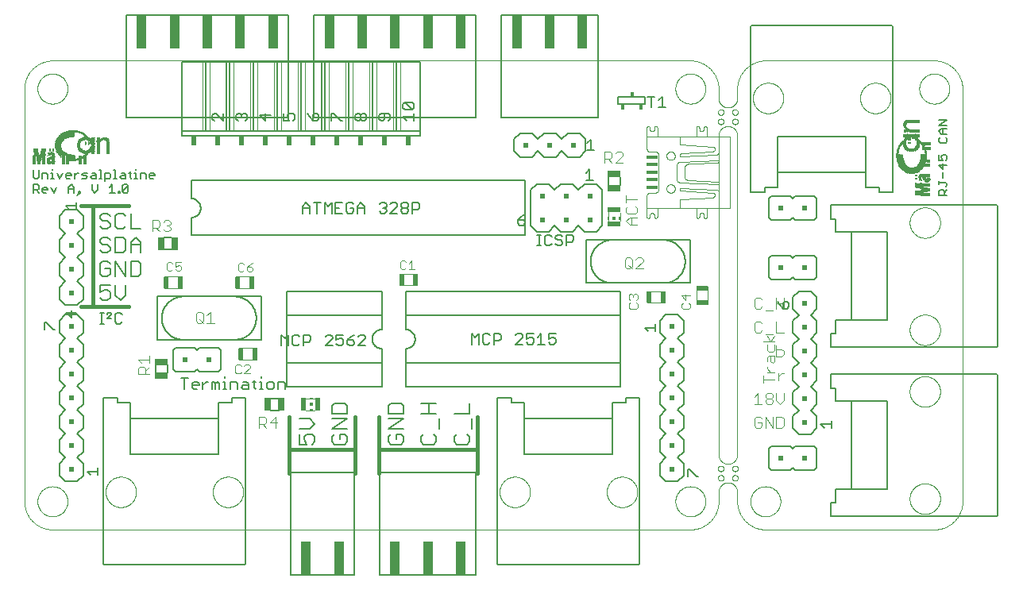
<source format=gto>
G75*
%MOIN*%
%OFA0B0*%
%FSLAX25Y25*%
%IPPOS*%
%LPD*%
%AMOC8*
5,1,8,0,0,1.08239X$1,22.5*
%
%ADD10C,0.00000*%
%ADD11C,0.00600*%
%ADD12C,0.01600*%
%ADD13C,0.00500*%
%ADD14R,0.00787X0.00157*%
%ADD15R,0.01260X0.00157*%
%ADD16R,0.01102X0.00157*%
%ADD17R,0.01417X0.00157*%
%ADD18R,0.01575X0.00157*%
%ADD19R,0.01732X0.00157*%
%ADD20R,0.01890X0.00157*%
%ADD21R,0.02520X0.00157*%
%ADD22R,0.04882X0.00157*%
%ADD23R,0.05197X0.00157*%
%ADD24R,0.05354X0.00157*%
%ADD25R,0.03307X0.00157*%
%ADD26R,0.02047X0.00157*%
%ADD27R,0.03780X0.00157*%
%ADD28R,0.02205X0.00157*%
%ADD29R,0.03150X0.00157*%
%ADD30R,0.00472X0.00157*%
%ADD31R,0.00157X0.00157*%
%ADD32R,0.02992X0.00157*%
%ADD33R,0.02835X0.00157*%
%ADD34R,0.02362X0.00157*%
%ADD35R,0.02677X0.00157*%
%ADD36R,0.00315X0.00157*%
%ADD37R,0.00630X0.00157*%
%ADD38R,0.00945X0.00157*%
%ADD39R,0.06614X0.00157*%
%ADD40R,0.06772X0.00157*%
%ADD41R,0.05512X0.00157*%
%ADD42R,0.04252X0.00157*%
%ADD43R,0.04094X0.00157*%
%ADD44R,0.03465X0.00157*%
%ADD45R,0.03937X0.00157*%
%ADD46R,0.06457X0.00157*%
%ADD47R,0.03622X0.00157*%
%ADD48R,0.04567X0.00157*%
%ADD49R,0.06929X0.00157*%
%ADD50R,0.06299X0.00157*%
%ADD51R,0.06142X0.00157*%
%ADD52R,0.05827X0.00157*%
%ADD53R,0.05669X0.00157*%
%ADD54R,0.05039X0.00157*%
%ADD55R,0.04724X0.00157*%
%ADD56R,0.04409X0.00157*%
%ADD57C,0.00400*%
%ADD58R,0.00157X0.00787*%
%ADD59R,0.00157X0.01260*%
%ADD60R,0.00157X0.01102*%
%ADD61R,0.00157X0.01417*%
%ADD62R,0.00157X0.01575*%
%ADD63R,0.00157X0.01732*%
%ADD64R,0.00157X0.01890*%
%ADD65R,0.00157X0.02520*%
%ADD66R,0.00157X0.04882*%
%ADD67R,0.00157X0.05197*%
%ADD68R,0.00157X0.05354*%
%ADD69R,0.00157X0.03307*%
%ADD70R,0.00157X0.02047*%
%ADD71R,0.00157X0.03780*%
%ADD72R,0.00157X0.02205*%
%ADD73R,0.00157X0.03150*%
%ADD74R,0.00157X0.00472*%
%ADD75R,0.00157X0.02992*%
%ADD76R,0.00157X0.02835*%
%ADD77R,0.00157X0.02362*%
%ADD78R,0.00157X0.02677*%
%ADD79R,0.00157X0.00315*%
%ADD80R,0.00157X0.00630*%
%ADD81R,0.00157X0.00945*%
%ADD82R,0.00157X0.06614*%
%ADD83R,0.00157X0.06772*%
%ADD84R,0.00157X0.05512*%
%ADD85R,0.00157X0.04252*%
%ADD86R,0.00157X0.04094*%
%ADD87R,0.00157X0.03465*%
%ADD88R,0.00157X0.03937*%
%ADD89R,0.00157X0.06457*%
%ADD90R,0.00157X0.03622*%
%ADD91R,0.00157X0.04567*%
%ADD92R,0.00157X0.06929*%
%ADD93R,0.00157X0.06299*%
%ADD94R,0.00157X0.06142*%
%ADD95R,0.00157X0.05827*%
%ADD96R,0.00157X0.05669*%
%ADD97R,0.00157X0.05039*%
%ADD98R,0.00157X0.04724*%
%ADD99R,0.00157X0.04409*%
%ADD100R,0.00591X0.01181*%
%ADD101R,0.01181X0.01181*%
%ADD102R,0.05315X0.02362*%
%ADD103R,0.01969X0.05118*%
%ADD104C,0.00300*%
%ADD105R,0.05118X0.01969*%
%ADD106C,0.00800*%
%ADD107R,0.02400X0.02400*%
%ADD108R,0.01181X0.00591*%
%ADD109R,0.02362X0.05315*%
%ADD110R,0.05512X0.02559*%
%ADD111R,0.02559X0.05512*%
%ADD112R,0.02000X0.02000*%
%ADD113R,0.01500X0.02000*%
%ADD114R,0.04134X0.14469*%
%ADD115R,0.05133X0.01324*%
%ADD116C,0.00200*%
%ADD117R,0.02000X0.04000*%
D10*
X0013611Y0020494D02*
X0281328Y0020494D01*
X0281328Y0020495D02*
X0281613Y0020498D01*
X0281899Y0020509D01*
X0282184Y0020526D01*
X0282468Y0020550D01*
X0282752Y0020581D01*
X0283035Y0020619D01*
X0283316Y0020664D01*
X0283597Y0020715D01*
X0283877Y0020773D01*
X0284155Y0020838D01*
X0284431Y0020910D01*
X0284705Y0020988D01*
X0284978Y0021073D01*
X0285248Y0021165D01*
X0285516Y0021263D01*
X0285782Y0021367D01*
X0286045Y0021478D01*
X0286305Y0021595D01*
X0286563Y0021718D01*
X0286817Y0021848D01*
X0287068Y0021984D01*
X0287316Y0022125D01*
X0287560Y0022273D01*
X0287801Y0022426D01*
X0288037Y0022586D01*
X0288270Y0022751D01*
X0288499Y0022921D01*
X0288724Y0023097D01*
X0288944Y0023279D01*
X0289160Y0023465D01*
X0289371Y0023657D01*
X0289578Y0023854D01*
X0289780Y0024056D01*
X0289977Y0024263D01*
X0290169Y0024474D01*
X0290355Y0024690D01*
X0290537Y0024910D01*
X0290713Y0025135D01*
X0290883Y0025364D01*
X0291048Y0025597D01*
X0291208Y0025833D01*
X0291361Y0026074D01*
X0291509Y0026318D01*
X0291650Y0026566D01*
X0291786Y0026817D01*
X0291916Y0027071D01*
X0292039Y0027329D01*
X0292156Y0027589D01*
X0292267Y0027852D01*
X0292371Y0028118D01*
X0292469Y0028386D01*
X0292561Y0028656D01*
X0292646Y0028929D01*
X0292724Y0029203D01*
X0292796Y0029479D01*
X0292861Y0029757D01*
X0292919Y0030037D01*
X0292970Y0030318D01*
X0293015Y0030599D01*
X0293053Y0030882D01*
X0293084Y0031166D01*
X0293108Y0031450D01*
X0293125Y0031735D01*
X0293136Y0032021D01*
X0293139Y0032306D01*
X0293139Y0036243D01*
X0297076Y0040180D02*
X0297200Y0040178D01*
X0297323Y0040172D01*
X0297447Y0040163D01*
X0297569Y0040149D01*
X0297692Y0040132D01*
X0297814Y0040110D01*
X0297935Y0040085D01*
X0298055Y0040056D01*
X0298174Y0040024D01*
X0298293Y0039987D01*
X0298410Y0039947D01*
X0298525Y0039904D01*
X0298640Y0039856D01*
X0298752Y0039805D01*
X0298863Y0039751D01*
X0298973Y0039693D01*
X0299080Y0039632D01*
X0299186Y0039567D01*
X0299289Y0039499D01*
X0299390Y0039428D01*
X0299489Y0039354D01*
X0299586Y0039277D01*
X0299680Y0039196D01*
X0299771Y0039113D01*
X0299860Y0039027D01*
X0299946Y0038938D01*
X0300029Y0038847D01*
X0300110Y0038753D01*
X0300187Y0038656D01*
X0300261Y0038557D01*
X0300332Y0038456D01*
X0300400Y0038353D01*
X0300465Y0038247D01*
X0300526Y0038140D01*
X0300584Y0038030D01*
X0300638Y0037919D01*
X0300689Y0037807D01*
X0300737Y0037692D01*
X0300780Y0037577D01*
X0300820Y0037460D01*
X0300857Y0037341D01*
X0300889Y0037222D01*
X0300918Y0037102D01*
X0300943Y0036981D01*
X0300965Y0036859D01*
X0300982Y0036736D01*
X0300996Y0036614D01*
X0301005Y0036490D01*
X0301011Y0036367D01*
X0301013Y0036243D01*
X0301013Y0032306D01*
X0297076Y0040180D02*
X0296952Y0040178D01*
X0296829Y0040172D01*
X0296705Y0040163D01*
X0296583Y0040149D01*
X0296460Y0040132D01*
X0296338Y0040110D01*
X0296217Y0040085D01*
X0296097Y0040056D01*
X0295978Y0040024D01*
X0295859Y0039987D01*
X0295742Y0039947D01*
X0295627Y0039904D01*
X0295512Y0039856D01*
X0295400Y0039805D01*
X0295289Y0039751D01*
X0295179Y0039693D01*
X0295072Y0039632D01*
X0294966Y0039567D01*
X0294863Y0039499D01*
X0294762Y0039428D01*
X0294663Y0039354D01*
X0294566Y0039277D01*
X0294472Y0039196D01*
X0294381Y0039113D01*
X0294292Y0039027D01*
X0294206Y0038938D01*
X0294123Y0038847D01*
X0294042Y0038753D01*
X0293965Y0038656D01*
X0293891Y0038557D01*
X0293820Y0038456D01*
X0293752Y0038353D01*
X0293687Y0038247D01*
X0293626Y0038140D01*
X0293568Y0038030D01*
X0293514Y0037919D01*
X0293463Y0037807D01*
X0293415Y0037692D01*
X0293372Y0037577D01*
X0293332Y0037460D01*
X0293295Y0037341D01*
X0293263Y0037222D01*
X0293234Y0037102D01*
X0293209Y0036981D01*
X0293187Y0036859D01*
X0293170Y0036736D01*
X0293156Y0036614D01*
X0293147Y0036490D01*
X0293141Y0036367D01*
X0293139Y0036243D01*
X0292942Y0042148D02*
X0292944Y0042217D01*
X0292950Y0042285D01*
X0292960Y0042353D01*
X0292974Y0042420D01*
X0292992Y0042487D01*
X0293013Y0042552D01*
X0293039Y0042616D01*
X0293068Y0042678D01*
X0293100Y0042738D01*
X0293136Y0042797D01*
X0293176Y0042853D01*
X0293218Y0042907D01*
X0293264Y0042958D01*
X0293313Y0043007D01*
X0293364Y0043053D01*
X0293418Y0043095D01*
X0293474Y0043135D01*
X0293532Y0043171D01*
X0293593Y0043203D01*
X0293655Y0043232D01*
X0293719Y0043258D01*
X0293784Y0043279D01*
X0293851Y0043297D01*
X0293918Y0043311D01*
X0293986Y0043321D01*
X0294054Y0043327D01*
X0294123Y0043329D01*
X0294192Y0043327D01*
X0294260Y0043321D01*
X0294328Y0043311D01*
X0294395Y0043297D01*
X0294462Y0043279D01*
X0294527Y0043258D01*
X0294591Y0043232D01*
X0294653Y0043203D01*
X0294713Y0043171D01*
X0294772Y0043135D01*
X0294828Y0043095D01*
X0294882Y0043053D01*
X0294933Y0043007D01*
X0294982Y0042958D01*
X0295028Y0042907D01*
X0295070Y0042853D01*
X0295110Y0042797D01*
X0295146Y0042738D01*
X0295178Y0042678D01*
X0295207Y0042616D01*
X0295233Y0042552D01*
X0295254Y0042487D01*
X0295272Y0042420D01*
X0295286Y0042353D01*
X0295296Y0042285D01*
X0295302Y0042217D01*
X0295304Y0042148D01*
X0295302Y0042079D01*
X0295296Y0042011D01*
X0295286Y0041943D01*
X0295272Y0041876D01*
X0295254Y0041809D01*
X0295233Y0041744D01*
X0295207Y0041680D01*
X0295178Y0041618D01*
X0295146Y0041557D01*
X0295110Y0041499D01*
X0295070Y0041443D01*
X0295028Y0041389D01*
X0294982Y0041338D01*
X0294933Y0041289D01*
X0294882Y0041243D01*
X0294828Y0041201D01*
X0294772Y0041161D01*
X0294714Y0041125D01*
X0294653Y0041093D01*
X0294591Y0041064D01*
X0294527Y0041038D01*
X0294462Y0041017D01*
X0294395Y0040999D01*
X0294328Y0040985D01*
X0294260Y0040975D01*
X0294192Y0040969D01*
X0294123Y0040967D01*
X0294054Y0040969D01*
X0293986Y0040975D01*
X0293918Y0040985D01*
X0293851Y0040999D01*
X0293784Y0041017D01*
X0293719Y0041038D01*
X0293655Y0041064D01*
X0293593Y0041093D01*
X0293532Y0041125D01*
X0293474Y0041161D01*
X0293418Y0041201D01*
X0293364Y0041243D01*
X0293313Y0041289D01*
X0293264Y0041338D01*
X0293218Y0041389D01*
X0293176Y0041443D01*
X0293136Y0041499D01*
X0293100Y0041557D01*
X0293068Y0041618D01*
X0293039Y0041680D01*
X0293013Y0041744D01*
X0292992Y0041809D01*
X0292974Y0041876D01*
X0292960Y0041943D01*
X0292950Y0042011D01*
X0292944Y0042079D01*
X0292942Y0042148D01*
X0298847Y0042148D02*
X0298849Y0042217D01*
X0298855Y0042285D01*
X0298865Y0042353D01*
X0298879Y0042420D01*
X0298897Y0042487D01*
X0298918Y0042552D01*
X0298944Y0042616D01*
X0298973Y0042678D01*
X0299005Y0042738D01*
X0299041Y0042797D01*
X0299081Y0042853D01*
X0299123Y0042907D01*
X0299169Y0042958D01*
X0299218Y0043007D01*
X0299269Y0043053D01*
X0299323Y0043095D01*
X0299379Y0043135D01*
X0299437Y0043171D01*
X0299498Y0043203D01*
X0299560Y0043232D01*
X0299624Y0043258D01*
X0299689Y0043279D01*
X0299756Y0043297D01*
X0299823Y0043311D01*
X0299891Y0043321D01*
X0299959Y0043327D01*
X0300028Y0043329D01*
X0300097Y0043327D01*
X0300165Y0043321D01*
X0300233Y0043311D01*
X0300300Y0043297D01*
X0300367Y0043279D01*
X0300432Y0043258D01*
X0300496Y0043232D01*
X0300558Y0043203D01*
X0300618Y0043171D01*
X0300677Y0043135D01*
X0300733Y0043095D01*
X0300787Y0043053D01*
X0300838Y0043007D01*
X0300887Y0042958D01*
X0300933Y0042907D01*
X0300975Y0042853D01*
X0301015Y0042797D01*
X0301051Y0042738D01*
X0301083Y0042678D01*
X0301112Y0042616D01*
X0301138Y0042552D01*
X0301159Y0042487D01*
X0301177Y0042420D01*
X0301191Y0042353D01*
X0301201Y0042285D01*
X0301207Y0042217D01*
X0301209Y0042148D01*
X0301207Y0042079D01*
X0301201Y0042011D01*
X0301191Y0041943D01*
X0301177Y0041876D01*
X0301159Y0041809D01*
X0301138Y0041744D01*
X0301112Y0041680D01*
X0301083Y0041618D01*
X0301051Y0041557D01*
X0301015Y0041499D01*
X0300975Y0041443D01*
X0300933Y0041389D01*
X0300887Y0041338D01*
X0300838Y0041289D01*
X0300787Y0041243D01*
X0300733Y0041201D01*
X0300677Y0041161D01*
X0300619Y0041125D01*
X0300558Y0041093D01*
X0300496Y0041064D01*
X0300432Y0041038D01*
X0300367Y0041017D01*
X0300300Y0040999D01*
X0300233Y0040985D01*
X0300165Y0040975D01*
X0300097Y0040969D01*
X0300028Y0040967D01*
X0299959Y0040969D01*
X0299891Y0040975D01*
X0299823Y0040985D01*
X0299756Y0040999D01*
X0299689Y0041017D01*
X0299624Y0041038D01*
X0299560Y0041064D01*
X0299498Y0041093D01*
X0299437Y0041125D01*
X0299379Y0041161D01*
X0299323Y0041201D01*
X0299269Y0041243D01*
X0299218Y0041289D01*
X0299169Y0041338D01*
X0299123Y0041389D01*
X0299081Y0041443D01*
X0299041Y0041499D01*
X0299005Y0041557D01*
X0298973Y0041618D01*
X0298944Y0041680D01*
X0298918Y0041744D01*
X0298897Y0041809D01*
X0298879Y0041876D01*
X0298865Y0041943D01*
X0298855Y0042011D01*
X0298849Y0042079D01*
X0298847Y0042148D01*
X0298847Y0046085D02*
X0298849Y0046154D01*
X0298855Y0046222D01*
X0298865Y0046290D01*
X0298879Y0046357D01*
X0298897Y0046424D01*
X0298918Y0046489D01*
X0298944Y0046553D01*
X0298973Y0046615D01*
X0299005Y0046675D01*
X0299041Y0046734D01*
X0299081Y0046790D01*
X0299123Y0046844D01*
X0299169Y0046895D01*
X0299218Y0046944D01*
X0299269Y0046990D01*
X0299323Y0047032D01*
X0299379Y0047072D01*
X0299437Y0047108D01*
X0299498Y0047140D01*
X0299560Y0047169D01*
X0299624Y0047195D01*
X0299689Y0047216D01*
X0299756Y0047234D01*
X0299823Y0047248D01*
X0299891Y0047258D01*
X0299959Y0047264D01*
X0300028Y0047266D01*
X0300097Y0047264D01*
X0300165Y0047258D01*
X0300233Y0047248D01*
X0300300Y0047234D01*
X0300367Y0047216D01*
X0300432Y0047195D01*
X0300496Y0047169D01*
X0300558Y0047140D01*
X0300618Y0047108D01*
X0300677Y0047072D01*
X0300733Y0047032D01*
X0300787Y0046990D01*
X0300838Y0046944D01*
X0300887Y0046895D01*
X0300933Y0046844D01*
X0300975Y0046790D01*
X0301015Y0046734D01*
X0301051Y0046675D01*
X0301083Y0046615D01*
X0301112Y0046553D01*
X0301138Y0046489D01*
X0301159Y0046424D01*
X0301177Y0046357D01*
X0301191Y0046290D01*
X0301201Y0046222D01*
X0301207Y0046154D01*
X0301209Y0046085D01*
X0301207Y0046016D01*
X0301201Y0045948D01*
X0301191Y0045880D01*
X0301177Y0045813D01*
X0301159Y0045746D01*
X0301138Y0045681D01*
X0301112Y0045617D01*
X0301083Y0045555D01*
X0301051Y0045494D01*
X0301015Y0045436D01*
X0300975Y0045380D01*
X0300933Y0045326D01*
X0300887Y0045275D01*
X0300838Y0045226D01*
X0300787Y0045180D01*
X0300733Y0045138D01*
X0300677Y0045098D01*
X0300619Y0045062D01*
X0300558Y0045030D01*
X0300496Y0045001D01*
X0300432Y0044975D01*
X0300367Y0044954D01*
X0300300Y0044936D01*
X0300233Y0044922D01*
X0300165Y0044912D01*
X0300097Y0044906D01*
X0300028Y0044904D01*
X0299959Y0044906D01*
X0299891Y0044912D01*
X0299823Y0044922D01*
X0299756Y0044936D01*
X0299689Y0044954D01*
X0299624Y0044975D01*
X0299560Y0045001D01*
X0299498Y0045030D01*
X0299437Y0045062D01*
X0299379Y0045098D01*
X0299323Y0045138D01*
X0299269Y0045180D01*
X0299218Y0045226D01*
X0299169Y0045275D01*
X0299123Y0045326D01*
X0299081Y0045380D01*
X0299041Y0045436D01*
X0299005Y0045494D01*
X0298973Y0045555D01*
X0298944Y0045617D01*
X0298918Y0045681D01*
X0298897Y0045746D01*
X0298879Y0045813D01*
X0298865Y0045880D01*
X0298855Y0045948D01*
X0298849Y0046016D01*
X0298847Y0046085D01*
X0292942Y0046085D02*
X0292944Y0046154D01*
X0292950Y0046222D01*
X0292960Y0046290D01*
X0292974Y0046357D01*
X0292992Y0046424D01*
X0293013Y0046489D01*
X0293039Y0046553D01*
X0293068Y0046615D01*
X0293100Y0046675D01*
X0293136Y0046734D01*
X0293176Y0046790D01*
X0293218Y0046844D01*
X0293264Y0046895D01*
X0293313Y0046944D01*
X0293364Y0046990D01*
X0293418Y0047032D01*
X0293474Y0047072D01*
X0293532Y0047108D01*
X0293593Y0047140D01*
X0293655Y0047169D01*
X0293719Y0047195D01*
X0293784Y0047216D01*
X0293851Y0047234D01*
X0293918Y0047248D01*
X0293986Y0047258D01*
X0294054Y0047264D01*
X0294123Y0047266D01*
X0294192Y0047264D01*
X0294260Y0047258D01*
X0294328Y0047248D01*
X0294395Y0047234D01*
X0294462Y0047216D01*
X0294527Y0047195D01*
X0294591Y0047169D01*
X0294653Y0047140D01*
X0294713Y0047108D01*
X0294772Y0047072D01*
X0294828Y0047032D01*
X0294882Y0046990D01*
X0294933Y0046944D01*
X0294982Y0046895D01*
X0295028Y0046844D01*
X0295070Y0046790D01*
X0295110Y0046734D01*
X0295146Y0046675D01*
X0295178Y0046615D01*
X0295207Y0046553D01*
X0295233Y0046489D01*
X0295254Y0046424D01*
X0295272Y0046357D01*
X0295286Y0046290D01*
X0295296Y0046222D01*
X0295302Y0046154D01*
X0295304Y0046085D01*
X0295302Y0046016D01*
X0295296Y0045948D01*
X0295286Y0045880D01*
X0295272Y0045813D01*
X0295254Y0045746D01*
X0295233Y0045681D01*
X0295207Y0045617D01*
X0295178Y0045555D01*
X0295146Y0045494D01*
X0295110Y0045436D01*
X0295070Y0045380D01*
X0295028Y0045326D01*
X0294982Y0045275D01*
X0294933Y0045226D01*
X0294882Y0045180D01*
X0294828Y0045138D01*
X0294772Y0045098D01*
X0294714Y0045062D01*
X0294653Y0045030D01*
X0294591Y0045001D01*
X0294527Y0044975D01*
X0294462Y0044954D01*
X0294395Y0044936D01*
X0294328Y0044922D01*
X0294260Y0044912D01*
X0294192Y0044906D01*
X0294123Y0044904D01*
X0294054Y0044906D01*
X0293986Y0044912D01*
X0293918Y0044922D01*
X0293851Y0044936D01*
X0293784Y0044954D01*
X0293719Y0044975D01*
X0293655Y0045001D01*
X0293593Y0045030D01*
X0293532Y0045062D01*
X0293474Y0045098D01*
X0293418Y0045138D01*
X0293364Y0045180D01*
X0293313Y0045226D01*
X0293264Y0045275D01*
X0293218Y0045326D01*
X0293176Y0045380D01*
X0293136Y0045436D01*
X0293100Y0045494D01*
X0293068Y0045555D01*
X0293039Y0045617D01*
X0293013Y0045681D01*
X0292992Y0045746D01*
X0292974Y0045813D01*
X0292960Y0045880D01*
X0292950Y0045948D01*
X0292944Y0046016D01*
X0292942Y0046085D01*
X0293139Y0051991D02*
X0293139Y0185849D01*
X0293141Y0185973D01*
X0293147Y0186096D01*
X0293156Y0186220D01*
X0293170Y0186342D01*
X0293187Y0186465D01*
X0293209Y0186587D01*
X0293234Y0186708D01*
X0293263Y0186828D01*
X0293295Y0186947D01*
X0293332Y0187066D01*
X0293372Y0187183D01*
X0293415Y0187298D01*
X0293463Y0187413D01*
X0293514Y0187525D01*
X0293568Y0187636D01*
X0293626Y0187746D01*
X0293687Y0187853D01*
X0293752Y0187959D01*
X0293820Y0188062D01*
X0293891Y0188163D01*
X0293965Y0188262D01*
X0294042Y0188359D01*
X0294123Y0188453D01*
X0294206Y0188544D01*
X0294292Y0188633D01*
X0294381Y0188719D01*
X0294472Y0188802D01*
X0294566Y0188883D01*
X0294663Y0188960D01*
X0294762Y0189034D01*
X0294863Y0189105D01*
X0294966Y0189173D01*
X0295072Y0189238D01*
X0295179Y0189299D01*
X0295289Y0189357D01*
X0295400Y0189411D01*
X0295512Y0189462D01*
X0295627Y0189510D01*
X0295742Y0189553D01*
X0295859Y0189593D01*
X0295978Y0189630D01*
X0296097Y0189662D01*
X0296217Y0189691D01*
X0296338Y0189716D01*
X0296460Y0189738D01*
X0296583Y0189755D01*
X0296705Y0189769D01*
X0296829Y0189778D01*
X0296952Y0189784D01*
X0297076Y0189786D01*
X0298847Y0191754D02*
X0298849Y0191823D01*
X0298855Y0191891D01*
X0298865Y0191959D01*
X0298879Y0192026D01*
X0298897Y0192093D01*
X0298918Y0192158D01*
X0298944Y0192222D01*
X0298973Y0192284D01*
X0299005Y0192344D01*
X0299041Y0192403D01*
X0299081Y0192459D01*
X0299123Y0192513D01*
X0299169Y0192564D01*
X0299218Y0192613D01*
X0299269Y0192659D01*
X0299323Y0192701D01*
X0299379Y0192741D01*
X0299437Y0192777D01*
X0299498Y0192809D01*
X0299560Y0192838D01*
X0299624Y0192864D01*
X0299689Y0192885D01*
X0299756Y0192903D01*
X0299823Y0192917D01*
X0299891Y0192927D01*
X0299959Y0192933D01*
X0300028Y0192935D01*
X0300097Y0192933D01*
X0300165Y0192927D01*
X0300233Y0192917D01*
X0300300Y0192903D01*
X0300367Y0192885D01*
X0300432Y0192864D01*
X0300496Y0192838D01*
X0300558Y0192809D01*
X0300618Y0192777D01*
X0300677Y0192741D01*
X0300733Y0192701D01*
X0300787Y0192659D01*
X0300838Y0192613D01*
X0300887Y0192564D01*
X0300933Y0192513D01*
X0300975Y0192459D01*
X0301015Y0192403D01*
X0301051Y0192344D01*
X0301083Y0192284D01*
X0301112Y0192222D01*
X0301138Y0192158D01*
X0301159Y0192093D01*
X0301177Y0192026D01*
X0301191Y0191959D01*
X0301201Y0191891D01*
X0301207Y0191823D01*
X0301209Y0191754D01*
X0301207Y0191685D01*
X0301201Y0191617D01*
X0301191Y0191549D01*
X0301177Y0191482D01*
X0301159Y0191415D01*
X0301138Y0191350D01*
X0301112Y0191286D01*
X0301083Y0191224D01*
X0301051Y0191163D01*
X0301015Y0191105D01*
X0300975Y0191049D01*
X0300933Y0190995D01*
X0300887Y0190944D01*
X0300838Y0190895D01*
X0300787Y0190849D01*
X0300733Y0190807D01*
X0300677Y0190767D01*
X0300619Y0190731D01*
X0300558Y0190699D01*
X0300496Y0190670D01*
X0300432Y0190644D01*
X0300367Y0190623D01*
X0300300Y0190605D01*
X0300233Y0190591D01*
X0300165Y0190581D01*
X0300097Y0190575D01*
X0300028Y0190573D01*
X0299959Y0190575D01*
X0299891Y0190581D01*
X0299823Y0190591D01*
X0299756Y0190605D01*
X0299689Y0190623D01*
X0299624Y0190644D01*
X0299560Y0190670D01*
X0299498Y0190699D01*
X0299437Y0190731D01*
X0299379Y0190767D01*
X0299323Y0190807D01*
X0299269Y0190849D01*
X0299218Y0190895D01*
X0299169Y0190944D01*
X0299123Y0190995D01*
X0299081Y0191049D01*
X0299041Y0191105D01*
X0299005Y0191163D01*
X0298973Y0191224D01*
X0298944Y0191286D01*
X0298918Y0191350D01*
X0298897Y0191415D01*
X0298879Y0191482D01*
X0298865Y0191549D01*
X0298855Y0191617D01*
X0298849Y0191685D01*
X0298847Y0191754D01*
X0292942Y0191754D02*
X0292944Y0191823D01*
X0292950Y0191891D01*
X0292960Y0191959D01*
X0292974Y0192026D01*
X0292992Y0192093D01*
X0293013Y0192158D01*
X0293039Y0192222D01*
X0293068Y0192284D01*
X0293100Y0192344D01*
X0293136Y0192403D01*
X0293176Y0192459D01*
X0293218Y0192513D01*
X0293264Y0192564D01*
X0293313Y0192613D01*
X0293364Y0192659D01*
X0293418Y0192701D01*
X0293474Y0192741D01*
X0293532Y0192777D01*
X0293593Y0192809D01*
X0293655Y0192838D01*
X0293719Y0192864D01*
X0293784Y0192885D01*
X0293851Y0192903D01*
X0293918Y0192917D01*
X0293986Y0192927D01*
X0294054Y0192933D01*
X0294123Y0192935D01*
X0294192Y0192933D01*
X0294260Y0192927D01*
X0294328Y0192917D01*
X0294395Y0192903D01*
X0294462Y0192885D01*
X0294527Y0192864D01*
X0294591Y0192838D01*
X0294653Y0192809D01*
X0294713Y0192777D01*
X0294772Y0192741D01*
X0294828Y0192701D01*
X0294882Y0192659D01*
X0294933Y0192613D01*
X0294982Y0192564D01*
X0295028Y0192513D01*
X0295070Y0192459D01*
X0295110Y0192403D01*
X0295146Y0192344D01*
X0295178Y0192284D01*
X0295207Y0192222D01*
X0295233Y0192158D01*
X0295254Y0192093D01*
X0295272Y0192026D01*
X0295286Y0191959D01*
X0295296Y0191891D01*
X0295302Y0191823D01*
X0295304Y0191754D01*
X0295302Y0191685D01*
X0295296Y0191617D01*
X0295286Y0191549D01*
X0295272Y0191482D01*
X0295254Y0191415D01*
X0295233Y0191350D01*
X0295207Y0191286D01*
X0295178Y0191224D01*
X0295146Y0191163D01*
X0295110Y0191105D01*
X0295070Y0191049D01*
X0295028Y0190995D01*
X0294982Y0190944D01*
X0294933Y0190895D01*
X0294882Y0190849D01*
X0294828Y0190807D01*
X0294772Y0190767D01*
X0294714Y0190731D01*
X0294653Y0190699D01*
X0294591Y0190670D01*
X0294527Y0190644D01*
X0294462Y0190623D01*
X0294395Y0190605D01*
X0294328Y0190591D01*
X0294260Y0190581D01*
X0294192Y0190575D01*
X0294123Y0190573D01*
X0294054Y0190575D01*
X0293986Y0190581D01*
X0293918Y0190591D01*
X0293851Y0190605D01*
X0293784Y0190623D01*
X0293719Y0190644D01*
X0293655Y0190670D01*
X0293593Y0190699D01*
X0293532Y0190731D01*
X0293474Y0190767D01*
X0293418Y0190807D01*
X0293364Y0190849D01*
X0293313Y0190895D01*
X0293264Y0190944D01*
X0293218Y0190995D01*
X0293176Y0191049D01*
X0293136Y0191105D01*
X0293100Y0191163D01*
X0293068Y0191224D01*
X0293039Y0191286D01*
X0293013Y0191350D01*
X0292992Y0191415D01*
X0292974Y0191482D01*
X0292960Y0191549D01*
X0292950Y0191617D01*
X0292944Y0191685D01*
X0292942Y0191754D01*
X0292942Y0195691D02*
X0292944Y0195760D01*
X0292950Y0195828D01*
X0292960Y0195896D01*
X0292974Y0195963D01*
X0292992Y0196030D01*
X0293013Y0196095D01*
X0293039Y0196159D01*
X0293068Y0196221D01*
X0293100Y0196281D01*
X0293136Y0196340D01*
X0293176Y0196396D01*
X0293218Y0196450D01*
X0293264Y0196501D01*
X0293313Y0196550D01*
X0293364Y0196596D01*
X0293418Y0196638D01*
X0293474Y0196678D01*
X0293532Y0196714D01*
X0293593Y0196746D01*
X0293655Y0196775D01*
X0293719Y0196801D01*
X0293784Y0196822D01*
X0293851Y0196840D01*
X0293918Y0196854D01*
X0293986Y0196864D01*
X0294054Y0196870D01*
X0294123Y0196872D01*
X0294192Y0196870D01*
X0294260Y0196864D01*
X0294328Y0196854D01*
X0294395Y0196840D01*
X0294462Y0196822D01*
X0294527Y0196801D01*
X0294591Y0196775D01*
X0294653Y0196746D01*
X0294713Y0196714D01*
X0294772Y0196678D01*
X0294828Y0196638D01*
X0294882Y0196596D01*
X0294933Y0196550D01*
X0294982Y0196501D01*
X0295028Y0196450D01*
X0295070Y0196396D01*
X0295110Y0196340D01*
X0295146Y0196281D01*
X0295178Y0196221D01*
X0295207Y0196159D01*
X0295233Y0196095D01*
X0295254Y0196030D01*
X0295272Y0195963D01*
X0295286Y0195896D01*
X0295296Y0195828D01*
X0295302Y0195760D01*
X0295304Y0195691D01*
X0295302Y0195622D01*
X0295296Y0195554D01*
X0295286Y0195486D01*
X0295272Y0195419D01*
X0295254Y0195352D01*
X0295233Y0195287D01*
X0295207Y0195223D01*
X0295178Y0195161D01*
X0295146Y0195100D01*
X0295110Y0195042D01*
X0295070Y0194986D01*
X0295028Y0194932D01*
X0294982Y0194881D01*
X0294933Y0194832D01*
X0294882Y0194786D01*
X0294828Y0194744D01*
X0294772Y0194704D01*
X0294714Y0194668D01*
X0294653Y0194636D01*
X0294591Y0194607D01*
X0294527Y0194581D01*
X0294462Y0194560D01*
X0294395Y0194542D01*
X0294328Y0194528D01*
X0294260Y0194518D01*
X0294192Y0194512D01*
X0294123Y0194510D01*
X0294054Y0194512D01*
X0293986Y0194518D01*
X0293918Y0194528D01*
X0293851Y0194542D01*
X0293784Y0194560D01*
X0293719Y0194581D01*
X0293655Y0194607D01*
X0293593Y0194636D01*
X0293532Y0194668D01*
X0293474Y0194704D01*
X0293418Y0194744D01*
X0293364Y0194786D01*
X0293313Y0194832D01*
X0293264Y0194881D01*
X0293218Y0194932D01*
X0293176Y0194986D01*
X0293136Y0195042D01*
X0293100Y0195100D01*
X0293068Y0195161D01*
X0293039Y0195223D01*
X0293013Y0195287D01*
X0292992Y0195352D01*
X0292974Y0195419D01*
X0292960Y0195486D01*
X0292950Y0195554D01*
X0292944Y0195622D01*
X0292942Y0195691D01*
X0298847Y0195691D02*
X0298849Y0195760D01*
X0298855Y0195828D01*
X0298865Y0195896D01*
X0298879Y0195963D01*
X0298897Y0196030D01*
X0298918Y0196095D01*
X0298944Y0196159D01*
X0298973Y0196221D01*
X0299005Y0196281D01*
X0299041Y0196340D01*
X0299081Y0196396D01*
X0299123Y0196450D01*
X0299169Y0196501D01*
X0299218Y0196550D01*
X0299269Y0196596D01*
X0299323Y0196638D01*
X0299379Y0196678D01*
X0299437Y0196714D01*
X0299498Y0196746D01*
X0299560Y0196775D01*
X0299624Y0196801D01*
X0299689Y0196822D01*
X0299756Y0196840D01*
X0299823Y0196854D01*
X0299891Y0196864D01*
X0299959Y0196870D01*
X0300028Y0196872D01*
X0300097Y0196870D01*
X0300165Y0196864D01*
X0300233Y0196854D01*
X0300300Y0196840D01*
X0300367Y0196822D01*
X0300432Y0196801D01*
X0300496Y0196775D01*
X0300558Y0196746D01*
X0300618Y0196714D01*
X0300677Y0196678D01*
X0300733Y0196638D01*
X0300787Y0196596D01*
X0300838Y0196550D01*
X0300887Y0196501D01*
X0300933Y0196450D01*
X0300975Y0196396D01*
X0301015Y0196340D01*
X0301051Y0196281D01*
X0301083Y0196221D01*
X0301112Y0196159D01*
X0301138Y0196095D01*
X0301159Y0196030D01*
X0301177Y0195963D01*
X0301191Y0195896D01*
X0301201Y0195828D01*
X0301207Y0195760D01*
X0301209Y0195691D01*
X0301207Y0195622D01*
X0301201Y0195554D01*
X0301191Y0195486D01*
X0301177Y0195419D01*
X0301159Y0195352D01*
X0301138Y0195287D01*
X0301112Y0195223D01*
X0301083Y0195161D01*
X0301051Y0195100D01*
X0301015Y0195042D01*
X0300975Y0194986D01*
X0300933Y0194932D01*
X0300887Y0194881D01*
X0300838Y0194832D01*
X0300787Y0194786D01*
X0300733Y0194744D01*
X0300677Y0194704D01*
X0300619Y0194668D01*
X0300558Y0194636D01*
X0300496Y0194607D01*
X0300432Y0194581D01*
X0300367Y0194560D01*
X0300300Y0194542D01*
X0300233Y0194528D01*
X0300165Y0194518D01*
X0300097Y0194512D01*
X0300028Y0194510D01*
X0299959Y0194512D01*
X0299891Y0194518D01*
X0299823Y0194528D01*
X0299756Y0194542D01*
X0299689Y0194560D01*
X0299624Y0194581D01*
X0299560Y0194607D01*
X0299498Y0194636D01*
X0299437Y0194668D01*
X0299379Y0194704D01*
X0299323Y0194744D01*
X0299269Y0194786D01*
X0299218Y0194832D01*
X0299169Y0194881D01*
X0299123Y0194932D01*
X0299081Y0194986D01*
X0299041Y0195042D01*
X0299005Y0195100D01*
X0298973Y0195161D01*
X0298944Y0195223D01*
X0298918Y0195287D01*
X0298897Y0195352D01*
X0298879Y0195419D01*
X0298865Y0195486D01*
X0298855Y0195554D01*
X0298849Y0195622D01*
X0298847Y0195691D01*
X0297076Y0197660D02*
X0297200Y0197662D01*
X0297323Y0197668D01*
X0297447Y0197677D01*
X0297569Y0197691D01*
X0297692Y0197708D01*
X0297814Y0197730D01*
X0297935Y0197755D01*
X0298055Y0197784D01*
X0298174Y0197816D01*
X0298293Y0197853D01*
X0298410Y0197893D01*
X0298525Y0197936D01*
X0298640Y0197984D01*
X0298752Y0198035D01*
X0298863Y0198089D01*
X0298973Y0198147D01*
X0299080Y0198208D01*
X0299186Y0198273D01*
X0299289Y0198341D01*
X0299390Y0198412D01*
X0299489Y0198486D01*
X0299586Y0198563D01*
X0299680Y0198644D01*
X0299771Y0198727D01*
X0299860Y0198813D01*
X0299946Y0198902D01*
X0300029Y0198993D01*
X0300110Y0199087D01*
X0300187Y0199184D01*
X0300261Y0199283D01*
X0300332Y0199384D01*
X0300400Y0199487D01*
X0300465Y0199593D01*
X0300526Y0199700D01*
X0300584Y0199810D01*
X0300638Y0199921D01*
X0300689Y0200033D01*
X0300737Y0200148D01*
X0300780Y0200263D01*
X0300820Y0200380D01*
X0300857Y0200499D01*
X0300889Y0200618D01*
X0300918Y0200738D01*
X0300943Y0200859D01*
X0300965Y0200981D01*
X0300982Y0201104D01*
X0300996Y0201226D01*
X0301005Y0201350D01*
X0301011Y0201473D01*
X0301013Y0201597D01*
X0301013Y0205534D01*
X0293139Y0201597D02*
X0293141Y0201473D01*
X0293147Y0201350D01*
X0293156Y0201226D01*
X0293170Y0201104D01*
X0293187Y0200981D01*
X0293209Y0200859D01*
X0293234Y0200738D01*
X0293263Y0200618D01*
X0293295Y0200499D01*
X0293332Y0200380D01*
X0293372Y0200263D01*
X0293415Y0200148D01*
X0293463Y0200033D01*
X0293514Y0199921D01*
X0293568Y0199810D01*
X0293626Y0199700D01*
X0293687Y0199593D01*
X0293752Y0199487D01*
X0293820Y0199384D01*
X0293891Y0199283D01*
X0293965Y0199184D01*
X0294042Y0199087D01*
X0294123Y0198993D01*
X0294206Y0198902D01*
X0294292Y0198813D01*
X0294381Y0198727D01*
X0294472Y0198644D01*
X0294566Y0198563D01*
X0294663Y0198486D01*
X0294762Y0198412D01*
X0294863Y0198341D01*
X0294966Y0198273D01*
X0295072Y0198208D01*
X0295179Y0198147D01*
X0295289Y0198089D01*
X0295400Y0198035D01*
X0295512Y0197984D01*
X0295627Y0197936D01*
X0295742Y0197893D01*
X0295859Y0197853D01*
X0295978Y0197816D01*
X0296097Y0197784D01*
X0296217Y0197755D01*
X0296338Y0197730D01*
X0296460Y0197708D01*
X0296583Y0197691D01*
X0296705Y0197677D01*
X0296829Y0197668D01*
X0296952Y0197662D01*
X0297076Y0197660D01*
X0293139Y0201597D02*
X0293139Y0205534D01*
X0293136Y0205819D01*
X0293125Y0206105D01*
X0293108Y0206390D01*
X0293084Y0206674D01*
X0293053Y0206958D01*
X0293015Y0207241D01*
X0292970Y0207522D01*
X0292919Y0207803D01*
X0292861Y0208083D01*
X0292796Y0208361D01*
X0292724Y0208637D01*
X0292646Y0208911D01*
X0292561Y0209184D01*
X0292469Y0209454D01*
X0292371Y0209722D01*
X0292267Y0209988D01*
X0292156Y0210251D01*
X0292039Y0210511D01*
X0291916Y0210769D01*
X0291786Y0211023D01*
X0291650Y0211274D01*
X0291509Y0211522D01*
X0291361Y0211766D01*
X0291208Y0212007D01*
X0291048Y0212243D01*
X0290883Y0212476D01*
X0290713Y0212705D01*
X0290537Y0212930D01*
X0290355Y0213150D01*
X0290169Y0213366D01*
X0289977Y0213577D01*
X0289780Y0213784D01*
X0289578Y0213986D01*
X0289371Y0214183D01*
X0289160Y0214375D01*
X0288944Y0214561D01*
X0288724Y0214743D01*
X0288499Y0214919D01*
X0288270Y0215089D01*
X0288037Y0215254D01*
X0287801Y0215414D01*
X0287560Y0215567D01*
X0287316Y0215715D01*
X0287068Y0215856D01*
X0286817Y0215992D01*
X0286563Y0216122D01*
X0286305Y0216245D01*
X0286045Y0216362D01*
X0285782Y0216473D01*
X0285516Y0216577D01*
X0285248Y0216675D01*
X0284978Y0216767D01*
X0284705Y0216852D01*
X0284431Y0216930D01*
X0284155Y0217002D01*
X0283877Y0217067D01*
X0283597Y0217125D01*
X0283316Y0217176D01*
X0283035Y0217221D01*
X0282752Y0217259D01*
X0282468Y0217290D01*
X0282184Y0217314D01*
X0281899Y0217331D01*
X0281613Y0217342D01*
X0281328Y0217345D01*
X0013611Y0217345D01*
X0013326Y0217342D01*
X0013040Y0217331D01*
X0012755Y0217314D01*
X0012471Y0217290D01*
X0012187Y0217259D01*
X0011904Y0217221D01*
X0011623Y0217176D01*
X0011342Y0217125D01*
X0011062Y0217067D01*
X0010784Y0217002D01*
X0010508Y0216930D01*
X0010234Y0216852D01*
X0009961Y0216767D01*
X0009691Y0216675D01*
X0009423Y0216577D01*
X0009157Y0216473D01*
X0008894Y0216362D01*
X0008634Y0216245D01*
X0008376Y0216122D01*
X0008122Y0215992D01*
X0007871Y0215856D01*
X0007623Y0215715D01*
X0007379Y0215567D01*
X0007138Y0215414D01*
X0006902Y0215254D01*
X0006669Y0215089D01*
X0006440Y0214919D01*
X0006215Y0214743D01*
X0005995Y0214561D01*
X0005779Y0214375D01*
X0005568Y0214183D01*
X0005361Y0213986D01*
X0005159Y0213784D01*
X0004962Y0213577D01*
X0004770Y0213366D01*
X0004584Y0213150D01*
X0004402Y0212930D01*
X0004226Y0212705D01*
X0004056Y0212476D01*
X0003891Y0212243D01*
X0003731Y0212007D01*
X0003578Y0211766D01*
X0003430Y0211522D01*
X0003289Y0211274D01*
X0003153Y0211023D01*
X0003023Y0210769D01*
X0002900Y0210511D01*
X0002783Y0210251D01*
X0002672Y0209988D01*
X0002568Y0209722D01*
X0002470Y0209454D01*
X0002378Y0209184D01*
X0002293Y0208911D01*
X0002215Y0208637D01*
X0002143Y0208361D01*
X0002078Y0208083D01*
X0002020Y0207803D01*
X0001969Y0207522D01*
X0001924Y0207241D01*
X0001886Y0206958D01*
X0001855Y0206674D01*
X0001831Y0206390D01*
X0001814Y0206105D01*
X0001803Y0205819D01*
X0001800Y0205534D01*
X0001800Y0032306D01*
X0001803Y0032021D01*
X0001814Y0031735D01*
X0001831Y0031450D01*
X0001855Y0031166D01*
X0001886Y0030882D01*
X0001924Y0030599D01*
X0001969Y0030318D01*
X0002020Y0030037D01*
X0002078Y0029757D01*
X0002143Y0029479D01*
X0002215Y0029203D01*
X0002293Y0028929D01*
X0002378Y0028656D01*
X0002470Y0028386D01*
X0002568Y0028118D01*
X0002672Y0027852D01*
X0002783Y0027589D01*
X0002900Y0027329D01*
X0003023Y0027071D01*
X0003153Y0026817D01*
X0003289Y0026566D01*
X0003430Y0026318D01*
X0003578Y0026074D01*
X0003731Y0025833D01*
X0003891Y0025597D01*
X0004056Y0025364D01*
X0004226Y0025135D01*
X0004402Y0024910D01*
X0004584Y0024690D01*
X0004770Y0024474D01*
X0004962Y0024263D01*
X0005159Y0024056D01*
X0005361Y0023854D01*
X0005568Y0023657D01*
X0005779Y0023465D01*
X0005995Y0023279D01*
X0006215Y0023097D01*
X0006440Y0022921D01*
X0006669Y0022751D01*
X0006902Y0022586D01*
X0007138Y0022426D01*
X0007379Y0022273D01*
X0007623Y0022125D01*
X0007871Y0021984D01*
X0008122Y0021848D01*
X0008376Y0021718D01*
X0008634Y0021595D01*
X0008894Y0021478D01*
X0009157Y0021367D01*
X0009423Y0021263D01*
X0009691Y0021165D01*
X0009961Y0021073D01*
X0010234Y0020988D01*
X0010508Y0020910D01*
X0010784Y0020838D01*
X0011062Y0020773D01*
X0011342Y0020715D01*
X0011623Y0020664D01*
X0011904Y0020619D01*
X0012187Y0020581D01*
X0012471Y0020550D01*
X0012755Y0020526D01*
X0013040Y0020509D01*
X0013326Y0020498D01*
X0013611Y0020495D01*
X0007312Y0032306D02*
X0007314Y0032464D01*
X0007320Y0032622D01*
X0007330Y0032780D01*
X0007344Y0032938D01*
X0007362Y0033095D01*
X0007383Y0033252D01*
X0007409Y0033408D01*
X0007439Y0033564D01*
X0007472Y0033719D01*
X0007510Y0033872D01*
X0007551Y0034025D01*
X0007596Y0034177D01*
X0007645Y0034328D01*
X0007698Y0034477D01*
X0007754Y0034625D01*
X0007814Y0034771D01*
X0007878Y0034916D01*
X0007946Y0035059D01*
X0008017Y0035201D01*
X0008091Y0035341D01*
X0008169Y0035478D01*
X0008251Y0035614D01*
X0008335Y0035748D01*
X0008424Y0035879D01*
X0008515Y0036008D01*
X0008610Y0036135D01*
X0008707Y0036260D01*
X0008808Y0036382D01*
X0008912Y0036501D01*
X0009019Y0036618D01*
X0009129Y0036732D01*
X0009242Y0036843D01*
X0009357Y0036952D01*
X0009475Y0037057D01*
X0009596Y0037159D01*
X0009719Y0037259D01*
X0009845Y0037355D01*
X0009973Y0037448D01*
X0010103Y0037538D01*
X0010236Y0037624D01*
X0010371Y0037708D01*
X0010507Y0037787D01*
X0010646Y0037864D01*
X0010787Y0037936D01*
X0010929Y0038006D01*
X0011073Y0038071D01*
X0011219Y0038133D01*
X0011366Y0038191D01*
X0011515Y0038246D01*
X0011665Y0038297D01*
X0011816Y0038344D01*
X0011968Y0038387D01*
X0012121Y0038426D01*
X0012276Y0038462D01*
X0012431Y0038493D01*
X0012587Y0038521D01*
X0012743Y0038545D01*
X0012900Y0038565D01*
X0013058Y0038581D01*
X0013215Y0038593D01*
X0013374Y0038601D01*
X0013532Y0038605D01*
X0013690Y0038605D01*
X0013848Y0038601D01*
X0014007Y0038593D01*
X0014164Y0038581D01*
X0014322Y0038565D01*
X0014479Y0038545D01*
X0014635Y0038521D01*
X0014791Y0038493D01*
X0014946Y0038462D01*
X0015101Y0038426D01*
X0015254Y0038387D01*
X0015406Y0038344D01*
X0015557Y0038297D01*
X0015707Y0038246D01*
X0015856Y0038191D01*
X0016003Y0038133D01*
X0016149Y0038071D01*
X0016293Y0038006D01*
X0016435Y0037936D01*
X0016576Y0037864D01*
X0016715Y0037787D01*
X0016851Y0037708D01*
X0016986Y0037624D01*
X0017119Y0037538D01*
X0017249Y0037448D01*
X0017377Y0037355D01*
X0017503Y0037259D01*
X0017626Y0037159D01*
X0017747Y0037057D01*
X0017865Y0036952D01*
X0017980Y0036843D01*
X0018093Y0036732D01*
X0018203Y0036618D01*
X0018310Y0036501D01*
X0018414Y0036382D01*
X0018515Y0036260D01*
X0018612Y0036135D01*
X0018707Y0036008D01*
X0018798Y0035879D01*
X0018887Y0035748D01*
X0018971Y0035614D01*
X0019053Y0035478D01*
X0019131Y0035341D01*
X0019205Y0035201D01*
X0019276Y0035059D01*
X0019344Y0034916D01*
X0019408Y0034771D01*
X0019468Y0034625D01*
X0019524Y0034477D01*
X0019577Y0034328D01*
X0019626Y0034177D01*
X0019671Y0034025D01*
X0019712Y0033872D01*
X0019750Y0033719D01*
X0019783Y0033564D01*
X0019813Y0033408D01*
X0019839Y0033252D01*
X0019860Y0033095D01*
X0019878Y0032938D01*
X0019892Y0032780D01*
X0019902Y0032622D01*
X0019908Y0032464D01*
X0019910Y0032306D01*
X0019908Y0032148D01*
X0019902Y0031990D01*
X0019892Y0031832D01*
X0019878Y0031674D01*
X0019860Y0031517D01*
X0019839Y0031360D01*
X0019813Y0031204D01*
X0019783Y0031048D01*
X0019750Y0030893D01*
X0019712Y0030740D01*
X0019671Y0030587D01*
X0019626Y0030435D01*
X0019577Y0030284D01*
X0019524Y0030135D01*
X0019468Y0029987D01*
X0019408Y0029841D01*
X0019344Y0029696D01*
X0019276Y0029553D01*
X0019205Y0029411D01*
X0019131Y0029271D01*
X0019053Y0029134D01*
X0018971Y0028998D01*
X0018887Y0028864D01*
X0018798Y0028733D01*
X0018707Y0028604D01*
X0018612Y0028477D01*
X0018515Y0028352D01*
X0018414Y0028230D01*
X0018310Y0028111D01*
X0018203Y0027994D01*
X0018093Y0027880D01*
X0017980Y0027769D01*
X0017865Y0027660D01*
X0017747Y0027555D01*
X0017626Y0027453D01*
X0017503Y0027353D01*
X0017377Y0027257D01*
X0017249Y0027164D01*
X0017119Y0027074D01*
X0016986Y0026988D01*
X0016851Y0026904D01*
X0016715Y0026825D01*
X0016576Y0026748D01*
X0016435Y0026676D01*
X0016293Y0026606D01*
X0016149Y0026541D01*
X0016003Y0026479D01*
X0015856Y0026421D01*
X0015707Y0026366D01*
X0015557Y0026315D01*
X0015406Y0026268D01*
X0015254Y0026225D01*
X0015101Y0026186D01*
X0014946Y0026150D01*
X0014791Y0026119D01*
X0014635Y0026091D01*
X0014479Y0026067D01*
X0014322Y0026047D01*
X0014164Y0026031D01*
X0014007Y0026019D01*
X0013848Y0026011D01*
X0013690Y0026007D01*
X0013532Y0026007D01*
X0013374Y0026011D01*
X0013215Y0026019D01*
X0013058Y0026031D01*
X0012900Y0026047D01*
X0012743Y0026067D01*
X0012587Y0026091D01*
X0012431Y0026119D01*
X0012276Y0026150D01*
X0012121Y0026186D01*
X0011968Y0026225D01*
X0011816Y0026268D01*
X0011665Y0026315D01*
X0011515Y0026366D01*
X0011366Y0026421D01*
X0011219Y0026479D01*
X0011073Y0026541D01*
X0010929Y0026606D01*
X0010787Y0026676D01*
X0010646Y0026748D01*
X0010507Y0026825D01*
X0010371Y0026904D01*
X0010236Y0026988D01*
X0010103Y0027074D01*
X0009973Y0027164D01*
X0009845Y0027257D01*
X0009719Y0027353D01*
X0009596Y0027453D01*
X0009475Y0027555D01*
X0009357Y0027660D01*
X0009242Y0027769D01*
X0009129Y0027880D01*
X0009019Y0027994D01*
X0008912Y0028111D01*
X0008808Y0028230D01*
X0008707Y0028352D01*
X0008610Y0028477D01*
X0008515Y0028604D01*
X0008424Y0028733D01*
X0008335Y0028864D01*
X0008251Y0028998D01*
X0008169Y0029134D01*
X0008091Y0029271D01*
X0008017Y0029411D01*
X0007946Y0029553D01*
X0007878Y0029696D01*
X0007814Y0029841D01*
X0007754Y0029987D01*
X0007698Y0030135D01*
X0007645Y0030284D01*
X0007596Y0030435D01*
X0007551Y0030587D01*
X0007510Y0030740D01*
X0007472Y0030893D01*
X0007439Y0031048D01*
X0007409Y0031204D01*
X0007383Y0031360D01*
X0007362Y0031517D01*
X0007344Y0031674D01*
X0007330Y0031832D01*
X0007320Y0031990D01*
X0007314Y0032148D01*
X0007312Y0032306D01*
X0035892Y0036243D02*
X0035894Y0036403D01*
X0035900Y0036562D01*
X0035910Y0036721D01*
X0035924Y0036880D01*
X0035942Y0037039D01*
X0035963Y0037197D01*
X0035989Y0037354D01*
X0036019Y0037511D01*
X0036052Y0037667D01*
X0036090Y0037822D01*
X0036131Y0037976D01*
X0036176Y0038129D01*
X0036225Y0038281D01*
X0036278Y0038432D01*
X0036334Y0038581D01*
X0036395Y0038729D01*
X0036458Y0038875D01*
X0036526Y0039020D01*
X0036597Y0039163D01*
X0036671Y0039304D01*
X0036749Y0039443D01*
X0036831Y0039580D01*
X0036916Y0039715D01*
X0037004Y0039848D01*
X0037096Y0039979D01*
X0037190Y0040107D01*
X0037288Y0040233D01*
X0037389Y0040357D01*
X0037493Y0040478D01*
X0037600Y0040596D01*
X0037710Y0040712D01*
X0037823Y0040825D01*
X0037939Y0040935D01*
X0038057Y0041042D01*
X0038178Y0041146D01*
X0038302Y0041247D01*
X0038428Y0041345D01*
X0038556Y0041439D01*
X0038687Y0041531D01*
X0038820Y0041619D01*
X0038955Y0041704D01*
X0039092Y0041786D01*
X0039231Y0041864D01*
X0039372Y0041938D01*
X0039515Y0042009D01*
X0039660Y0042077D01*
X0039806Y0042140D01*
X0039954Y0042201D01*
X0040103Y0042257D01*
X0040254Y0042310D01*
X0040406Y0042359D01*
X0040559Y0042404D01*
X0040713Y0042445D01*
X0040868Y0042483D01*
X0041024Y0042516D01*
X0041181Y0042546D01*
X0041338Y0042572D01*
X0041496Y0042593D01*
X0041655Y0042611D01*
X0041814Y0042625D01*
X0041973Y0042635D01*
X0042132Y0042641D01*
X0042292Y0042643D01*
X0042452Y0042641D01*
X0042611Y0042635D01*
X0042770Y0042625D01*
X0042929Y0042611D01*
X0043088Y0042593D01*
X0043246Y0042572D01*
X0043403Y0042546D01*
X0043560Y0042516D01*
X0043716Y0042483D01*
X0043871Y0042445D01*
X0044025Y0042404D01*
X0044178Y0042359D01*
X0044330Y0042310D01*
X0044481Y0042257D01*
X0044630Y0042201D01*
X0044778Y0042140D01*
X0044924Y0042077D01*
X0045069Y0042009D01*
X0045212Y0041938D01*
X0045353Y0041864D01*
X0045492Y0041786D01*
X0045629Y0041704D01*
X0045764Y0041619D01*
X0045897Y0041531D01*
X0046028Y0041439D01*
X0046156Y0041345D01*
X0046282Y0041247D01*
X0046406Y0041146D01*
X0046527Y0041042D01*
X0046645Y0040935D01*
X0046761Y0040825D01*
X0046874Y0040712D01*
X0046984Y0040596D01*
X0047091Y0040478D01*
X0047195Y0040357D01*
X0047296Y0040233D01*
X0047394Y0040107D01*
X0047488Y0039979D01*
X0047580Y0039848D01*
X0047668Y0039715D01*
X0047753Y0039580D01*
X0047835Y0039443D01*
X0047913Y0039304D01*
X0047987Y0039163D01*
X0048058Y0039020D01*
X0048126Y0038875D01*
X0048189Y0038729D01*
X0048250Y0038581D01*
X0048306Y0038432D01*
X0048359Y0038281D01*
X0048408Y0038129D01*
X0048453Y0037976D01*
X0048494Y0037822D01*
X0048532Y0037667D01*
X0048565Y0037511D01*
X0048595Y0037354D01*
X0048621Y0037197D01*
X0048642Y0037039D01*
X0048660Y0036880D01*
X0048674Y0036721D01*
X0048684Y0036562D01*
X0048690Y0036403D01*
X0048692Y0036243D01*
X0048690Y0036083D01*
X0048684Y0035924D01*
X0048674Y0035765D01*
X0048660Y0035606D01*
X0048642Y0035447D01*
X0048621Y0035289D01*
X0048595Y0035132D01*
X0048565Y0034975D01*
X0048532Y0034819D01*
X0048494Y0034664D01*
X0048453Y0034510D01*
X0048408Y0034357D01*
X0048359Y0034205D01*
X0048306Y0034054D01*
X0048250Y0033905D01*
X0048189Y0033757D01*
X0048126Y0033611D01*
X0048058Y0033466D01*
X0047987Y0033323D01*
X0047913Y0033182D01*
X0047835Y0033043D01*
X0047753Y0032906D01*
X0047668Y0032771D01*
X0047580Y0032638D01*
X0047488Y0032507D01*
X0047394Y0032379D01*
X0047296Y0032253D01*
X0047195Y0032129D01*
X0047091Y0032008D01*
X0046984Y0031890D01*
X0046874Y0031774D01*
X0046761Y0031661D01*
X0046645Y0031551D01*
X0046527Y0031444D01*
X0046406Y0031340D01*
X0046282Y0031239D01*
X0046156Y0031141D01*
X0046028Y0031047D01*
X0045897Y0030955D01*
X0045764Y0030867D01*
X0045629Y0030782D01*
X0045492Y0030700D01*
X0045353Y0030622D01*
X0045212Y0030548D01*
X0045069Y0030477D01*
X0044924Y0030409D01*
X0044778Y0030346D01*
X0044630Y0030285D01*
X0044481Y0030229D01*
X0044330Y0030176D01*
X0044178Y0030127D01*
X0044025Y0030082D01*
X0043871Y0030041D01*
X0043716Y0030003D01*
X0043560Y0029970D01*
X0043403Y0029940D01*
X0043246Y0029914D01*
X0043088Y0029893D01*
X0042929Y0029875D01*
X0042770Y0029861D01*
X0042611Y0029851D01*
X0042452Y0029845D01*
X0042292Y0029843D01*
X0042132Y0029845D01*
X0041973Y0029851D01*
X0041814Y0029861D01*
X0041655Y0029875D01*
X0041496Y0029893D01*
X0041338Y0029914D01*
X0041181Y0029940D01*
X0041024Y0029970D01*
X0040868Y0030003D01*
X0040713Y0030041D01*
X0040559Y0030082D01*
X0040406Y0030127D01*
X0040254Y0030176D01*
X0040103Y0030229D01*
X0039954Y0030285D01*
X0039806Y0030346D01*
X0039660Y0030409D01*
X0039515Y0030477D01*
X0039372Y0030548D01*
X0039231Y0030622D01*
X0039092Y0030700D01*
X0038955Y0030782D01*
X0038820Y0030867D01*
X0038687Y0030955D01*
X0038556Y0031047D01*
X0038428Y0031141D01*
X0038302Y0031239D01*
X0038178Y0031340D01*
X0038057Y0031444D01*
X0037939Y0031551D01*
X0037823Y0031661D01*
X0037710Y0031774D01*
X0037600Y0031890D01*
X0037493Y0032008D01*
X0037389Y0032129D01*
X0037288Y0032253D01*
X0037190Y0032379D01*
X0037096Y0032507D01*
X0037004Y0032638D01*
X0036916Y0032771D01*
X0036831Y0032906D01*
X0036749Y0033043D01*
X0036671Y0033182D01*
X0036597Y0033323D01*
X0036526Y0033466D01*
X0036458Y0033611D01*
X0036395Y0033757D01*
X0036334Y0033905D01*
X0036278Y0034054D01*
X0036225Y0034205D01*
X0036176Y0034357D01*
X0036131Y0034510D01*
X0036090Y0034664D01*
X0036052Y0034819D01*
X0036019Y0034975D01*
X0035989Y0035132D01*
X0035963Y0035289D01*
X0035942Y0035447D01*
X0035924Y0035606D01*
X0035910Y0035765D01*
X0035900Y0035924D01*
X0035894Y0036083D01*
X0035892Y0036243D01*
X0080892Y0036243D02*
X0080894Y0036403D01*
X0080900Y0036562D01*
X0080910Y0036721D01*
X0080924Y0036880D01*
X0080942Y0037039D01*
X0080963Y0037197D01*
X0080989Y0037354D01*
X0081019Y0037511D01*
X0081052Y0037667D01*
X0081090Y0037822D01*
X0081131Y0037976D01*
X0081176Y0038129D01*
X0081225Y0038281D01*
X0081278Y0038432D01*
X0081334Y0038581D01*
X0081395Y0038729D01*
X0081458Y0038875D01*
X0081526Y0039020D01*
X0081597Y0039163D01*
X0081671Y0039304D01*
X0081749Y0039443D01*
X0081831Y0039580D01*
X0081916Y0039715D01*
X0082004Y0039848D01*
X0082096Y0039979D01*
X0082190Y0040107D01*
X0082288Y0040233D01*
X0082389Y0040357D01*
X0082493Y0040478D01*
X0082600Y0040596D01*
X0082710Y0040712D01*
X0082823Y0040825D01*
X0082939Y0040935D01*
X0083057Y0041042D01*
X0083178Y0041146D01*
X0083302Y0041247D01*
X0083428Y0041345D01*
X0083556Y0041439D01*
X0083687Y0041531D01*
X0083820Y0041619D01*
X0083955Y0041704D01*
X0084092Y0041786D01*
X0084231Y0041864D01*
X0084372Y0041938D01*
X0084515Y0042009D01*
X0084660Y0042077D01*
X0084806Y0042140D01*
X0084954Y0042201D01*
X0085103Y0042257D01*
X0085254Y0042310D01*
X0085406Y0042359D01*
X0085559Y0042404D01*
X0085713Y0042445D01*
X0085868Y0042483D01*
X0086024Y0042516D01*
X0086181Y0042546D01*
X0086338Y0042572D01*
X0086496Y0042593D01*
X0086655Y0042611D01*
X0086814Y0042625D01*
X0086973Y0042635D01*
X0087132Y0042641D01*
X0087292Y0042643D01*
X0087452Y0042641D01*
X0087611Y0042635D01*
X0087770Y0042625D01*
X0087929Y0042611D01*
X0088088Y0042593D01*
X0088246Y0042572D01*
X0088403Y0042546D01*
X0088560Y0042516D01*
X0088716Y0042483D01*
X0088871Y0042445D01*
X0089025Y0042404D01*
X0089178Y0042359D01*
X0089330Y0042310D01*
X0089481Y0042257D01*
X0089630Y0042201D01*
X0089778Y0042140D01*
X0089924Y0042077D01*
X0090069Y0042009D01*
X0090212Y0041938D01*
X0090353Y0041864D01*
X0090492Y0041786D01*
X0090629Y0041704D01*
X0090764Y0041619D01*
X0090897Y0041531D01*
X0091028Y0041439D01*
X0091156Y0041345D01*
X0091282Y0041247D01*
X0091406Y0041146D01*
X0091527Y0041042D01*
X0091645Y0040935D01*
X0091761Y0040825D01*
X0091874Y0040712D01*
X0091984Y0040596D01*
X0092091Y0040478D01*
X0092195Y0040357D01*
X0092296Y0040233D01*
X0092394Y0040107D01*
X0092488Y0039979D01*
X0092580Y0039848D01*
X0092668Y0039715D01*
X0092753Y0039580D01*
X0092835Y0039443D01*
X0092913Y0039304D01*
X0092987Y0039163D01*
X0093058Y0039020D01*
X0093126Y0038875D01*
X0093189Y0038729D01*
X0093250Y0038581D01*
X0093306Y0038432D01*
X0093359Y0038281D01*
X0093408Y0038129D01*
X0093453Y0037976D01*
X0093494Y0037822D01*
X0093532Y0037667D01*
X0093565Y0037511D01*
X0093595Y0037354D01*
X0093621Y0037197D01*
X0093642Y0037039D01*
X0093660Y0036880D01*
X0093674Y0036721D01*
X0093684Y0036562D01*
X0093690Y0036403D01*
X0093692Y0036243D01*
X0093690Y0036083D01*
X0093684Y0035924D01*
X0093674Y0035765D01*
X0093660Y0035606D01*
X0093642Y0035447D01*
X0093621Y0035289D01*
X0093595Y0035132D01*
X0093565Y0034975D01*
X0093532Y0034819D01*
X0093494Y0034664D01*
X0093453Y0034510D01*
X0093408Y0034357D01*
X0093359Y0034205D01*
X0093306Y0034054D01*
X0093250Y0033905D01*
X0093189Y0033757D01*
X0093126Y0033611D01*
X0093058Y0033466D01*
X0092987Y0033323D01*
X0092913Y0033182D01*
X0092835Y0033043D01*
X0092753Y0032906D01*
X0092668Y0032771D01*
X0092580Y0032638D01*
X0092488Y0032507D01*
X0092394Y0032379D01*
X0092296Y0032253D01*
X0092195Y0032129D01*
X0092091Y0032008D01*
X0091984Y0031890D01*
X0091874Y0031774D01*
X0091761Y0031661D01*
X0091645Y0031551D01*
X0091527Y0031444D01*
X0091406Y0031340D01*
X0091282Y0031239D01*
X0091156Y0031141D01*
X0091028Y0031047D01*
X0090897Y0030955D01*
X0090764Y0030867D01*
X0090629Y0030782D01*
X0090492Y0030700D01*
X0090353Y0030622D01*
X0090212Y0030548D01*
X0090069Y0030477D01*
X0089924Y0030409D01*
X0089778Y0030346D01*
X0089630Y0030285D01*
X0089481Y0030229D01*
X0089330Y0030176D01*
X0089178Y0030127D01*
X0089025Y0030082D01*
X0088871Y0030041D01*
X0088716Y0030003D01*
X0088560Y0029970D01*
X0088403Y0029940D01*
X0088246Y0029914D01*
X0088088Y0029893D01*
X0087929Y0029875D01*
X0087770Y0029861D01*
X0087611Y0029851D01*
X0087452Y0029845D01*
X0087292Y0029843D01*
X0087132Y0029845D01*
X0086973Y0029851D01*
X0086814Y0029861D01*
X0086655Y0029875D01*
X0086496Y0029893D01*
X0086338Y0029914D01*
X0086181Y0029940D01*
X0086024Y0029970D01*
X0085868Y0030003D01*
X0085713Y0030041D01*
X0085559Y0030082D01*
X0085406Y0030127D01*
X0085254Y0030176D01*
X0085103Y0030229D01*
X0084954Y0030285D01*
X0084806Y0030346D01*
X0084660Y0030409D01*
X0084515Y0030477D01*
X0084372Y0030548D01*
X0084231Y0030622D01*
X0084092Y0030700D01*
X0083955Y0030782D01*
X0083820Y0030867D01*
X0083687Y0030955D01*
X0083556Y0031047D01*
X0083428Y0031141D01*
X0083302Y0031239D01*
X0083178Y0031340D01*
X0083057Y0031444D01*
X0082939Y0031551D01*
X0082823Y0031661D01*
X0082710Y0031774D01*
X0082600Y0031890D01*
X0082493Y0032008D01*
X0082389Y0032129D01*
X0082288Y0032253D01*
X0082190Y0032379D01*
X0082096Y0032507D01*
X0082004Y0032638D01*
X0081916Y0032771D01*
X0081831Y0032906D01*
X0081749Y0033043D01*
X0081671Y0033182D01*
X0081597Y0033323D01*
X0081526Y0033466D01*
X0081458Y0033611D01*
X0081395Y0033757D01*
X0081334Y0033905D01*
X0081278Y0034054D01*
X0081225Y0034205D01*
X0081176Y0034357D01*
X0081131Y0034510D01*
X0081090Y0034664D01*
X0081052Y0034819D01*
X0081019Y0034975D01*
X0080989Y0035132D01*
X0080963Y0035289D01*
X0080942Y0035447D01*
X0080924Y0035606D01*
X0080910Y0035765D01*
X0080900Y0035924D01*
X0080894Y0036083D01*
X0080892Y0036243D01*
X0201246Y0036243D02*
X0201248Y0036403D01*
X0201254Y0036562D01*
X0201264Y0036721D01*
X0201278Y0036880D01*
X0201296Y0037039D01*
X0201317Y0037197D01*
X0201343Y0037354D01*
X0201373Y0037511D01*
X0201406Y0037667D01*
X0201444Y0037822D01*
X0201485Y0037976D01*
X0201530Y0038129D01*
X0201579Y0038281D01*
X0201632Y0038432D01*
X0201688Y0038581D01*
X0201749Y0038729D01*
X0201812Y0038875D01*
X0201880Y0039020D01*
X0201951Y0039163D01*
X0202025Y0039304D01*
X0202103Y0039443D01*
X0202185Y0039580D01*
X0202270Y0039715D01*
X0202358Y0039848D01*
X0202450Y0039979D01*
X0202544Y0040107D01*
X0202642Y0040233D01*
X0202743Y0040357D01*
X0202847Y0040478D01*
X0202954Y0040596D01*
X0203064Y0040712D01*
X0203177Y0040825D01*
X0203293Y0040935D01*
X0203411Y0041042D01*
X0203532Y0041146D01*
X0203656Y0041247D01*
X0203782Y0041345D01*
X0203910Y0041439D01*
X0204041Y0041531D01*
X0204174Y0041619D01*
X0204309Y0041704D01*
X0204446Y0041786D01*
X0204585Y0041864D01*
X0204726Y0041938D01*
X0204869Y0042009D01*
X0205014Y0042077D01*
X0205160Y0042140D01*
X0205308Y0042201D01*
X0205457Y0042257D01*
X0205608Y0042310D01*
X0205760Y0042359D01*
X0205913Y0042404D01*
X0206067Y0042445D01*
X0206222Y0042483D01*
X0206378Y0042516D01*
X0206535Y0042546D01*
X0206692Y0042572D01*
X0206850Y0042593D01*
X0207009Y0042611D01*
X0207168Y0042625D01*
X0207327Y0042635D01*
X0207486Y0042641D01*
X0207646Y0042643D01*
X0207806Y0042641D01*
X0207965Y0042635D01*
X0208124Y0042625D01*
X0208283Y0042611D01*
X0208442Y0042593D01*
X0208600Y0042572D01*
X0208757Y0042546D01*
X0208914Y0042516D01*
X0209070Y0042483D01*
X0209225Y0042445D01*
X0209379Y0042404D01*
X0209532Y0042359D01*
X0209684Y0042310D01*
X0209835Y0042257D01*
X0209984Y0042201D01*
X0210132Y0042140D01*
X0210278Y0042077D01*
X0210423Y0042009D01*
X0210566Y0041938D01*
X0210707Y0041864D01*
X0210846Y0041786D01*
X0210983Y0041704D01*
X0211118Y0041619D01*
X0211251Y0041531D01*
X0211382Y0041439D01*
X0211510Y0041345D01*
X0211636Y0041247D01*
X0211760Y0041146D01*
X0211881Y0041042D01*
X0211999Y0040935D01*
X0212115Y0040825D01*
X0212228Y0040712D01*
X0212338Y0040596D01*
X0212445Y0040478D01*
X0212549Y0040357D01*
X0212650Y0040233D01*
X0212748Y0040107D01*
X0212842Y0039979D01*
X0212934Y0039848D01*
X0213022Y0039715D01*
X0213107Y0039580D01*
X0213189Y0039443D01*
X0213267Y0039304D01*
X0213341Y0039163D01*
X0213412Y0039020D01*
X0213480Y0038875D01*
X0213543Y0038729D01*
X0213604Y0038581D01*
X0213660Y0038432D01*
X0213713Y0038281D01*
X0213762Y0038129D01*
X0213807Y0037976D01*
X0213848Y0037822D01*
X0213886Y0037667D01*
X0213919Y0037511D01*
X0213949Y0037354D01*
X0213975Y0037197D01*
X0213996Y0037039D01*
X0214014Y0036880D01*
X0214028Y0036721D01*
X0214038Y0036562D01*
X0214044Y0036403D01*
X0214046Y0036243D01*
X0214044Y0036083D01*
X0214038Y0035924D01*
X0214028Y0035765D01*
X0214014Y0035606D01*
X0213996Y0035447D01*
X0213975Y0035289D01*
X0213949Y0035132D01*
X0213919Y0034975D01*
X0213886Y0034819D01*
X0213848Y0034664D01*
X0213807Y0034510D01*
X0213762Y0034357D01*
X0213713Y0034205D01*
X0213660Y0034054D01*
X0213604Y0033905D01*
X0213543Y0033757D01*
X0213480Y0033611D01*
X0213412Y0033466D01*
X0213341Y0033323D01*
X0213267Y0033182D01*
X0213189Y0033043D01*
X0213107Y0032906D01*
X0213022Y0032771D01*
X0212934Y0032638D01*
X0212842Y0032507D01*
X0212748Y0032379D01*
X0212650Y0032253D01*
X0212549Y0032129D01*
X0212445Y0032008D01*
X0212338Y0031890D01*
X0212228Y0031774D01*
X0212115Y0031661D01*
X0211999Y0031551D01*
X0211881Y0031444D01*
X0211760Y0031340D01*
X0211636Y0031239D01*
X0211510Y0031141D01*
X0211382Y0031047D01*
X0211251Y0030955D01*
X0211118Y0030867D01*
X0210983Y0030782D01*
X0210846Y0030700D01*
X0210707Y0030622D01*
X0210566Y0030548D01*
X0210423Y0030477D01*
X0210278Y0030409D01*
X0210132Y0030346D01*
X0209984Y0030285D01*
X0209835Y0030229D01*
X0209684Y0030176D01*
X0209532Y0030127D01*
X0209379Y0030082D01*
X0209225Y0030041D01*
X0209070Y0030003D01*
X0208914Y0029970D01*
X0208757Y0029940D01*
X0208600Y0029914D01*
X0208442Y0029893D01*
X0208283Y0029875D01*
X0208124Y0029861D01*
X0207965Y0029851D01*
X0207806Y0029845D01*
X0207646Y0029843D01*
X0207486Y0029845D01*
X0207327Y0029851D01*
X0207168Y0029861D01*
X0207009Y0029875D01*
X0206850Y0029893D01*
X0206692Y0029914D01*
X0206535Y0029940D01*
X0206378Y0029970D01*
X0206222Y0030003D01*
X0206067Y0030041D01*
X0205913Y0030082D01*
X0205760Y0030127D01*
X0205608Y0030176D01*
X0205457Y0030229D01*
X0205308Y0030285D01*
X0205160Y0030346D01*
X0205014Y0030409D01*
X0204869Y0030477D01*
X0204726Y0030548D01*
X0204585Y0030622D01*
X0204446Y0030700D01*
X0204309Y0030782D01*
X0204174Y0030867D01*
X0204041Y0030955D01*
X0203910Y0031047D01*
X0203782Y0031141D01*
X0203656Y0031239D01*
X0203532Y0031340D01*
X0203411Y0031444D01*
X0203293Y0031551D01*
X0203177Y0031661D01*
X0203064Y0031774D01*
X0202954Y0031890D01*
X0202847Y0032008D01*
X0202743Y0032129D01*
X0202642Y0032253D01*
X0202544Y0032379D01*
X0202450Y0032507D01*
X0202358Y0032638D01*
X0202270Y0032771D01*
X0202185Y0032906D01*
X0202103Y0033043D01*
X0202025Y0033182D01*
X0201951Y0033323D01*
X0201880Y0033466D01*
X0201812Y0033611D01*
X0201749Y0033757D01*
X0201688Y0033905D01*
X0201632Y0034054D01*
X0201579Y0034205D01*
X0201530Y0034357D01*
X0201485Y0034510D01*
X0201444Y0034664D01*
X0201406Y0034819D01*
X0201373Y0034975D01*
X0201343Y0035132D01*
X0201317Y0035289D01*
X0201296Y0035447D01*
X0201278Y0035606D01*
X0201264Y0035765D01*
X0201254Y0035924D01*
X0201248Y0036083D01*
X0201246Y0036243D01*
X0246246Y0036243D02*
X0246248Y0036403D01*
X0246254Y0036562D01*
X0246264Y0036721D01*
X0246278Y0036880D01*
X0246296Y0037039D01*
X0246317Y0037197D01*
X0246343Y0037354D01*
X0246373Y0037511D01*
X0246406Y0037667D01*
X0246444Y0037822D01*
X0246485Y0037976D01*
X0246530Y0038129D01*
X0246579Y0038281D01*
X0246632Y0038432D01*
X0246688Y0038581D01*
X0246749Y0038729D01*
X0246812Y0038875D01*
X0246880Y0039020D01*
X0246951Y0039163D01*
X0247025Y0039304D01*
X0247103Y0039443D01*
X0247185Y0039580D01*
X0247270Y0039715D01*
X0247358Y0039848D01*
X0247450Y0039979D01*
X0247544Y0040107D01*
X0247642Y0040233D01*
X0247743Y0040357D01*
X0247847Y0040478D01*
X0247954Y0040596D01*
X0248064Y0040712D01*
X0248177Y0040825D01*
X0248293Y0040935D01*
X0248411Y0041042D01*
X0248532Y0041146D01*
X0248656Y0041247D01*
X0248782Y0041345D01*
X0248910Y0041439D01*
X0249041Y0041531D01*
X0249174Y0041619D01*
X0249309Y0041704D01*
X0249446Y0041786D01*
X0249585Y0041864D01*
X0249726Y0041938D01*
X0249869Y0042009D01*
X0250014Y0042077D01*
X0250160Y0042140D01*
X0250308Y0042201D01*
X0250457Y0042257D01*
X0250608Y0042310D01*
X0250760Y0042359D01*
X0250913Y0042404D01*
X0251067Y0042445D01*
X0251222Y0042483D01*
X0251378Y0042516D01*
X0251535Y0042546D01*
X0251692Y0042572D01*
X0251850Y0042593D01*
X0252009Y0042611D01*
X0252168Y0042625D01*
X0252327Y0042635D01*
X0252486Y0042641D01*
X0252646Y0042643D01*
X0252806Y0042641D01*
X0252965Y0042635D01*
X0253124Y0042625D01*
X0253283Y0042611D01*
X0253442Y0042593D01*
X0253600Y0042572D01*
X0253757Y0042546D01*
X0253914Y0042516D01*
X0254070Y0042483D01*
X0254225Y0042445D01*
X0254379Y0042404D01*
X0254532Y0042359D01*
X0254684Y0042310D01*
X0254835Y0042257D01*
X0254984Y0042201D01*
X0255132Y0042140D01*
X0255278Y0042077D01*
X0255423Y0042009D01*
X0255566Y0041938D01*
X0255707Y0041864D01*
X0255846Y0041786D01*
X0255983Y0041704D01*
X0256118Y0041619D01*
X0256251Y0041531D01*
X0256382Y0041439D01*
X0256510Y0041345D01*
X0256636Y0041247D01*
X0256760Y0041146D01*
X0256881Y0041042D01*
X0256999Y0040935D01*
X0257115Y0040825D01*
X0257228Y0040712D01*
X0257338Y0040596D01*
X0257445Y0040478D01*
X0257549Y0040357D01*
X0257650Y0040233D01*
X0257748Y0040107D01*
X0257842Y0039979D01*
X0257934Y0039848D01*
X0258022Y0039715D01*
X0258107Y0039580D01*
X0258189Y0039443D01*
X0258267Y0039304D01*
X0258341Y0039163D01*
X0258412Y0039020D01*
X0258480Y0038875D01*
X0258543Y0038729D01*
X0258604Y0038581D01*
X0258660Y0038432D01*
X0258713Y0038281D01*
X0258762Y0038129D01*
X0258807Y0037976D01*
X0258848Y0037822D01*
X0258886Y0037667D01*
X0258919Y0037511D01*
X0258949Y0037354D01*
X0258975Y0037197D01*
X0258996Y0037039D01*
X0259014Y0036880D01*
X0259028Y0036721D01*
X0259038Y0036562D01*
X0259044Y0036403D01*
X0259046Y0036243D01*
X0259044Y0036083D01*
X0259038Y0035924D01*
X0259028Y0035765D01*
X0259014Y0035606D01*
X0258996Y0035447D01*
X0258975Y0035289D01*
X0258949Y0035132D01*
X0258919Y0034975D01*
X0258886Y0034819D01*
X0258848Y0034664D01*
X0258807Y0034510D01*
X0258762Y0034357D01*
X0258713Y0034205D01*
X0258660Y0034054D01*
X0258604Y0033905D01*
X0258543Y0033757D01*
X0258480Y0033611D01*
X0258412Y0033466D01*
X0258341Y0033323D01*
X0258267Y0033182D01*
X0258189Y0033043D01*
X0258107Y0032906D01*
X0258022Y0032771D01*
X0257934Y0032638D01*
X0257842Y0032507D01*
X0257748Y0032379D01*
X0257650Y0032253D01*
X0257549Y0032129D01*
X0257445Y0032008D01*
X0257338Y0031890D01*
X0257228Y0031774D01*
X0257115Y0031661D01*
X0256999Y0031551D01*
X0256881Y0031444D01*
X0256760Y0031340D01*
X0256636Y0031239D01*
X0256510Y0031141D01*
X0256382Y0031047D01*
X0256251Y0030955D01*
X0256118Y0030867D01*
X0255983Y0030782D01*
X0255846Y0030700D01*
X0255707Y0030622D01*
X0255566Y0030548D01*
X0255423Y0030477D01*
X0255278Y0030409D01*
X0255132Y0030346D01*
X0254984Y0030285D01*
X0254835Y0030229D01*
X0254684Y0030176D01*
X0254532Y0030127D01*
X0254379Y0030082D01*
X0254225Y0030041D01*
X0254070Y0030003D01*
X0253914Y0029970D01*
X0253757Y0029940D01*
X0253600Y0029914D01*
X0253442Y0029893D01*
X0253283Y0029875D01*
X0253124Y0029861D01*
X0252965Y0029851D01*
X0252806Y0029845D01*
X0252646Y0029843D01*
X0252486Y0029845D01*
X0252327Y0029851D01*
X0252168Y0029861D01*
X0252009Y0029875D01*
X0251850Y0029893D01*
X0251692Y0029914D01*
X0251535Y0029940D01*
X0251378Y0029970D01*
X0251222Y0030003D01*
X0251067Y0030041D01*
X0250913Y0030082D01*
X0250760Y0030127D01*
X0250608Y0030176D01*
X0250457Y0030229D01*
X0250308Y0030285D01*
X0250160Y0030346D01*
X0250014Y0030409D01*
X0249869Y0030477D01*
X0249726Y0030548D01*
X0249585Y0030622D01*
X0249446Y0030700D01*
X0249309Y0030782D01*
X0249174Y0030867D01*
X0249041Y0030955D01*
X0248910Y0031047D01*
X0248782Y0031141D01*
X0248656Y0031239D01*
X0248532Y0031340D01*
X0248411Y0031444D01*
X0248293Y0031551D01*
X0248177Y0031661D01*
X0248064Y0031774D01*
X0247954Y0031890D01*
X0247847Y0032008D01*
X0247743Y0032129D01*
X0247642Y0032253D01*
X0247544Y0032379D01*
X0247450Y0032507D01*
X0247358Y0032638D01*
X0247270Y0032771D01*
X0247185Y0032906D01*
X0247103Y0033043D01*
X0247025Y0033182D01*
X0246951Y0033323D01*
X0246880Y0033466D01*
X0246812Y0033611D01*
X0246749Y0033757D01*
X0246688Y0033905D01*
X0246632Y0034054D01*
X0246579Y0034205D01*
X0246530Y0034357D01*
X0246485Y0034510D01*
X0246444Y0034664D01*
X0246406Y0034819D01*
X0246373Y0034975D01*
X0246343Y0035132D01*
X0246317Y0035289D01*
X0246296Y0035447D01*
X0246278Y0035606D01*
X0246264Y0035765D01*
X0246254Y0035924D01*
X0246248Y0036083D01*
X0246246Y0036243D01*
X0275029Y0032306D02*
X0275031Y0032464D01*
X0275037Y0032622D01*
X0275047Y0032780D01*
X0275061Y0032938D01*
X0275079Y0033095D01*
X0275100Y0033252D01*
X0275126Y0033408D01*
X0275156Y0033564D01*
X0275189Y0033719D01*
X0275227Y0033872D01*
X0275268Y0034025D01*
X0275313Y0034177D01*
X0275362Y0034328D01*
X0275415Y0034477D01*
X0275471Y0034625D01*
X0275531Y0034771D01*
X0275595Y0034916D01*
X0275663Y0035059D01*
X0275734Y0035201D01*
X0275808Y0035341D01*
X0275886Y0035478D01*
X0275968Y0035614D01*
X0276052Y0035748D01*
X0276141Y0035879D01*
X0276232Y0036008D01*
X0276327Y0036135D01*
X0276424Y0036260D01*
X0276525Y0036382D01*
X0276629Y0036501D01*
X0276736Y0036618D01*
X0276846Y0036732D01*
X0276959Y0036843D01*
X0277074Y0036952D01*
X0277192Y0037057D01*
X0277313Y0037159D01*
X0277436Y0037259D01*
X0277562Y0037355D01*
X0277690Y0037448D01*
X0277820Y0037538D01*
X0277953Y0037624D01*
X0278088Y0037708D01*
X0278224Y0037787D01*
X0278363Y0037864D01*
X0278504Y0037936D01*
X0278646Y0038006D01*
X0278790Y0038071D01*
X0278936Y0038133D01*
X0279083Y0038191D01*
X0279232Y0038246D01*
X0279382Y0038297D01*
X0279533Y0038344D01*
X0279685Y0038387D01*
X0279838Y0038426D01*
X0279993Y0038462D01*
X0280148Y0038493D01*
X0280304Y0038521D01*
X0280460Y0038545D01*
X0280617Y0038565D01*
X0280775Y0038581D01*
X0280932Y0038593D01*
X0281091Y0038601D01*
X0281249Y0038605D01*
X0281407Y0038605D01*
X0281565Y0038601D01*
X0281724Y0038593D01*
X0281881Y0038581D01*
X0282039Y0038565D01*
X0282196Y0038545D01*
X0282352Y0038521D01*
X0282508Y0038493D01*
X0282663Y0038462D01*
X0282818Y0038426D01*
X0282971Y0038387D01*
X0283123Y0038344D01*
X0283274Y0038297D01*
X0283424Y0038246D01*
X0283573Y0038191D01*
X0283720Y0038133D01*
X0283866Y0038071D01*
X0284010Y0038006D01*
X0284152Y0037936D01*
X0284293Y0037864D01*
X0284432Y0037787D01*
X0284568Y0037708D01*
X0284703Y0037624D01*
X0284836Y0037538D01*
X0284966Y0037448D01*
X0285094Y0037355D01*
X0285220Y0037259D01*
X0285343Y0037159D01*
X0285464Y0037057D01*
X0285582Y0036952D01*
X0285697Y0036843D01*
X0285810Y0036732D01*
X0285920Y0036618D01*
X0286027Y0036501D01*
X0286131Y0036382D01*
X0286232Y0036260D01*
X0286329Y0036135D01*
X0286424Y0036008D01*
X0286515Y0035879D01*
X0286604Y0035748D01*
X0286688Y0035614D01*
X0286770Y0035478D01*
X0286848Y0035341D01*
X0286922Y0035201D01*
X0286993Y0035059D01*
X0287061Y0034916D01*
X0287125Y0034771D01*
X0287185Y0034625D01*
X0287241Y0034477D01*
X0287294Y0034328D01*
X0287343Y0034177D01*
X0287388Y0034025D01*
X0287429Y0033872D01*
X0287467Y0033719D01*
X0287500Y0033564D01*
X0287530Y0033408D01*
X0287556Y0033252D01*
X0287577Y0033095D01*
X0287595Y0032938D01*
X0287609Y0032780D01*
X0287619Y0032622D01*
X0287625Y0032464D01*
X0287627Y0032306D01*
X0287625Y0032148D01*
X0287619Y0031990D01*
X0287609Y0031832D01*
X0287595Y0031674D01*
X0287577Y0031517D01*
X0287556Y0031360D01*
X0287530Y0031204D01*
X0287500Y0031048D01*
X0287467Y0030893D01*
X0287429Y0030740D01*
X0287388Y0030587D01*
X0287343Y0030435D01*
X0287294Y0030284D01*
X0287241Y0030135D01*
X0287185Y0029987D01*
X0287125Y0029841D01*
X0287061Y0029696D01*
X0286993Y0029553D01*
X0286922Y0029411D01*
X0286848Y0029271D01*
X0286770Y0029134D01*
X0286688Y0028998D01*
X0286604Y0028864D01*
X0286515Y0028733D01*
X0286424Y0028604D01*
X0286329Y0028477D01*
X0286232Y0028352D01*
X0286131Y0028230D01*
X0286027Y0028111D01*
X0285920Y0027994D01*
X0285810Y0027880D01*
X0285697Y0027769D01*
X0285582Y0027660D01*
X0285464Y0027555D01*
X0285343Y0027453D01*
X0285220Y0027353D01*
X0285094Y0027257D01*
X0284966Y0027164D01*
X0284836Y0027074D01*
X0284703Y0026988D01*
X0284568Y0026904D01*
X0284432Y0026825D01*
X0284293Y0026748D01*
X0284152Y0026676D01*
X0284010Y0026606D01*
X0283866Y0026541D01*
X0283720Y0026479D01*
X0283573Y0026421D01*
X0283424Y0026366D01*
X0283274Y0026315D01*
X0283123Y0026268D01*
X0282971Y0026225D01*
X0282818Y0026186D01*
X0282663Y0026150D01*
X0282508Y0026119D01*
X0282352Y0026091D01*
X0282196Y0026067D01*
X0282039Y0026047D01*
X0281881Y0026031D01*
X0281724Y0026019D01*
X0281565Y0026011D01*
X0281407Y0026007D01*
X0281249Y0026007D01*
X0281091Y0026011D01*
X0280932Y0026019D01*
X0280775Y0026031D01*
X0280617Y0026047D01*
X0280460Y0026067D01*
X0280304Y0026091D01*
X0280148Y0026119D01*
X0279993Y0026150D01*
X0279838Y0026186D01*
X0279685Y0026225D01*
X0279533Y0026268D01*
X0279382Y0026315D01*
X0279232Y0026366D01*
X0279083Y0026421D01*
X0278936Y0026479D01*
X0278790Y0026541D01*
X0278646Y0026606D01*
X0278504Y0026676D01*
X0278363Y0026748D01*
X0278224Y0026825D01*
X0278088Y0026904D01*
X0277953Y0026988D01*
X0277820Y0027074D01*
X0277690Y0027164D01*
X0277562Y0027257D01*
X0277436Y0027353D01*
X0277313Y0027453D01*
X0277192Y0027555D01*
X0277074Y0027660D01*
X0276959Y0027769D01*
X0276846Y0027880D01*
X0276736Y0027994D01*
X0276629Y0028111D01*
X0276525Y0028230D01*
X0276424Y0028352D01*
X0276327Y0028477D01*
X0276232Y0028604D01*
X0276141Y0028733D01*
X0276052Y0028864D01*
X0275968Y0028998D01*
X0275886Y0029134D01*
X0275808Y0029271D01*
X0275734Y0029411D01*
X0275663Y0029553D01*
X0275595Y0029696D01*
X0275531Y0029841D01*
X0275471Y0029987D01*
X0275415Y0030135D01*
X0275362Y0030284D01*
X0275313Y0030435D01*
X0275268Y0030587D01*
X0275227Y0030740D01*
X0275189Y0030893D01*
X0275156Y0031048D01*
X0275126Y0031204D01*
X0275100Y0031360D01*
X0275079Y0031517D01*
X0275061Y0031674D01*
X0275047Y0031832D01*
X0275037Y0031990D01*
X0275031Y0032148D01*
X0275029Y0032306D01*
X0297076Y0048054D02*
X0297200Y0048056D01*
X0297323Y0048062D01*
X0297447Y0048071D01*
X0297569Y0048085D01*
X0297692Y0048102D01*
X0297814Y0048124D01*
X0297935Y0048149D01*
X0298055Y0048178D01*
X0298174Y0048210D01*
X0298293Y0048247D01*
X0298410Y0048287D01*
X0298525Y0048330D01*
X0298640Y0048378D01*
X0298752Y0048429D01*
X0298863Y0048483D01*
X0298973Y0048541D01*
X0299080Y0048602D01*
X0299186Y0048667D01*
X0299289Y0048735D01*
X0299390Y0048806D01*
X0299489Y0048880D01*
X0299586Y0048957D01*
X0299680Y0049038D01*
X0299771Y0049121D01*
X0299860Y0049207D01*
X0299946Y0049296D01*
X0300029Y0049387D01*
X0300110Y0049481D01*
X0300187Y0049578D01*
X0300261Y0049677D01*
X0300332Y0049778D01*
X0300400Y0049881D01*
X0300465Y0049987D01*
X0300526Y0050094D01*
X0300584Y0050204D01*
X0300638Y0050315D01*
X0300689Y0050427D01*
X0300737Y0050542D01*
X0300780Y0050657D01*
X0300820Y0050774D01*
X0300857Y0050893D01*
X0300889Y0051012D01*
X0300918Y0051132D01*
X0300943Y0051253D01*
X0300965Y0051375D01*
X0300982Y0051498D01*
X0300996Y0051620D01*
X0301005Y0051744D01*
X0301011Y0051867D01*
X0301013Y0051991D01*
X0301013Y0185849D01*
X0301011Y0185973D01*
X0301005Y0186096D01*
X0300996Y0186220D01*
X0300982Y0186342D01*
X0300965Y0186465D01*
X0300943Y0186587D01*
X0300918Y0186708D01*
X0300889Y0186828D01*
X0300857Y0186947D01*
X0300820Y0187066D01*
X0300780Y0187183D01*
X0300737Y0187298D01*
X0300689Y0187413D01*
X0300638Y0187525D01*
X0300584Y0187636D01*
X0300526Y0187746D01*
X0300465Y0187853D01*
X0300400Y0187959D01*
X0300332Y0188062D01*
X0300261Y0188163D01*
X0300187Y0188262D01*
X0300110Y0188359D01*
X0300029Y0188453D01*
X0299946Y0188544D01*
X0299860Y0188633D01*
X0299771Y0188719D01*
X0299680Y0188802D01*
X0299586Y0188883D01*
X0299489Y0188960D01*
X0299390Y0189034D01*
X0299289Y0189105D01*
X0299186Y0189173D01*
X0299080Y0189238D01*
X0298973Y0189299D01*
X0298863Y0189357D01*
X0298752Y0189411D01*
X0298640Y0189462D01*
X0298525Y0189510D01*
X0298410Y0189553D01*
X0298293Y0189593D01*
X0298174Y0189630D01*
X0298055Y0189662D01*
X0297935Y0189691D01*
X0297814Y0189716D01*
X0297692Y0189738D01*
X0297569Y0189755D01*
X0297447Y0189769D01*
X0297323Y0189778D01*
X0297200Y0189784D01*
X0297076Y0189786D01*
X0307546Y0201597D02*
X0307548Y0201757D01*
X0307554Y0201916D01*
X0307564Y0202075D01*
X0307578Y0202234D01*
X0307596Y0202393D01*
X0307617Y0202551D01*
X0307643Y0202708D01*
X0307673Y0202865D01*
X0307706Y0203021D01*
X0307744Y0203176D01*
X0307785Y0203330D01*
X0307830Y0203483D01*
X0307879Y0203635D01*
X0307932Y0203786D01*
X0307988Y0203935D01*
X0308049Y0204083D01*
X0308112Y0204229D01*
X0308180Y0204374D01*
X0308251Y0204517D01*
X0308325Y0204658D01*
X0308403Y0204797D01*
X0308485Y0204934D01*
X0308570Y0205069D01*
X0308658Y0205202D01*
X0308750Y0205333D01*
X0308844Y0205461D01*
X0308942Y0205587D01*
X0309043Y0205711D01*
X0309147Y0205832D01*
X0309254Y0205950D01*
X0309364Y0206066D01*
X0309477Y0206179D01*
X0309593Y0206289D01*
X0309711Y0206396D01*
X0309832Y0206500D01*
X0309956Y0206601D01*
X0310082Y0206699D01*
X0310210Y0206793D01*
X0310341Y0206885D01*
X0310474Y0206973D01*
X0310609Y0207058D01*
X0310746Y0207140D01*
X0310885Y0207218D01*
X0311026Y0207292D01*
X0311169Y0207363D01*
X0311314Y0207431D01*
X0311460Y0207494D01*
X0311608Y0207555D01*
X0311757Y0207611D01*
X0311908Y0207664D01*
X0312060Y0207713D01*
X0312213Y0207758D01*
X0312367Y0207799D01*
X0312522Y0207837D01*
X0312678Y0207870D01*
X0312835Y0207900D01*
X0312992Y0207926D01*
X0313150Y0207947D01*
X0313309Y0207965D01*
X0313468Y0207979D01*
X0313627Y0207989D01*
X0313786Y0207995D01*
X0313946Y0207997D01*
X0314106Y0207995D01*
X0314265Y0207989D01*
X0314424Y0207979D01*
X0314583Y0207965D01*
X0314742Y0207947D01*
X0314900Y0207926D01*
X0315057Y0207900D01*
X0315214Y0207870D01*
X0315370Y0207837D01*
X0315525Y0207799D01*
X0315679Y0207758D01*
X0315832Y0207713D01*
X0315984Y0207664D01*
X0316135Y0207611D01*
X0316284Y0207555D01*
X0316432Y0207494D01*
X0316578Y0207431D01*
X0316723Y0207363D01*
X0316866Y0207292D01*
X0317007Y0207218D01*
X0317146Y0207140D01*
X0317283Y0207058D01*
X0317418Y0206973D01*
X0317551Y0206885D01*
X0317682Y0206793D01*
X0317810Y0206699D01*
X0317936Y0206601D01*
X0318060Y0206500D01*
X0318181Y0206396D01*
X0318299Y0206289D01*
X0318415Y0206179D01*
X0318528Y0206066D01*
X0318638Y0205950D01*
X0318745Y0205832D01*
X0318849Y0205711D01*
X0318950Y0205587D01*
X0319048Y0205461D01*
X0319142Y0205333D01*
X0319234Y0205202D01*
X0319322Y0205069D01*
X0319407Y0204934D01*
X0319489Y0204797D01*
X0319567Y0204658D01*
X0319641Y0204517D01*
X0319712Y0204374D01*
X0319780Y0204229D01*
X0319843Y0204083D01*
X0319904Y0203935D01*
X0319960Y0203786D01*
X0320013Y0203635D01*
X0320062Y0203483D01*
X0320107Y0203330D01*
X0320148Y0203176D01*
X0320186Y0203021D01*
X0320219Y0202865D01*
X0320249Y0202708D01*
X0320275Y0202551D01*
X0320296Y0202393D01*
X0320314Y0202234D01*
X0320328Y0202075D01*
X0320338Y0201916D01*
X0320344Y0201757D01*
X0320346Y0201597D01*
X0320344Y0201437D01*
X0320338Y0201278D01*
X0320328Y0201119D01*
X0320314Y0200960D01*
X0320296Y0200801D01*
X0320275Y0200643D01*
X0320249Y0200486D01*
X0320219Y0200329D01*
X0320186Y0200173D01*
X0320148Y0200018D01*
X0320107Y0199864D01*
X0320062Y0199711D01*
X0320013Y0199559D01*
X0319960Y0199408D01*
X0319904Y0199259D01*
X0319843Y0199111D01*
X0319780Y0198965D01*
X0319712Y0198820D01*
X0319641Y0198677D01*
X0319567Y0198536D01*
X0319489Y0198397D01*
X0319407Y0198260D01*
X0319322Y0198125D01*
X0319234Y0197992D01*
X0319142Y0197861D01*
X0319048Y0197733D01*
X0318950Y0197607D01*
X0318849Y0197483D01*
X0318745Y0197362D01*
X0318638Y0197244D01*
X0318528Y0197128D01*
X0318415Y0197015D01*
X0318299Y0196905D01*
X0318181Y0196798D01*
X0318060Y0196694D01*
X0317936Y0196593D01*
X0317810Y0196495D01*
X0317682Y0196401D01*
X0317551Y0196309D01*
X0317418Y0196221D01*
X0317283Y0196136D01*
X0317146Y0196054D01*
X0317007Y0195976D01*
X0316866Y0195902D01*
X0316723Y0195831D01*
X0316578Y0195763D01*
X0316432Y0195700D01*
X0316284Y0195639D01*
X0316135Y0195583D01*
X0315984Y0195530D01*
X0315832Y0195481D01*
X0315679Y0195436D01*
X0315525Y0195395D01*
X0315370Y0195357D01*
X0315214Y0195324D01*
X0315057Y0195294D01*
X0314900Y0195268D01*
X0314742Y0195247D01*
X0314583Y0195229D01*
X0314424Y0195215D01*
X0314265Y0195205D01*
X0314106Y0195199D01*
X0313946Y0195197D01*
X0313786Y0195199D01*
X0313627Y0195205D01*
X0313468Y0195215D01*
X0313309Y0195229D01*
X0313150Y0195247D01*
X0312992Y0195268D01*
X0312835Y0195294D01*
X0312678Y0195324D01*
X0312522Y0195357D01*
X0312367Y0195395D01*
X0312213Y0195436D01*
X0312060Y0195481D01*
X0311908Y0195530D01*
X0311757Y0195583D01*
X0311608Y0195639D01*
X0311460Y0195700D01*
X0311314Y0195763D01*
X0311169Y0195831D01*
X0311026Y0195902D01*
X0310885Y0195976D01*
X0310746Y0196054D01*
X0310609Y0196136D01*
X0310474Y0196221D01*
X0310341Y0196309D01*
X0310210Y0196401D01*
X0310082Y0196495D01*
X0309956Y0196593D01*
X0309832Y0196694D01*
X0309711Y0196798D01*
X0309593Y0196905D01*
X0309477Y0197015D01*
X0309364Y0197128D01*
X0309254Y0197244D01*
X0309147Y0197362D01*
X0309043Y0197483D01*
X0308942Y0197607D01*
X0308844Y0197733D01*
X0308750Y0197861D01*
X0308658Y0197992D01*
X0308570Y0198125D01*
X0308485Y0198260D01*
X0308403Y0198397D01*
X0308325Y0198536D01*
X0308251Y0198677D01*
X0308180Y0198820D01*
X0308112Y0198965D01*
X0308049Y0199111D01*
X0307988Y0199259D01*
X0307932Y0199408D01*
X0307879Y0199559D01*
X0307830Y0199711D01*
X0307785Y0199864D01*
X0307744Y0200018D01*
X0307706Y0200173D01*
X0307673Y0200329D01*
X0307643Y0200486D01*
X0307617Y0200643D01*
X0307596Y0200801D01*
X0307578Y0200960D01*
X0307564Y0201119D01*
X0307554Y0201278D01*
X0307548Y0201437D01*
X0307546Y0201597D01*
X0301013Y0205534D02*
X0301016Y0205819D01*
X0301027Y0206105D01*
X0301044Y0206390D01*
X0301068Y0206674D01*
X0301099Y0206958D01*
X0301137Y0207241D01*
X0301182Y0207522D01*
X0301233Y0207803D01*
X0301291Y0208083D01*
X0301356Y0208361D01*
X0301428Y0208637D01*
X0301506Y0208911D01*
X0301591Y0209184D01*
X0301683Y0209454D01*
X0301781Y0209722D01*
X0301885Y0209988D01*
X0301996Y0210251D01*
X0302113Y0210511D01*
X0302236Y0210769D01*
X0302366Y0211023D01*
X0302502Y0211274D01*
X0302643Y0211522D01*
X0302791Y0211766D01*
X0302944Y0212007D01*
X0303104Y0212243D01*
X0303269Y0212476D01*
X0303439Y0212705D01*
X0303615Y0212930D01*
X0303797Y0213150D01*
X0303983Y0213366D01*
X0304175Y0213577D01*
X0304372Y0213784D01*
X0304574Y0213986D01*
X0304781Y0214183D01*
X0304992Y0214375D01*
X0305208Y0214561D01*
X0305428Y0214743D01*
X0305653Y0214919D01*
X0305882Y0215089D01*
X0306115Y0215254D01*
X0306351Y0215414D01*
X0306592Y0215567D01*
X0306836Y0215715D01*
X0307084Y0215856D01*
X0307335Y0215992D01*
X0307589Y0216122D01*
X0307847Y0216245D01*
X0308107Y0216362D01*
X0308370Y0216473D01*
X0308636Y0216577D01*
X0308904Y0216675D01*
X0309174Y0216767D01*
X0309447Y0216852D01*
X0309721Y0216930D01*
X0309997Y0217002D01*
X0310275Y0217067D01*
X0310555Y0217125D01*
X0310836Y0217176D01*
X0311117Y0217221D01*
X0311400Y0217259D01*
X0311684Y0217290D01*
X0311968Y0217314D01*
X0312253Y0217331D01*
X0312539Y0217342D01*
X0312824Y0217345D01*
X0383690Y0217345D01*
X0377391Y0205534D02*
X0377393Y0205692D01*
X0377399Y0205850D01*
X0377409Y0206008D01*
X0377423Y0206166D01*
X0377441Y0206323D01*
X0377462Y0206480D01*
X0377488Y0206636D01*
X0377518Y0206792D01*
X0377551Y0206947D01*
X0377589Y0207100D01*
X0377630Y0207253D01*
X0377675Y0207405D01*
X0377724Y0207556D01*
X0377777Y0207705D01*
X0377833Y0207853D01*
X0377893Y0207999D01*
X0377957Y0208144D01*
X0378025Y0208287D01*
X0378096Y0208429D01*
X0378170Y0208569D01*
X0378248Y0208706D01*
X0378330Y0208842D01*
X0378414Y0208976D01*
X0378503Y0209107D01*
X0378594Y0209236D01*
X0378689Y0209363D01*
X0378786Y0209488D01*
X0378887Y0209610D01*
X0378991Y0209729D01*
X0379098Y0209846D01*
X0379208Y0209960D01*
X0379321Y0210071D01*
X0379436Y0210180D01*
X0379554Y0210285D01*
X0379675Y0210387D01*
X0379798Y0210487D01*
X0379924Y0210583D01*
X0380052Y0210676D01*
X0380182Y0210766D01*
X0380315Y0210852D01*
X0380450Y0210936D01*
X0380586Y0211015D01*
X0380725Y0211092D01*
X0380866Y0211164D01*
X0381008Y0211234D01*
X0381152Y0211299D01*
X0381298Y0211361D01*
X0381445Y0211419D01*
X0381594Y0211474D01*
X0381744Y0211525D01*
X0381895Y0211572D01*
X0382047Y0211615D01*
X0382200Y0211654D01*
X0382355Y0211690D01*
X0382510Y0211721D01*
X0382666Y0211749D01*
X0382822Y0211773D01*
X0382979Y0211793D01*
X0383137Y0211809D01*
X0383294Y0211821D01*
X0383453Y0211829D01*
X0383611Y0211833D01*
X0383769Y0211833D01*
X0383927Y0211829D01*
X0384086Y0211821D01*
X0384243Y0211809D01*
X0384401Y0211793D01*
X0384558Y0211773D01*
X0384714Y0211749D01*
X0384870Y0211721D01*
X0385025Y0211690D01*
X0385180Y0211654D01*
X0385333Y0211615D01*
X0385485Y0211572D01*
X0385636Y0211525D01*
X0385786Y0211474D01*
X0385935Y0211419D01*
X0386082Y0211361D01*
X0386228Y0211299D01*
X0386372Y0211234D01*
X0386514Y0211164D01*
X0386655Y0211092D01*
X0386794Y0211015D01*
X0386930Y0210936D01*
X0387065Y0210852D01*
X0387198Y0210766D01*
X0387328Y0210676D01*
X0387456Y0210583D01*
X0387582Y0210487D01*
X0387705Y0210387D01*
X0387826Y0210285D01*
X0387944Y0210180D01*
X0388059Y0210071D01*
X0388172Y0209960D01*
X0388282Y0209846D01*
X0388389Y0209729D01*
X0388493Y0209610D01*
X0388594Y0209488D01*
X0388691Y0209363D01*
X0388786Y0209236D01*
X0388877Y0209107D01*
X0388966Y0208976D01*
X0389050Y0208842D01*
X0389132Y0208706D01*
X0389210Y0208569D01*
X0389284Y0208429D01*
X0389355Y0208287D01*
X0389423Y0208144D01*
X0389487Y0207999D01*
X0389547Y0207853D01*
X0389603Y0207705D01*
X0389656Y0207556D01*
X0389705Y0207405D01*
X0389750Y0207253D01*
X0389791Y0207100D01*
X0389829Y0206947D01*
X0389862Y0206792D01*
X0389892Y0206636D01*
X0389918Y0206480D01*
X0389939Y0206323D01*
X0389957Y0206166D01*
X0389971Y0206008D01*
X0389981Y0205850D01*
X0389987Y0205692D01*
X0389989Y0205534D01*
X0389987Y0205376D01*
X0389981Y0205218D01*
X0389971Y0205060D01*
X0389957Y0204902D01*
X0389939Y0204745D01*
X0389918Y0204588D01*
X0389892Y0204432D01*
X0389862Y0204276D01*
X0389829Y0204121D01*
X0389791Y0203968D01*
X0389750Y0203815D01*
X0389705Y0203663D01*
X0389656Y0203512D01*
X0389603Y0203363D01*
X0389547Y0203215D01*
X0389487Y0203069D01*
X0389423Y0202924D01*
X0389355Y0202781D01*
X0389284Y0202639D01*
X0389210Y0202499D01*
X0389132Y0202362D01*
X0389050Y0202226D01*
X0388966Y0202092D01*
X0388877Y0201961D01*
X0388786Y0201832D01*
X0388691Y0201705D01*
X0388594Y0201580D01*
X0388493Y0201458D01*
X0388389Y0201339D01*
X0388282Y0201222D01*
X0388172Y0201108D01*
X0388059Y0200997D01*
X0387944Y0200888D01*
X0387826Y0200783D01*
X0387705Y0200681D01*
X0387582Y0200581D01*
X0387456Y0200485D01*
X0387328Y0200392D01*
X0387198Y0200302D01*
X0387065Y0200216D01*
X0386930Y0200132D01*
X0386794Y0200053D01*
X0386655Y0199976D01*
X0386514Y0199904D01*
X0386372Y0199834D01*
X0386228Y0199769D01*
X0386082Y0199707D01*
X0385935Y0199649D01*
X0385786Y0199594D01*
X0385636Y0199543D01*
X0385485Y0199496D01*
X0385333Y0199453D01*
X0385180Y0199414D01*
X0385025Y0199378D01*
X0384870Y0199347D01*
X0384714Y0199319D01*
X0384558Y0199295D01*
X0384401Y0199275D01*
X0384243Y0199259D01*
X0384086Y0199247D01*
X0383927Y0199239D01*
X0383769Y0199235D01*
X0383611Y0199235D01*
X0383453Y0199239D01*
X0383294Y0199247D01*
X0383137Y0199259D01*
X0382979Y0199275D01*
X0382822Y0199295D01*
X0382666Y0199319D01*
X0382510Y0199347D01*
X0382355Y0199378D01*
X0382200Y0199414D01*
X0382047Y0199453D01*
X0381895Y0199496D01*
X0381744Y0199543D01*
X0381594Y0199594D01*
X0381445Y0199649D01*
X0381298Y0199707D01*
X0381152Y0199769D01*
X0381008Y0199834D01*
X0380866Y0199904D01*
X0380725Y0199976D01*
X0380586Y0200053D01*
X0380450Y0200132D01*
X0380315Y0200216D01*
X0380182Y0200302D01*
X0380052Y0200392D01*
X0379924Y0200485D01*
X0379798Y0200581D01*
X0379675Y0200681D01*
X0379554Y0200783D01*
X0379436Y0200888D01*
X0379321Y0200997D01*
X0379208Y0201108D01*
X0379098Y0201222D01*
X0378991Y0201339D01*
X0378887Y0201458D01*
X0378786Y0201580D01*
X0378689Y0201705D01*
X0378594Y0201832D01*
X0378503Y0201961D01*
X0378414Y0202092D01*
X0378330Y0202226D01*
X0378248Y0202362D01*
X0378170Y0202499D01*
X0378096Y0202639D01*
X0378025Y0202781D01*
X0377957Y0202924D01*
X0377893Y0203069D01*
X0377833Y0203215D01*
X0377777Y0203363D01*
X0377724Y0203512D01*
X0377675Y0203663D01*
X0377630Y0203815D01*
X0377589Y0203968D01*
X0377551Y0204121D01*
X0377518Y0204276D01*
X0377488Y0204432D01*
X0377462Y0204588D01*
X0377441Y0204745D01*
X0377423Y0204902D01*
X0377409Y0205060D01*
X0377399Y0205218D01*
X0377393Y0205376D01*
X0377391Y0205534D01*
X0383690Y0217345D02*
X0383975Y0217342D01*
X0384261Y0217331D01*
X0384546Y0217314D01*
X0384830Y0217290D01*
X0385114Y0217259D01*
X0385397Y0217221D01*
X0385678Y0217176D01*
X0385959Y0217125D01*
X0386239Y0217067D01*
X0386517Y0217002D01*
X0386793Y0216930D01*
X0387067Y0216852D01*
X0387340Y0216767D01*
X0387610Y0216675D01*
X0387878Y0216577D01*
X0388144Y0216473D01*
X0388407Y0216362D01*
X0388667Y0216245D01*
X0388925Y0216122D01*
X0389179Y0215992D01*
X0389430Y0215856D01*
X0389678Y0215715D01*
X0389922Y0215567D01*
X0390163Y0215414D01*
X0390399Y0215254D01*
X0390632Y0215089D01*
X0390861Y0214919D01*
X0391086Y0214743D01*
X0391306Y0214561D01*
X0391522Y0214375D01*
X0391733Y0214183D01*
X0391940Y0213986D01*
X0392142Y0213784D01*
X0392339Y0213577D01*
X0392531Y0213366D01*
X0392717Y0213150D01*
X0392899Y0212930D01*
X0393075Y0212705D01*
X0393245Y0212476D01*
X0393410Y0212243D01*
X0393570Y0212007D01*
X0393723Y0211766D01*
X0393871Y0211522D01*
X0394012Y0211274D01*
X0394148Y0211023D01*
X0394278Y0210769D01*
X0394401Y0210511D01*
X0394518Y0210251D01*
X0394629Y0209988D01*
X0394733Y0209722D01*
X0394831Y0209454D01*
X0394923Y0209184D01*
X0395008Y0208911D01*
X0395086Y0208637D01*
X0395158Y0208361D01*
X0395223Y0208083D01*
X0395281Y0207803D01*
X0395332Y0207522D01*
X0395377Y0207241D01*
X0395415Y0206958D01*
X0395446Y0206674D01*
X0395470Y0206390D01*
X0395487Y0206105D01*
X0395498Y0205819D01*
X0395501Y0205534D01*
X0395501Y0032306D01*
X0395498Y0032021D01*
X0395487Y0031735D01*
X0395470Y0031450D01*
X0395446Y0031166D01*
X0395415Y0030882D01*
X0395377Y0030599D01*
X0395332Y0030318D01*
X0395281Y0030037D01*
X0395223Y0029757D01*
X0395158Y0029479D01*
X0395086Y0029203D01*
X0395008Y0028929D01*
X0394923Y0028656D01*
X0394831Y0028386D01*
X0394733Y0028118D01*
X0394629Y0027852D01*
X0394518Y0027589D01*
X0394401Y0027329D01*
X0394278Y0027071D01*
X0394148Y0026817D01*
X0394012Y0026566D01*
X0393871Y0026318D01*
X0393723Y0026074D01*
X0393570Y0025833D01*
X0393410Y0025597D01*
X0393245Y0025364D01*
X0393075Y0025135D01*
X0392899Y0024910D01*
X0392717Y0024690D01*
X0392531Y0024474D01*
X0392339Y0024263D01*
X0392142Y0024056D01*
X0391940Y0023854D01*
X0391733Y0023657D01*
X0391522Y0023465D01*
X0391306Y0023279D01*
X0391086Y0023097D01*
X0390861Y0022921D01*
X0390632Y0022751D01*
X0390399Y0022586D01*
X0390163Y0022426D01*
X0389922Y0022273D01*
X0389678Y0022125D01*
X0389430Y0021984D01*
X0389179Y0021848D01*
X0388925Y0021718D01*
X0388667Y0021595D01*
X0388407Y0021478D01*
X0388144Y0021367D01*
X0387878Y0021263D01*
X0387610Y0021165D01*
X0387340Y0021073D01*
X0387067Y0020988D01*
X0386793Y0020910D01*
X0386517Y0020838D01*
X0386239Y0020773D01*
X0385959Y0020715D01*
X0385678Y0020664D01*
X0385397Y0020619D01*
X0385114Y0020581D01*
X0384830Y0020550D01*
X0384546Y0020526D01*
X0384261Y0020509D01*
X0383975Y0020498D01*
X0383690Y0020495D01*
X0383690Y0020494D02*
X0312824Y0020494D01*
X0306525Y0032306D02*
X0306527Y0032464D01*
X0306533Y0032622D01*
X0306543Y0032780D01*
X0306557Y0032938D01*
X0306575Y0033095D01*
X0306596Y0033252D01*
X0306622Y0033408D01*
X0306652Y0033564D01*
X0306685Y0033719D01*
X0306723Y0033872D01*
X0306764Y0034025D01*
X0306809Y0034177D01*
X0306858Y0034328D01*
X0306911Y0034477D01*
X0306967Y0034625D01*
X0307027Y0034771D01*
X0307091Y0034916D01*
X0307159Y0035059D01*
X0307230Y0035201D01*
X0307304Y0035341D01*
X0307382Y0035478D01*
X0307464Y0035614D01*
X0307548Y0035748D01*
X0307637Y0035879D01*
X0307728Y0036008D01*
X0307823Y0036135D01*
X0307920Y0036260D01*
X0308021Y0036382D01*
X0308125Y0036501D01*
X0308232Y0036618D01*
X0308342Y0036732D01*
X0308455Y0036843D01*
X0308570Y0036952D01*
X0308688Y0037057D01*
X0308809Y0037159D01*
X0308932Y0037259D01*
X0309058Y0037355D01*
X0309186Y0037448D01*
X0309316Y0037538D01*
X0309449Y0037624D01*
X0309584Y0037708D01*
X0309720Y0037787D01*
X0309859Y0037864D01*
X0310000Y0037936D01*
X0310142Y0038006D01*
X0310286Y0038071D01*
X0310432Y0038133D01*
X0310579Y0038191D01*
X0310728Y0038246D01*
X0310878Y0038297D01*
X0311029Y0038344D01*
X0311181Y0038387D01*
X0311334Y0038426D01*
X0311489Y0038462D01*
X0311644Y0038493D01*
X0311800Y0038521D01*
X0311956Y0038545D01*
X0312113Y0038565D01*
X0312271Y0038581D01*
X0312428Y0038593D01*
X0312587Y0038601D01*
X0312745Y0038605D01*
X0312903Y0038605D01*
X0313061Y0038601D01*
X0313220Y0038593D01*
X0313377Y0038581D01*
X0313535Y0038565D01*
X0313692Y0038545D01*
X0313848Y0038521D01*
X0314004Y0038493D01*
X0314159Y0038462D01*
X0314314Y0038426D01*
X0314467Y0038387D01*
X0314619Y0038344D01*
X0314770Y0038297D01*
X0314920Y0038246D01*
X0315069Y0038191D01*
X0315216Y0038133D01*
X0315362Y0038071D01*
X0315506Y0038006D01*
X0315648Y0037936D01*
X0315789Y0037864D01*
X0315928Y0037787D01*
X0316064Y0037708D01*
X0316199Y0037624D01*
X0316332Y0037538D01*
X0316462Y0037448D01*
X0316590Y0037355D01*
X0316716Y0037259D01*
X0316839Y0037159D01*
X0316960Y0037057D01*
X0317078Y0036952D01*
X0317193Y0036843D01*
X0317306Y0036732D01*
X0317416Y0036618D01*
X0317523Y0036501D01*
X0317627Y0036382D01*
X0317728Y0036260D01*
X0317825Y0036135D01*
X0317920Y0036008D01*
X0318011Y0035879D01*
X0318100Y0035748D01*
X0318184Y0035614D01*
X0318266Y0035478D01*
X0318344Y0035341D01*
X0318418Y0035201D01*
X0318489Y0035059D01*
X0318557Y0034916D01*
X0318621Y0034771D01*
X0318681Y0034625D01*
X0318737Y0034477D01*
X0318790Y0034328D01*
X0318839Y0034177D01*
X0318884Y0034025D01*
X0318925Y0033872D01*
X0318963Y0033719D01*
X0318996Y0033564D01*
X0319026Y0033408D01*
X0319052Y0033252D01*
X0319073Y0033095D01*
X0319091Y0032938D01*
X0319105Y0032780D01*
X0319115Y0032622D01*
X0319121Y0032464D01*
X0319123Y0032306D01*
X0319121Y0032148D01*
X0319115Y0031990D01*
X0319105Y0031832D01*
X0319091Y0031674D01*
X0319073Y0031517D01*
X0319052Y0031360D01*
X0319026Y0031204D01*
X0318996Y0031048D01*
X0318963Y0030893D01*
X0318925Y0030740D01*
X0318884Y0030587D01*
X0318839Y0030435D01*
X0318790Y0030284D01*
X0318737Y0030135D01*
X0318681Y0029987D01*
X0318621Y0029841D01*
X0318557Y0029696D01*
X0318489Y0029553D01*
X0318418Y0029411D01*
X0318344Y0029271D01*
X0318266Y0029134D01*
X0318184Y0028998D01*
X0318100Y0028864D01*
X0318011Y0028733D01*
X0317920Y0028604D01*
X0317825Y0028477D01*
X0317728Y0028352D01*
X0317627Y0028230D01*
X0317523Y0028111D01*
X0317416Y0027994D01*
X0317306Y0027880D01*
X0317193Y0027769D01*
X0317078Y0027660D01*
X0316960Y0027555D01*
X0316839Y0027453D01*
X0316716Y0027353D01*
X0316590Y0027257D01*
X0316462Y0027164D01*
X0316332Y0027074D01*
X0316199Y0026988D01*
X0316064Y0026904D01*
X0315928Y0026825D01*
X0315789Y0026748D01*
X0315648Y0026676D01*
X0315506Y0026606D01*
X0315362Y0026541D01*
X0315216Y0026479D01*
X0315069Y0026421D01*
X0314920Y0026366D01*
X0314770Y0026315D01*
X0314619Y0026268D01*
X0314467Y0026225D01*
X0314314Y0026186D01*
X0314159Y0026150D01*
X0314004Y0026119D01*
X0313848Y0026091D01*
X0313692Y0026067D01*
X0313535Y0026047D01*
X0313377Y0026031D01*
X0313220Y0026019D01*
X0313061Y0026011D01*
X0312903Y0026007D01*
X0312745Y0026007D01*
X0312587Y0026011D01*
X0312428Y0026019D01*
X0312271Y0026031D01*
X0312113Y0026047D01*
X0311956Y0026067D01*
X0311800Y0026091D01*
X0311644Y0026119D01*
X0311489Y0026150D01*
X0311334Y0026186D01*
X0311181Y0026225D01*
X0311029Y0026268D01*
X0310878Y0026315D01*
X0310728Y0026366D01*
X0310579Y0026421D01*
X0310432Y0026479D01*
X0310286Y0026541D01*
X0310142Y0026606D01*
X0310000Y0026676D01*
X0309859Y0026748D01*
X0309720Y0026825D01*
X0309584Y0026904D01*
X0309449Y0026988D01*
X0309316Y0027074D01*
X0309186Y0027164D01*
X0309058Y0027257D01*
X0308932Y0027353D01*
X0308809Y0027453D01*
X0308688Y0027555D01*
X0308570Y0027660D01*
X0308455Y0027769D01*
X0308342Y0027880D01*
X0308232Y0027994D01*
X0308125Y0028111D01*
X0308021Y0028230D01*
X0307920Y0028352D01*
X0307823Y0028477D01*
X0307728Y0028604D01*
X0307637Y0028733D01*
X0307548Y0028864D01*
X0307464Y0028998D01*
X0307382Y0029134D01*
X0307304Y0029271D01*
X0307230Y0029411D01*
X0307159Y0029553D01*
X0307091Y0029696D01*
X0307027Y0029841D01*
X0306967Y0029987D01*
X0306911Y0030135D01*
X0306858Y0030284D01*
X0306809Y0030435D01*
X0306764Y0030587D01*
X0306723Y0030740D01*
X0306685Y0030893D01*
X0306652Y0031048D01*
X0306622Y0031204D01*
X0306596Y0031360D01*
X0306575Y0031517D01*
X0306557Y0031674D01*
X0306543Y0031832D01*
X0306533Y0031990D01*
X0306527Y0032148D01*
X0306525Y0032306D01*
X0301013Y0032306D02*
X0301016Y0032021D01*
X0301027Y0031735D01*
X0301044Y0031450D01*
X0301068Y0031166D01*
X0301099Y0030882D01*
X0301137Y0030599D01*
X0301182Y0030318D01*
X0301233Y0030037D01*
X0301291Y0029757D01*
X0301356Y0029479D01*
X0301428Y0029203D01*
X0301506Y0028929D01*
X0301591Y0028656D01*
X0301683Y0028386D01*
X0301781Y0028118D01*
X0301885Y0027852D01*
X0301996Y0027589D01*
X0302113Y0027329D01*
X0302236Y0027071D01*
X0302366Y0026817D01*
X0302502Y0026566D01*
X0302643Y0026318D01*
X0302791Y0026074D01*
X0302944Y0025833D01*
X0303104Y0025597D01*
X0303269Y0025364D01*
X0303439Y0025135D01*
X0303615Y0024910D01*
X0303797Y0024690D01*
X0303983Y0024474D01*
X0304175Y0024263D01*
X0304372Y0024056D01*
X0304574Y0023854D01*
X0304781Y0023657D01*
X0304992Y0023465D01*
X0305208Y0023279D01*
X0305428Y0023097D01*
X0305653Y0022921D01*
X0305882Y0022751D01*
X0306115Y0022586D01*
X0306351Y0022426D01*
X0306592Y0022273D01*
X0306836Y0022125D01*
X0307084Y0021984D01*
X0307335Y0021848D01*
X0307589Y0021718D01*
X0307847Y0021595D01*
X0308107Y0021478D01*
X0308370Y0021367D01*
X0308636Y0021263D01*
X0308904Y0021165D01*
X0309174Y0021073D01*
X0309447Y0020988D01*
X0309721Y0020910D01*
X0309997Y0020838D01*
X0310275Y0020773D01*
X0310555Y0020715D01*
X0310836Y0020664D01*
X0311117Y0020619D01*
X0311400Y0020581D01*
X0311684Y0020550D01*
X0311968Y0020526D01*
X0312253Y0020509D01*
X0312539Y0020498D01*
X0312824Y0020495D01*
X0297076Y0048054D02*
X0296952Y0048056D01*
X0296829Y0048062D01*
X0296705Y0048071D01*
X0296583Y0048085D01*
X0296460Y0048102D01*
X0296338Y0048124D01*
X0296217Y0048149D01*
X0296097Y0048178D01*
X0295978Y0048210D01*
X0295859Y0048247D01*
X0295742Y0048287D01*
X0295627Y0048330D01*
X0295512Y0048378D01*
X0295400Y0048429D01*
X0295289Y0048483D01*
X0295179Y0048541D01*
X0295072Y0048602D01*
X0294966Y0048667D01*
X0294863Y0048735D01*
X0294762Y0048806D01*
X0294663Y0048880D01*
X0294566Y0048957D01*
X0294472Y0049038D01*
X0294381Y0049121D01*
X0294292Y0049207D01*
X0294206Y0049296D01*
X0294123Y0049387D01*
X0294042Y0049481D01*
X0293965Y0049578D01*
X0293891Y0049677D01*
X0293820Y0049778D01*
X0293752Y0049881D01*
X0293687Y0049987D01*
X0293626Y0050094D01*
X0293568Y0050204D01*
X0293514Y0050315D01*
X0293463Y0050427D01*
X0293415Y0050542D01*
X0293372Y0050657D01*
X0293332Y0050774D01*
X0293295Y0050893D01*
X0293263Y0051012D01*
X0293234Y0051132D01*
X0293209Y0051253D01*
X0293187Y0051375D01*
X0293170Y0051498D01*
X0293156Y0051620D01*
X0293147Y0051744D01*
X0293141Y0051867D01*
X0293139Y0051991D01*
X0373353Y0033428D02*
X0373355Y0033588D01*
X0373361Y0033747D01*
X0373371Y0033906D01*
X0373385Y0034065D01*
X0373403Y0034224D01*
X0373424Y0034382D01*
X0373450Y0034539D01*
X0373480Y0034696D01*
X0373513Y0034852D01*
X0373551Y0035007D01*
X0373592Y0035161D01*
X0373637Y0035314D01*
X0373686Y0035466D01*
X0373739Y0035617D01*
X0373795Y0035766D01*
X0373856Y0035914D01*
X0373919Y0036060D01*
X0373987Y0036205D01*
X0374058Y0036348D01*
X0374132Y0036489D01*
X0374210Y0036628D01*
X0374292Y0036765D01*
X0374377Y0036900D01*
X0374465Y0037033D01*
X0374557Y0037164D01*
X0374651Y0037292D01*
X0374749Y0037418D01*
X0374850Y0037542D01*
X0374954Y0037663D01*
X0375061Y0037781D01*
X0375171Y0037897D01*
X0375284Y0038010D01*
X0375400Y0038120D01*
X0375518Y0038227D01*
X0375639Y0038331D01*
X0375763Y0038432D01*
X0375889Y0038530D01*
X0376017Y0038624D01*
X0376148Y0038716D01*
X0376281Y0038804D01*
X0376416Y0038889D01*
X0376553Y0038971D01*
X0376692Y0039049D01*
X0376833Y0039123D01*
X0376976Y0039194D01*
X0377121Y0039262D01*
X0377267Y0039325D01*
X0377415Y0039386D01*
X0377564Y0039442D01*
X0377715Y0039495D01*
X0377867Y0039544D01*
X0378020Y0039589D01*
X0378174Y0039630D01*
X0378329Y0039668D01*
X0378485Y0039701D01*
X0378642Y0039731D01*
X0378799Y0039757D01*
X0378957Y0039778D01*
X0379116Y0039796D01*
X0379275Y0039810D01*
X0379434Y0039820D01*
X0379593Y0039826D01*
X0379753Y0039828D01*
X0379913Y0039826D01*
X0380072Y0039820D01*
X0380231Y0039810D01*
X0380390Y0039796D01*
X0380549Y0039778D01*
X0380707Y0039757D01*
X0380864Y0039731D01*
X0381021Y0039701D01*
X0381177Y0039668D01*
X0381332Y0039630D01*
X0381486Y0039589D01*
X0381639Y0039544D01*
X0381791Y0039495D01*
X0381942Y0039442D01*
X0382091Y0039386D01*
X0382239Y0039325D01*
X0382385Y0039262D01*
X0382530Y0039194D01*
X0382673Y0039123D01*
X0382814Y0039049D01*
X0382953Y0038971D01*
X0383090Y0038889D01*
X0383225Y0038804D01*
X0383358Y0038716D01*
X0383489Y0038624D01*
X0383617Y0038530D01*
X0383743Y0038432D01*
X0383867Y0038331D01*
X0383988Y0038227D01*
X0384106Y0038120D01*
X0384222Y0038010D01*
X0384335Y0037897D01*
X0384445Y0037781D01*
X0384552Y0037663D01*
X0384656Y0037542D01*
X0384757Y0037418D01*
X0384855Y0037292D01*
X0384949Y0037164D01*
X0385041Y0037033D01*
X0385129Y0036900D01*
X0385214Y0036765D01*
X0385296Y0036628D01*
X0385374Y0036489D01*
X0385448Y0036348D01*
X0385519Y0036205D01*
X0385587Y0036060D01*
X0385650Y0035914D01*
X0385711Y0035766D01*
X0385767Y0035617D01*
X0385820Y0035466D01*
X0385869Y0035314D01*
X0385914Y0035161D01*
X0385955Y0035007D01*
X0385993Y0034852D01*
X0386026Y0034696D01*
X0386056Y0034539D01*
X0386082Y0034382D01*
X0386103Y0034224D01*
X0386121Y0034065D01*
X0386135Y0033906D01*
X0386145Y0033747D01*
X0386151Y0033588D01*
X0386153Y0033428D01*
X0386151Y0033268D01*
X0386145Y0033109D01*
X0386135Y0032950D01*
X0386121Y0032791D01*
X0386103Y0032632D01*
X0386082Y0032474D01*
X0386056Y0032317D01*
X0386026Y0032160D01*
X0385993Y0032004D01*
X0385955Y0031849D01*
X0385914Y0031695D01*
X0385869Y0031542D01*
X0385820Y0031390D01*
X0385767Y0031239D01*
X0385711Y0031090D01*
X0385650Y0030942D01*
X0385587Y0030796D01*
X0385519Y0030651D01*
X0385448Y0030508D01*
X0385374Y0030367D01*
X0385296Y0030228D01*
X0385214Y0030091D01*
X0385129Y0029956D01*
X0385041Y0029823D01*
X0384949Y0029692D01*
X0384855Y0029564D01*
X0384757Y0029438D01*
X0384656Y0029314D01*
X0384552Y0029193D01*
X0384445Y0029075D01*
X0384335Y0028959D01*
X0384222Y0028846D01*
X0384106Y0028736D01*
X0383988Y0028629D01*
X0383867Y0028525D01*
X0383743Y0028424D01*
X0383617Y0028326D01*
X0383489Y0028232D01*
X0383358Y0028140D01*
X0383225Y0028052D01*
X0383090Y0027967D01*
X0382953Y0027885D01*
X0382814Y0027807D01*
X0382673Y0027733D01*
X0382530Y0027662D01*
X0382385Y0027594D01*
X0382239Y0027531D01*
X0382091Y0027470D01*
X0381942Y0027414D01*
X0381791Y0027361D01*
X0381639Y0027312D01*
X0381486Y0027267D01*
X0381332Y0027226D01*
X0381177Y0027188D01*
X0381021Y0027155D01*
X0380864Y0027125D01*
X0380707Y0027099D01*
X0380549Y0027078D01*
X0380390Y0027060D01*
X0380231Y0027046D01*
X0380072Y0027036D01*
X0379913Y0027030D01*
X0379753Y0027028D01*
X0379593Y0027030D01*
X0379434Y0027036D01*
X0379275Y0027046D01*
X0379116Y0027060D01*
X0378957Y0027078D01*
X0378799Y0027099D01*
X0378642Y0027125D01*
X0378485Y0027155D01*
X0378329Y0027188D01*
X0378174Y0027226D01*
X0378020Y0027267D01*
X0377867Y0027312D01*
X0377715Y0027361D01*
X0377564Y0027414D01*
X0377415Y0027470D01*
X0377267Y0027531D01*
X0377121Y0027594D01*
X0376976Y0027662D01*
X0376833Y0027733D01*
X0376692Y0027807D01*
X0376553Y0027885D01*
X0376416Y0027967D01*
X0376281Y0028052D01*
X0376148Y0028140D01*
X0376017Y0028232D01*
X0375889Y0028326D01*
X0375763Y0028424D01*
X0375639Y0028525D01*
X0375518Y0028629D01*
X0375400Y0028736D01*
X0375284Y0028846D01*
X0375171Y0028959D01*
X0375061Y0029075D01*
X0374954Y0029193D01*
X0374850Y0029314D01*
X0374749Y0029438D01*
X0374651Y0029564D01*
X0374557Y0029692D01*
X0374465Y0029823D01*
X0374377Y0029956D01*
X0374292Y0030091D01*
X0374210Y0030228D01*
X0374132Y0030367D01*
X0374058Y0030508D01*
X0373987Y0030651D01*
X0373919Y0030796D01*
X0373856Y0030942D01*
X0373795Y0031090D01*
X0373739Y0031239D01*
X0373686Y0031390D01*
X0373637Y0031542D01*
X0373592Y0031695D01*
X0373551Y0031849D01*
X0373513Y0032004D01*
X0373480Y0032160D01*
X0373450Y0032317D01*
X0373424Y0032474D01*
X0373403Y0032632D01*
X0373385Y0032791D01*
X0373371Y0032950D01*
X0373361Y0033109D01*
X0373355Y0033268D01*
X0373353Y0033428D01*
X0373353Y0078428D02*
X0373355Y0078588D01*
X0373361Y0078747D01*
X0373371Y0078906D01*
X0373385Y0079065D01*
X0373403Y0079224D01*
X0373424Y0079382D01*
X0373450Y0079539D01*
X0373480Y0079696D01*
X0373513Y0079852D01*
X0373551Y0080007D01*
X0373592Y0080161D01*
X0373637Y0080314D01*
X0373686Y0080466D01*
X0373739Y0080617D01*
X0373795Y0080766D01*
X0373856Y0080914D01*
X0373919Y0081060D01*
X0373987Y0081205D01*
X0374058Y0081348D01*
X0374132Y0081489D01*
X0374210Y0081628D01*
X0374292Y0081765D01*
X0374377Y0081900D01*
X0374465Y0082033D01*
X0374557Y0082164D01*
X0374651Y0082292D01*
X0374749Y0082418D01*
X0374850Y0082542D01*
X0374954Y0082663D01*
X0375061Y0082781D01*
X0375171Y0082897D01*
X0375284Y0083010D01*
X0375400Y0083120D01*
X0375518Y0083227D01*
X0375639Y0083331D01*
X0375763Y0083432D01*
X0375889Y0083530D01*
X0376017Y0083624D01*
X0376148Y0083716D01*
X0376281Y0083804D01*
X0376416Y0083889D01*
X0376553Y0083971D01*
X0376692Y0084049D01*
X0376833Y0084123D01*
X0376976Y0084194D01*
X0377121Y0084262D01*
X0377267Y0084325D01*
X0377415Y0084386D01*
X0377564Y0084442D01*
X0377715Y0084495D01*
X0377867Y0084544D01*
X0378020Y0084589D01*
X0378174Y0084630D01*
X0378329Y0084668D01*
X0378485Y0084701D01*
X0378642Y0084731D01*
X0378799Y0084757D01*
X0378957Y0084778D01*
X0379116Y0084796D01*
X0379275Y0084810D01*
X0379434Y0084820D01*
X0379593Y0084826D01*
X0379753Y0084828D01*
X0379913Y0084826D01*
X0380072Y0084820D01*
X0380231Y0084810D01*
X0380390Y0084796D01*
X0380549Y0084778D01*
X0380707Y0084757D01*
X0380864Y0084731D01*
X0381021Y0084701D01*
X0381177Y0084668D01*
X0381332Y0084630D01*
X0381486Y0084589D01*
X0381639Y0084544D01*
X0381791Y0084495D01*
X0381942Y0084442D01*
X0382091Y0084386D01*
X0382239Y0084325D01*
X0382385Y0084262D01*
X0382530Y0084194D01*
X0382673Y0084123D01*
X0382814Y0084049D01*
X0382953Y0083971D01*
X0383090Y0083889D01*
X0383225Y0083804D01*
X0383358Y0083716D01*
X0383489Y0083624D01*
X0383617Y0083530D01*
X0383743Y0083432D01*
X0383867Y0083331D01*
X0383988Y0083227D01*
X0384106Y0083120D01*
X0384222Y0083010D01*
X0384335Y0082897D01*
X0384445Y0082781D01*
X0384552Y0082663D01*
X0384656Y0082542D01*
X0384757Y0082418D01*
X0384855Y0082292D01*
X0384949Y0082164D01*
X0385041Y0082033D01*
X0385129Y0081900D01*
X0385214Y0081765D01*
X0385296Y0081628D01*
X0385374Y0081489D01*
X0385448Y0081348D01*
X0385519Y0081205D01*
X0385587Y0081060D01*
X0385650Y0080914D01*
X0385711Y0080766D01*
X0385767Y0080617D01*
X0385820Y0080466D01*
X0385869Y0080314D01*
X0385914Y0080161D01*
X0385955Y0080007D01*
X0385993Y0079852D01*
X0386026Y0079696D01*
X0386056Y0079539D01*
X0386082Y0079382D01*
X0386103Y0079224D01*
X0386121Y0079065D01*
X0386135Y0078906D01*
X0386145Y0078747D01*
X0386151Y0078588D01*
X0386153Y0078428D01*
X0386151Y0078268D01*
X0386145Y0078109D01*
X0386135Y0077950D01*
X0386121Y0077791D01*
X0386103Y0077632D01*
X0386082Y0077474D01*
X0386056Y0077317D01*
X0386026Y0077160D01*
X0385993Y0077004D01*
X0385955Y0076849D01*
X0385914Y0076695D01*
X0385869Y0076542D01*
X0385820Y0076390D01*
X0385767Y0076239D01*
X0385711Y0076090D01*
X0385650Y0075942D01*
X0385587Y0075796D01*
X0385519Y0075651D01*
X0385448Y0075508D01*
X0385374Y0075367D01*
X0385296Y0075228D01*
X0385214Y0075091D01*
X0385129Y0074956D01*
X0385041Y0074823D01*
X0384949Y0074692D01*
X0384855Y0074564D01*
X0384757Y0074438D01*
X0384656Y0074314D01*
X0384552Y0074193D01*
X0384445Y0074075D01*
X0384335Y0073959D01*
X0384222Y0073846D01*
X0384106Y0073736D01*
X0383988Y0073629D01*
X0383867Y0073525D01*
X0383743Y0073424D01*
X0383617Y0073326D01*
X0383489Y0073232D01*
X0383358Y0073140D01*
X0383225Y0073052D01*
X0383090Y0072967D01*
X0382953Y0072885D01*
X0382814Y0072807D01*
X0382673Y0072733D01*
X0382530Y0072662D01*
X0382385Y0072594D01*
X0382239Y0072531D01*
X0382091Y0072470D01*
X0381942Y0072414D01*
X0381791Y0072361D01*
X0381639Y0072312D01*
X0381486Y0072267D01*
X0381332Y0072226D01*
X0381177Y0072188D01*
X0381021Y0072155D01*
X0380864Y0072125D01*
X0380707Y0072099D01*
X0380549Y0072078D01*
X0380390Y0072060D01*
X0380231Y0072046D01*
X0380072Y0072036D01*
X0379913Y0072030D01*
X0379753Y0072028D01*
X0379593Y0072030D01*
X0379434Y0072036D01*
X0379275Y0072046D01*
X0379116Y0072060D01*
X0378957Y0072078D01*
X0378799Y0072099D01*
X0378642Y0072125D01*
X0378485Y0072155D01*
X0378329Y0072188D01*
X0378174Y0072226D01*
X0378020Y0072267D01*
X0377867Y0072312D01*
X0377715Y0072361D01*
X0377564Y0072414D01*
X0377415Y0072470D01*
X0377267Y0072531D01*
X0377121Y0072594D01*
X0376976Y0072662D01*
X0376833Y0072733D01*
X0376692Y0072807D01*
X0376553Y0072885D01*
X0376416Y0072967D01*
X0376281Y0073052D01*
X0376148Y0073140D01*
X0376017Y0073232D01*
X0375889Y0073326D01*
X0375763Y0073424D01*
X0375639Y0073525D01*
X0375518Y0073629D01*
X0375400Y0073736D01*
X0375284Y0073846D01*
X0375171Y0073959D01*
X0375061Y0074075D01*
X0374954Y0074193D01*
X0374850Y0074314D01*
X0374749Y0074438D01*
X0374651Y0074564D01*
X0374557Y0074692D01*
X0374465Y0074823D01*
X0374377Y0074956D01*
X0374292Y0075091D01*
X0374210Y0075228D01*
X0374132Y0075367D01*
X0374058Y0075508D01*
X0373987Y0075651D01*
X0373919Y0075796D01*
X0373856Y0075942D01*
X0373795Y0076090D01*
X0373739Y0076239D01*
X0373686Y0076390D01*
X0373637Y0076542D01*
X0373592Y0076695D01*
X0373551Y0076849D01*
X0373513Y0077004D01*
X0373480Y0077160D01*
X0373450Y0077317D01*
X0373424Y0077474D01*
X0373403Y0077632D01*
X0373385Y0077791D01*
X0373371Y0077950D01*
X0373361Y0078109D01*
X0373355Y0078268D01*
X0373353Y0078428D01*
X0373353Y0104294D02*
X0373355Y0104454D01*
X0373361Y0104613D01*
X0373371Y0104772D01*
X0373385Y0104931D01*
X0373403Y0105090D01*
X0373424Y0105248D01*
X0373450Y0105405D01*
X0373480Y0105562D01*
X0373513Y0105718D01*
X0373551Y0105873D01*
X0373592Y0106027D01*
X0373637Y0106180D01*
X0373686Y0106332D01*
X0373739Y0106483D01*
X0373795Y0106632D01*
X0373856Y0106780D01*
X0373919Y0106926D01*
X0373987Y0107071D01*
X0374058Y0107214D01*
X0374132Y0107355D01*
X0374210Y0107494D01*
X0374292Y0107631D01*
X0374377Y0107766D01*
X0374465Y0107899D01*
X0374557Y0108030D01*
X0374651Y0108158D01*
X0374749Y0108284D01*
X0374850Y0108408D01*
X0374954Y0108529D01*
X0375061Y0108647D01*
X0375171Y0108763D01*
X0375284Y0108876D01*
X0375400Y0108986D01*
X0375518Y0109093D01*
X0375639Y0109197D01*
X0375763Y0109298D01*
X0375889Y0109396D01*
X0376017Y0109490D01*
X0376148Y0109582D01*
X0376281Y0109670D01*
X0376416Y0109755D01*
X0376553Y0109837D01*
X0376692Y0109915D01*
X0376833Y0109989D01*
X0376976Y0110060D01*
X0377121Y0110128D01*
X0377267Y0110191D01*
X0377415Y0110252D01*
X0377564Y0110308D01*
X0377715Y0110361D01*
X0377867Y0110410D01*
X0378020Y0110455D01*
X0378174Y0110496D01*
X0378329Y0110534D01*
X0378485Y0110567D01*
X0378642Y0110597D01*
X0378799Y0110623D01*
X0378957Y0110644D01*
X0379116Y0110662D01*
X0379275Y0110676D01*
X0379434Y0110686D01*
X0379593Y0110692D01*
X0379753Y0110694D01*
X0379913Y0110692D01*
X0380072Y0110686D01*
X0380231Y0110676D01*
X0380390Y0110662D01*
X0380549Y0110644D01*
X0380707Y0110623D01*
X0380864Y0110597D01*
X0381021Y0110567D01*
X0381177Y0110534D01*
X0381332Y0110496D01*
X0381486Y0110455D01*
X0381639Y0110410D01*
X0381791Y0110361D01*
X0381942Y0110308D01*
X0382091Y0110252D01*
X0382239Y0110191D01*
X0382385Y0110128D01*
X0382530Y0110060D01*
X0382673Y0109989D01*
X0382814Y0109915D01*
X0382953Y0109837D01*
X0383090Y0109755D01*
X0383225Y0109670D01*
X0383358Y0109582D01*
X0383489Y0109490D01*
X0383617Y0109396D01*
X0383743Y0109298D01*
X0383867Y0109197D01*
X0383988Y0109093D01*
X0384106Y0108986D01*
X0384222Y0108876D01*
X0384335Y0108763D01*
X0384445Y0108647D01*
X0384552Y0108529D01*
X0384656Y0108408D01*
X0384757Y0108284D01*
X0384855Y0108158D01*
X0384949Y0108030D01*
X0385041Y0107899D01*
X0385129Y0107766D01*
X0385214Y0107631D01*
X0385296Y0107494D01*
X0385374Y0107355D01*
X0385448Y0107214D01*
X0385519Y0107071D01*
X0385587Y0106926D01*
X0385650Y0106780D01*
X0385711Y0106632D01*
X0385767Y0106483D01*
X0385820Y0106332D01*
X0385869Y0106180D01*
X0385914Y0106027D01*
X0385955Y0105873D01*
X0385993Y0105718D01*
X0386026Y0105562D01*
X0386056Y0105405D01*
X0386082Y0105248D01*
X0386103Y0105090D01*
X0386121Y0104931D01*
X0386135Y0104772D01*
X0386145Y0104613D01*
X0386151Y0104454D01*
X0386153Y0104294D01*
X0386151Y0104134D01*
X0386145Y0103975D01*
X0386135Y0103816D01*
X0386121Y0103657D01*
X0386103Y0103498D01*
X0386082Y0103340D01*
X0386056Y0103183D01*
X0386026Y0103026D01*
X0385993Y0102870D01*
X0385955Y0102715D01*
X0385914Y0102561D01*
X0385869Y0102408D01*
X0385820Y0102256D01*
X0385767Y0102105D01*
X0385711Y0101956D01*
X0385650Y0101808D01*
X0385587Y0101662D01*
X0385519Y0101517D01*
X0385448Y0101374D01*
X0385374Y0101233D01*
X0385296Y0101094D01*
X0385214Y0100957D01*
X0385129Y0100822D01*
X0385041Y0100689D01*
X0384949Y0100558D01*
X0384855Y0100430D01*
X0384757Y0100304D01*
X0384656Y0100180D01*
X0384552Y0100059D01*
X0384445Y0099941D01*
X0384335Y0099825D01*
X0384222Y0099712D01*
X0384106Y0099602D01*
X0383988Y0099495D01*
X0383867Y0099391D01*
X0383743Y0099290D01*
X0383617Y0099192D01*
X0383489Y0099098D01*
X0383358Y0099006D01*
X0383225Y0098918D01*
X0383090Y0098833D01*
X0382953Y0098751D01*
X0382814Y0098673D01*
X0382673Y0098599D01*
X0382530Y0098528D01*
X0382385Y0098460D01*
X0382239Y0098397D01*
X0382091Y0098336D01*
X0381942Y0098280D01*
X0381791Y0098227D01*
X0381639Y0098178D01*
X0381486Y0098133D01*
X0381332Y0098092D01*
X0381177Y0098054D01*
X0381021Y0098021D01*
X0380864Y0097991D01*
X0380707Y0097965D01*
X0380549Y0097944D01*
X0380390Y0097926D01*
X0380231Y0097912D01*
X0380072Y0097902D01*
X0379913Y0097896D01*
X0379753Y0097894D01*
X0379593Y0097896D01*
X0379434Y0097902D01*
X0379275Y0097912D01*
X0379116Y0097926D01*
X0378957Y0097944D01*
X0378799Y0097965D01*
X0378642Y0097991D01*
X0378485Y0098021D01*
X0378329Y0098054D01*
X0378174Y0098092D01*
X0378020Y0098133D01*
X0377867Y0098178D01*
X0377715Y0098227D01*
X0377564Y0098280D01*
X0377415Y0098336D01*
X0377267Y0098397D01*
X0377121Y0098460D01*
X0376976Y0098528D01*
X0376833Y0098599D01*
X0376692Y0098673D01*
X0376553Y0098751D01*
X0376416Y0098833D01*
X0376281Y0098918D01*
X0376148Y0099006D01*
X0376017Y0099098D01*
X0375889Y0099192D01*
X0375763Y0099290D01*
X0375639Y0099391D01*
X0375518Y0099495D01*
X0375400Y0099602D01*
X0375284Y0099712D01*
X0375171Y0099825D01*
X0375061Y0099941D01*
X0374954Y0100059D01*
X0374850Y0100180D01*
X0374749Y0100304D01*
X0374651Y0100430D01*
X0374557Y0100558D01*
X0374465Y0100689D01*
X0374377Y0100822D01*
X0374292Y0100957D01*
X0374210Y0101094D01*
X0374132Y0101233D01*
X0374058Y0101374D01*
X0373987Y0101517D01*
X0373919Y0101662D01*
X0373856Y0101808D01*
X0373795Y0101956D01*
X0373739Y0102105D01*
X0373686Y0102256D01*
X0373637Y0102408D01*
X0373592Y0102561D01*
X0373551Y0102715D01*
X0373513Y0102870D01*
X0373480Y0103026D01*
X0373450Y0103183D01*
X0373424Y0103340D01*
X0373403Y0103498D01*
X0373385Y0103657D01*
X0373371Y0103816D01*
X0373361Y0103975D01*
X0373355Y0104134D01*
X0373353Y0104294D01*
X0373353Y0149294D02*
X0373355Y0149454D01*
X0373361Y0149613D01*
X0373371Y0149772D01*
X0373385Y0149931D01*
X0373403Y0150090D01*
X0373424Y0150248D01*
X0373450Y0150405D01*
X0373480Y0150562D01*
X0373513Y0150718D01*
X0373551Y0150873D01*
X0373592Y0151027D01*
X0373637Y0151180D01*
X0373686Y0151332D01*
X0373739Y0151483D01*
X0373795Y0151632D01*
X0373856Y0151780D01*
X0373919Y0151926D01*
X0373987Y0152071D01*
X0374058Y0152214D01*
X0374132Y0152355D01*
X0374210Y0152494D01*
X0374292Y0152631D01*
X0374377Y0152766D01*
X0374465Y0152899D01*
X0374557Y0153030D01*
X0374651Y0153158D01*
X0374749Y0153284D01*
X0374850Y0153408D01*
X0374954Y0153529D01*
X0375061Y0153647D01*
X0375171Y0153763D01*
X0375284Y0153876D01*
X0375400Y0153986D01*
X0375518Y0154093D01*
X0375639Y0154197D01*
X0375763Y0154298D01*
X0375889Y0154396D01*
X0376017Y0154490D01*
X0376148Y0154582D01*
X0376281Y0154670D01*
X0376416Y0154755D01*
X0376553Y0154837D01*
X0376692Y0154915D01*
X0376833Y0154989D01*
X0376976Y0155060D01*
X0377121Y0155128D01*
X0377267Y0155191D01*
X0377415Y0155252D01*
X0377564Y0155308D01*
X0377715Y0155361D01*
X0377867Y0155410D01*
X0378020Y0155455D01*
X0378174Y0155496D01*
X0378329Y0155534D01*
X0378485Y0155567D01*
X0378642Y0155597D01*
X0378799Y0155623D01*
X0378957Y0155644D01*
X0379116Y0155662D01*
X0379275Y0155676D01*
X0379434Y0155686D01*
X0379593Y0155692D01*
X0379753Y0155694D01*
X0379913Y0155692D01*
X0380072Y0155686D01*
X0380231Y0155676D01*
X0380390Y0155662D01*
X0380549Y0155644D01*
X0380707Y0155623D01*
X0380864Y0155597D01*
X0381021Y0155567D01*
X0381177Y0155534D01*
X0381332Y0155496D01*
X0381486Y0155455D01*
X0381639Y0155410D01*
X0381791Y0155361D01*
X0381942Y0155308D01*
X0382091Y0155252D01*
X0382239Y0155191D01*
X0382385Y0155128D01*
X0382530Y0155060D01*
X0382673Y0154989D01*
X0382814Y0154915D01*
X0382953Y0154837D01*
X0383090Y0154755D01*
X0383225Y0154670D01*
X0383358Y0154582D01*
X0383489Y0154490D01*
X0383617Y0154396D01*
X0383743Y0154298D01*
X0383867Y0154197D01*
X0383988Y0154093D01*
X0384106Y0153986D01*
X0384222Y0153876D01*
X0384335Y0153763D01*
X0384445Y0153647D01*
X0384552Y0153529D01*
X0384656Y0153408D01*
X0384757Y0153284D01*
X0384855Y0153158D01*
X0384949Y0153030D01*
X0385041Y0152899D01*
X0385129Y0152766D01*
X0385214Y0152631D01*
X0385296Y0152494D01*
X0385374Y0152355D01*
X0385448Y0152214D01*
X0385519Y0152071D01*
X0385587Y0151926D01*
X0385650Y0151780D01*
X0385711Y0151632D01*
X0385767Y0151483D01*
X0385820Y0151332D01*
X0385869Y0151180D01*
X0385914Y0151027D01*
X0385955Y0150873D01*
X0385993Y0150718D01*
X0386026Y0150562D01*
X0386056Y0150405D01*
X0386082Y0150248D01*
X0386103Y0150090D01*
X0386121Y0149931D01*
X0386135Y0149772D01*
X0386145Y0149613D01*
X0386151Y0149454D01*
X0386153Y0149294D01*
X0386151Y0149134D01*
X0386145Y0148975D01*
X0386135Y0148816D01*
X0386121Y0148657D01*
X0386103Y0148498D01*
X0386082Y0148340D01*
X0386056Y0148183D01*
X0386026Y0148026D01*
X0385993Y0147870D01*
X0385955Y0147715D01*
X0385914Y0147561D01*
X0385869Y0147408D01*
X0385820Y0147256D01*
X0385767Y0147105D01*
X0385711Y0146956D01*
X0385650Y0146808D01*
X0385587Y0146662D01*
X0385519Y0146517D01*
X0385448Y0146374D01*
X0385374Y0146233D01*
X0385296Y0146094D01*
X0385214Y0145957D01*
X0385129Y0145822D01*
X0385041Y0145689D01*
X0384949Y0145558D01*
X0384855Y0145430D01*
X0384757Y0145304D01*
X0384656Y0145180D01*
X0384552Y0145059D01*
X0384445Y0144941D01*
X0384335Y0144825D01*
X0384222Y0144712D01*
X0384106Y0144602D01*
X0383988Y0144495D01*
X0383867Y0144391D01*
X0383743Y0144290D01*
X0383617Y0144192D01*
X0383489Y0144098D01*
X0383358Y0144006D01*
X0383225Y0143918D01*
X0383090Y0143833D01*
X0382953Y0143751D01*
X0382814Y0143673D01*
X0382673Y0143599D01*
X0382530Y0143528D01*
X0382385Y0143460D01*
X0382239Y0143397D01*
X0382091Y0143336D01*
X0381942Y0143280D01*
X0381791Y0143227D01*
X0381639Y0143178D01*
X0381486Y0143133D01*
X0381332Y0143092D01*
X0381177Y0143054D01*
X0381021Y0143021D01*
X0380864Y0142991D01*
X0380707Y0142965D01*
X0380549Y0142944D01*
X0380390Y0142926D01*
X0380231Y0142912D01*
X0380072Y0142902D01*
X0379913Y0142896D01*
X0379753Y0142894D01*
X0379593Y0142896D01*
X0379434Y0142902D01*
X0379275Y0142912D01*
X0379116Y0142926D01*
X0378957Y0142944D01*
X0378799Y0142965D01*
X0378642Y0142991D01*
X0378485Y0143021D01*
X0378329Y0143054D01*
X0378174Y0143092D01*
X0378020Y0143133D01*
X0377867Y0143178D01*
X0377715Y0143227D01*
X0377564Y0143280D01*
X0377415Y0143336D01*
X0377267Y0143397D01*
X0377121Y0143460D01*
X0376976Y0143528D01*
X0376833Y0143599D01*
X0376692Y0143673D01*
X0376553Y0143751D01*
X0376416Y0143833D01*
X0376281Y0143918D01*
X0376148Y0144006D01*
X0376017Y0144098D01*
X0375889Y0144192D01*
X0375763Y0144290D01*
X0375639Y0144391D01*
X0375518Y0144495D01*
X0375400Y0144602D01*
X0375284Y0144712D01*
X0375171Y0144825D01*
X0375061Y0144941D01*
X0374954Y0145059D01*
X0374850Y0145180D01*
X0374749Y0145304D01*
X0374651Y0145430D01*
X0374557Y0145558D01*
X0374465Y0145689D01*
X0374377Y0145822D01*
X0374292Y0145957D01*
X0374210Y0146094D01*
X0374132Y0146233D01*
X0374058Y0146374D01*
X0373987Y0146517D01*
X0373919Y0146662D01*
X0373856Y0146808D01*
X0373795Y0146956D01*
X0373739Y0147105D01*
X0373686Y0147256D01*
X0373637Y0147408D01*
X0373592Y0147561D01*
X0373551Y0147715D01*
X0373513Y0147870D01*
X0373480Y0148026D01*
X0373450Y0148183D01*
X0373424Y0148340D01*
X0373403Y0148498D01*
X0373385Y0148657D01*
X0373371Y0148816D01*
X0373361Y0148975D01*
X0373355Y0149134D01*
X0373353Y0149294D01*
X0352546Y0201597D02*
X0352548Y0201757D01*
X0352554Y0201916D01*
X0352564Y0202075D01*
X0352578Y0202234D01*
X0352596Y0202393D01*
X0352617Y0202551D01*
X0352643Y0202708D01*
X0352673Y0202865D01*
X0352706Y0203021D01*
X0352744Y0203176D01*
X0352785Y0203330D01*
X0352830Y0203483D01*
X0352879Y0203635D01*
X0352932Y0203786D01*
X0352988Y0203935D01*
X0353049Y0204083D01*
X0353112Y0204229D01*
X0353180Y0204374D01*
X0353251Y0204517D01*
X0353325Y0204658D01*
X0353403Y0204797D01*
X0353485Y0204934D01*
X0353570Y0205069D01*
X0353658Y0205202D01*
X0353750Y0205333D01*
X0353844Y0205461D01*
X0353942Y0205587D01*
X0354043Y0205711D01*
X0354147Y0205832D01*
X0354254Y0205950D01*
X0354364Y0206066D01*
X0354477Y0206179D01*
X0354593Y0206289D01*
X0354711Y0206396D01*
X0354832Y0206500D01*
X0354956Y0206601D01*
X0355082Y0206699D01*
X0355210Y0206793D01*
X0355341Y0206885D01*
X0355474Y0206973D01*
X0355609Y0207058D01*
X0355746Y0207140D01*
X0355885Y0207218D01*
X0356026Y0207292D01*
X0356169Y0207363D01*
X0356314Y0207431D01*
X0356460Y0207494D01*
X0356608Y0207555D01*
X0356757Y0207611D01*
X0356908Y0207664D01*
X0357060Y0207713D01*
X0357213Y0207758D01*
X0357367Y0207799D01*
X0357522Y0207837D01*
X0357678Y0207870D01*
X0357835Y0207900D01*
X0357992Y0207926D01*
X0358150Y0207947D01*
X0358309Y0207965D01*
X0358468Y0207979D01*
X0358627Y0207989D01*
X0358786Y0207995D01*
X0358946Y0207997D01*
X0359106Y0207995D01*
X0359265Y0207989D01*
X0359424Y0207979D01*
X0359583Y0207965D01*
X0359742Y0207947D01*
X0359900Y0207926D01*
X0360057Y0207900D01*
X0360214Y0207870D01*
X0360370Y0207837D01*
X0360525Y0207799D01*
X0360679Y0207758D01*
X0360832Y0207713D01*
X0360984Y0207664D01*
X0361135Y0207611D01*
X0361284Y0207555D01*
X0361432Y0207494D01*
X0361578Y0207431D01*
X0361723Y0207363D01*
X0361866Y0207292D01*
X0362007Y0207218D01*
X0362146Y0207140D01*
X0362283Y0207058D01*
X0362418Y0206973D01*
X0362551Y0206885D01*
X0362682Y0206793D01*
X0362810Y0206699D01*
X0362936Y0206601D01*
X0363060Y0206500D01*
X0363181Y0206396D01*
X0363299Y0206289D01*
X0363415Y0206179D01*
X0363528Y0206066D01*
X0363638Y0205950D01*
X0363745Y0205832D01*
X0363849Y0205711D01*
X0363950Y0205587D01*
X0364048Y0205461D01*
X0364142Y0205333D01*
X0364234Y0205202D01*
X0364322Y0205069D01*
X0364407Y0204934D01*
X0364489Y0204797D01*
X0364567Y0204658D01*
X0364641Y0204517D01*
X0364712Y0204374D01*
X0364780Y0204229D01*
X0364843Y0204083D01*
X0364904Y0203935D01*
X0364960Y0203786D01*
X0365013Y0203635D01*
X0365062Y0203483D01*
X0365107Y0203330D01*
X0365148Y0203176D01*
X0365186Y0203021D01*
X0365219Y0202865D01*
X0365249Y0202708D01*
X0365275Y0202551D01*
X0365296Y0202393D01*
X0365314Y0202234D01*
X0365328Y0202075D01*
X0365338Y0201916D01*
X0365344Y0201757D01*
X0365346Y0201597D01*
X0365344Y0201437D01*
X0365338Y0201278D01*
X0365328Y0201119D01*
X0365314Y0200960D01*
X0365296Y0200801D01*
X0365275Y0200643D01*
X0365249Y0200486D01*
X0365219Y0200329D01*
X0365186Y0200173D01*
X0365148Y0200018D01*
X0365107Y0199864D01*
X0365062Y0199711D01*
X0365013Y0199559D01*
X0364960Y0199408D01*
X0364904Y0199259D01*
X0364843Y0199111D01*
X0364780Y0198965D01*
X0364712Y0198820D01*
X0364641Y0198677D01*
X0364567Y0198536D01*
X0364489Y0198397D01*
X0364407Y0198260D01*
X0364322Y0198125D01*
X0364234Y0197992D01*
X0364142Y0197861D01*
X0364048Y0197733D01*
X0363950Y0197607D01*
X0363849Y0197483D01*
X0363745Y0197362D01*
X0363638Y0197244D01*
X0363528Y0197128D01*
X0363415Y0197015D01*
X0363299Y0196905D01*
X0363181Y0196798D01*
X0363060Y0196694D01*
X0362936Y0196593D01*
X0362810Y0196495D01*
X0362682Y0196401D01*
X0362551Y0196309D01*
X0362418Y0196221D01*
X0362283Y0196136D01*
X0362146Y0196054D01*
X0362007Y0195976D01*
X0361866Y0195902D01*
X0361723Y0195831D01*
X0361578Y0195763D01*
X0361432Y0195700D01*
X0361284Y0195639D01*
X0361135Y0195583D01*
X0360984Y0195530D01*
X0360832Y0195481D01*
X0360679Y0195436D01*
X0360525Y0195395D01*
X0360370Y0195357D01*
X0360214Y0195324D01*
X0360057Y0195294D01*
X0359900Y0195268D01*
X0359742Y0195247D01*
X0359583Y0195229D01*
X0359424Y0195215D01*
X0359265Y0195205D01*
X0359106Y0195199D01*
X0358946Y0195197D01*
X0358786Y0195199D01*
X0358627Y0195205D01*
X0358468Y0195215D01*
X0358309Y0195229D01*
X0358150Y0195247D01*
X0357992Y0195268D01*
X0357835Y0195294D01*
X0357678Y0195324D01*
X0357522Y0195357D01*
X0357367Y0195395D01*
X0357213Y0195436D01*
X0357060Y0195481D01*
X0356908Y0195530D01*
X0356757Y0195583D01*
X0356608Y0195639D01*
X0356460Y0195700D01*
X0356314Y0195763D01*
X0356169Y0195831D01*
X0356026Y0195902D01*
X0355885Y0195976D01*
X0355746Y0196054D01*
X0355609Y0196136D01*
X0355474Y0196221D01*
X0355341Y0196309D01*
X0355210Y0196401D01*
X0355082Y0196495D01*
X0354956Y0196593D01*
X0354832Y0196694D01*
X0354711Y0196798D01*
X0354593Y0196905D01*
X0354477Y0197015D01*
X0354364Y0197128D01*
X0354254Y0197244D01*
X0354147Y0197362D01*
X0354043Y0197483D01*
X0353942Y0197607D01*
X0353844Y0197733D01*
X0353750Y0197861D01*
X0353658Y0197992D01*
X0353570Y0198125D01*
X0353485Y0198260D01*
X0353403Y0198397D01*
X0353325Y0198536D01*
X0353251Y0198677D01*
X0353180Y0198820D01*
X0353112Y0198965D01*
X0353049Y0199111D01*
X0352988Y0199259D01*
X0352932Y0199408D01*
X0352879Y0199559D01*
X0352830Y0199711D01*
X0352785Y0199864D01*
X0352744Y0200018D01*
X0352706Y0200173D01*
X0352673Y0200329D01*
X0352643Y0200486D01*
X0352617Y0200643D01*
X0352596Y0200801D01*
X0352578Y0200960D01*
X0352564Y0201119D01*
X0352554Y0201278D01*
X0352548Y0201437D01*
X0352546Y0201597D01*
X0275029Y0205534D02*
X0275031Y0205692D01*
X0275037Y0205850D01*
X0275047Y0206008D01*
X0275061Y0206166D01*
X0275079Y0206323D01*
X0275100Y0206480D01*
X0275126Y0206636D01*
X0275156Y0206792D01*
X0275189Y0206947D01*
X0275227Y0207100D01*
X0275268Y0207253D01*
X0275313Y0207405D01*
X0275362Y0207556D01*
X0275415Y0207705D01*
X0275471Y0207853D01*
X0275531Y0207999D01*
X0275595Y0208144D01*
X0275663Y0208287D01*
X0275734Y0208429D01*
X0275808Y0208569D01*
X0275886Y0208706D01*
X0275968Y0208842D01*
X0276052Y0208976D01*
X0276141Y0209107D01*
X0276232Y0209236D01*
X0276327Y0209363D01*
X0276424Y0209488D01*
X0276525Y0209610D01*
X0276629Y0209729D01*
X0276736Y0209846D01*
X0276846Y0209960D01*
X0276959Y0210071D01*
X0277074Y0210180D01*
X0277192Y0210285D01*
X0277313Y0210387D01*
X0277436Y0210487D01*
X0277562Y0210583D01*
X0277690Y0210676D01*
X0277820Y0210766D01*
X0277953Y0210852D01*
X0278088Y0210936D01*
X0278224Y0211015D01*
X0278363Y0211092D01*
X0278504Y0211164D01*
X0278646Y0211234D01*
X0278790Y0211299D01*
X0278936Y0211361D01*
X0279083Y0211419D01*
X0279232Y0211474D01*
X0279382Y0211525D01*
X0279533Y0211572D01*
X0279685Y0211615D01*
X0279838Y0211654D01*
X0279993Y0211690D01*
X0280148Y0211721D01*
X0280304Y0211749D01*
X0280460Y0211773D01*
X0280617Y0211793D01*
X0280775Y0211809D01*
X0280932Y0211821D01*
X0281091Y0211829D01*
X0281249Y0211833D01*
X0281407Y0211833D01*
X0281565Y0211829D01*
X0281724Y0211821D01*
X0281881Y0211809D01*
X0282039Y0211793D01*
X0282196Y0211773D01*
X0282352Y0211749D01*
X0282508Y0211721D01*
X0282663Y0211690D01*
X0282818Y0211654D01*
X0282971Y0211615D01*
X0283123Y0211572D01*
X0283274Y0211525D01*
X0283424Y0211474D01*
X0283573Y0211419D01*
X0283720Y0211361D01*
X0283866Y0211299D01*
X0284010Y0211234D01*
X0284152Y0211164D01*
X0284293Y0211092D01*
X0284432Y0211015D01*
X0284568Y0210936D01*
X0284703Y0210852D01*
X0284836Y0210766D01*
X0284966Y0210676D01*
X0285094Y0210583D01*
X0285220Y0210487D01*
X0285343Y0210387D01*
X0285464Y0210285D01*
X0285582Y0210180D01*
X0285697Y0210071D01*
X0285810Y0209960D01*
X0285920Y0209846D01*
X0286027Y0209729D01*
X0286131Y0209610D01*
X0286232Y0209488D01*
X0286329Y0209363D01*
X0286424Y0209236D01*
X0286515Y0209107D01*
X0286604Y0208976D01*
X0286688Y0208842D01*
X0286770Y0208706D01*
X0286848Y0208569D01*
X0286922Y0208429D01*
X0286993Y0208287D01*
X0287061Y0208144D01*
X0287125Y0207999D01*
X0287185Y0207853D01*
X0287241Y0207705D01*
X0287294Y0207556D01*
X0287343Y0207405D01*
X0287388Y0207253D01*
X0287429Y0207100D01*
X0287467Y0206947D01*
X0287500Y0206792D01*
X0287530Y0206636D01*
X0287556Y0206480D01*
X0287577Y0206323D01*
X0287595Y0206166D01*
X0287609Y0206008D01*
X0287619Y0205850D01*
X0287625Y0205692D01*
X0287627Y0205534D01*
X0287625Y0205376D01*
X0287619Y0205218D01*
X0287609Y0205060D01*
X0287595Y0204902D01*
X0287577Y0204745D01*
X0287556Y0204588D01*
X0287530Y0204432D01*
X0287500Y0204276D01*
X0287467Y0204121D01*
X0287429Y0203968D01*
X0287388Y0203815D01*
X0287343Y0203663D01*
X0287294Y0203512D01*
X0287241Y0203363D01*
X0287185Y0203215D01*
X0287125Y0203069D01*
X0287061Y0202924D01*
X0286993Y0202781D01*
X0286922Y0202639D01*
X0286848Y0202499D01*
X0286770Y0202362D01*
X0286688Y0202226D01*
X0286604Y0202092D01*
X0286515Y0201961D01*
X0286424Y0201832D01*
X0286329Y0201705D01*
X0286232Y0201580D01*
X0286131Y0201458D01*
X0286027Y0201339D01*
X0285920Y0201222D01*
X0285810Y0201108D01*
X0285697Y0200997D01*
X0285582Y0200888D01*
X0285464Y0200783D01*
X0285343Y0200681D01*
X0285220Y0200581D01*
X0285094Y0200485D01*
X0284966Y0200392D01*
X0284836Y0200302D01*
X0284703Y0200216D01*
X0284568Y0200132D01*
X0284432Y0200053D01*
X0284293Y0199976D01*
X0284152Y0199904D01*
X0284010Y0199834D01*
X0283866Y0199769D01*
X0283720Y0199707D01*
X0283573Y0199649D01*
X0283424Y0199594D01*
X0283274Y0199543D01*
X0283123Y0199496D01*
X0282971Y0199453D01*
X0282818Y0199414D01*
X0282663Y0199378D01*
X0282508Y0199347D01*
X0282352Y0199319D01*
X0282196Y0199295D01*
X0282039Y0199275D01*
X0281881Y0199259D01*
X0281724Y0199247D01*
X0281565Y0199239D01*
X0281407Y0199235D01*
X0281249Y0199235D01*
X0281091Y0199239D01*
X0280932Y0199247D01*
X0280775Y0199259D01*
X0280617Y0199275D01*
X0280460Y0199295D01*
X0280304Y0199319D01*
X0280148Y0199347D01*
X0279993Y0199378D01*
X0279838Y0199414D01*
X0279685Y0199453D01*
X0279533Y0199496D01*
X0279382Y0199543D01*
X0279232Y0199594D01*
X0279083Y0199649D01*
X0278936Y0199707D01*
X0278790Y0199769D01*
X0278646Y0199834D01*
X0278504Y0199904D01*
X0278363Y0199976D01*
X0278224Y0200053D01*
X0278088Y0200132D01*
X0277953Y0200216D01*
X0277820Y0200302D01*
X0277690Y0200392D01*
X0277562Y0200485D01*
X0277436Y0200581D01*
X0277313Y0200681D01*
X0277192Y0200783D01*
X0277074Y0200888D01*
X0276959Y0200997D01*
X0276846Y0201108D01*
X0276736Y0201222D01*
X0276629Y0201339D01*
X0276525Y0201458D01*
X0276424Y0201580D01*
X0276327Y0201705D01*
X0276232Y0201832D01*
X0276141Y0201961D01*
X0276052Y0202092D01*
X0275968Y0202226D01*
X0275886Y0202362D01*
X0275808Y0202499D01*
X0275734Y0202639D01*
X0275663Y0202781D01*
X0275595Y0202924D01*
X0275531Y0203069D01*
X0275471Y0203215D01*
X0275415Y0203363D01*
X0275362Y0203512D01*
X0275313Y0203663D01*
X0275268Y0203815D01*
X0275227Y0203968D01*
X0275189Y0204121D01*
X0275156Y0204276D01*
X0275126Y0204432D01*
X0275100Y0204588D01*
X0275079Y0204745D01*
X0275061Y0204902D01*
X0275047Y0205060D01*
X0275037Y0205218D01*
X0275031Y0205376D01*
X0275029Y0205534D01*
X0271278Y0177384D02*
X0271280Y0177468D01*
X0271286Y0177551D01*
X0271296Y0177634D01*
X0271310Y0177717D01*
X0271327Y0177799D01*
X0271349Y0177880D01*
X0271374Y0177959D01*
X0271403Y0178038D01*
X0271436Y0178115D01*
X0271472Y0178190D01*
X0271512Y0178264D01*
X0271555Y0178336D01*
X0271602Y0178405D01*
X0271652Y0178472D01*
X0271705Y0178537D01*
X0271761Y0178599D01*
X0271819Y0178659D01*
X0271881Y0178716D01*
X0271945Y0178769D01*
X0272012Y0178820D01*
X0272081Y0178867D01*
X0272152Y0178912D01*
X0272225Y0178952D01*
X0272300Y0178989D01*
X0272377Y0179023D01*
X0272455Y0179053D01*
X0272534Y0179079D01*
X0272615Y0179102D01*
X0272697Y0179120D01*
X0272779Y0179135D01*
X0272862Y0179146D01*
X0272945Y0179153D01*
X0273029Y0179156D01*
X0273113Y0179155D01*
X0273196Y0179150D01*
X0273280Y0179141D01*
X0273362Y0179128D01*
X0273444Y0179112D01*
X0273525Y0179091D01*
X0273606Y0179067D01*
X0273684Y0179039D01*
X0273762Y0179007D01*
X0273838Y0178971D01*
X0273912Y0178932D01*
X0273984Y0178890D01*
X0274054Y0178844D01*
X0274122Y0178795D01*
X0274187Y0178743D01*
X0274250Y0178688D01*
X0274310Y0178630D01*
X0274368Y0178569D01*
X0274422Y0178505D01*
X0274474Y0178439D01*
X0274522Y0178371D01*
X0274567Y0178300D01*
X0274608Y0178227D01*
X0274647Y0178153D01*
X0274681Y0178077D01*
X0274712Y0177999D01*
X0274739Y0177920D01*
X0274763Y0177839D01*
X0274782Y0177758D01*
X0274798Y0177676D01*
X0274810Y0177593D01*
X0274818Y0177509D01*
X0274822Y0177426D01*
X0274822Y0177342D01*
X0274818Y0177259D01*
X0274810Y0177175D01*
X0274798Y0177092D01*
X0274782Y0177010D01*
X0274763Y0176929D01*
X0274739Y0176848D01*
X0274712Y0176769D01*
X0274681Y0176691D01*
X0274647Y0176615D01*
X0274608Y0176541D01*
X0274567Y0176468D01*
X0274522Y0176397D01*
X0274474Y0176329D01*
X0274422Y0176263D01*
X0274368Y0176199D01*
X0274310Y0176138D01*
X0274250Y0176080D01*
X0274187Y0176025D01*
X0274122Y0175973D01*
X0274054Y0175924D01*
X0273984Y0175878D01*
X0273912Y0175836D01*
X0273838Y0175797D01*
X0273762Y0175761D01*
X0273684Y0175729D01*
X0273606Y0175701D01*
X0273525Y0175677D01*
X0273444Y0175656D01*
X0273362Y0175640D01*
X0273280Y0175627D01*
X0273196Y0175618D01*
X0273113Y0175613D01*
X0273029Y0175612D01*
X0272945Y0175615D01*
X0272862Y0175622D01*
X0272779Y0175633D01*
X0272697Y0175648D01*
X0272615Y0175666D01*
X0272534Y0175689D01*
X0272455Y0175715D01*
X0272377Y0175745D01*
X0272300Y0175779D01*
X0272225Y0175816D01*
X0272152Y0175856D01*
X0272081Y0175901D01*
X0272012Y0175948D01*
X0271945Y0175999D01*
X0271881Y0176052D01*
X0271819Y0176109D01*
X0271761Y0176169D01*
X0271705Y0176231D01*
X0271652Y0176296D01*
X0271602Y0176363D01*
X0271555Y0176432D01*
X0271512Y0176504D01*
X0271472Y0176578D01*
X0271436Y0176653D01*
X0271403Y0176730D01*
X0271374Y0176809D01*
X0271349Y0176888D01*
X0271327Y0176969D01*
X0271310Y0177051D01*
X0271296Y0177134D01*
X0271286Y0177217D01*
X0271280Y0177300D01*
X0271278Y0177384D01*
X0271278Y0163605D02*
X0271280Y0163689D01*
X0271286Y0163772D01*
X0271296Y0163855D01*
X0271310Y0163938D01*
X0271327Y0164020D01*
X0271349Y0164101D01*
X0271374Y0164180D01*
X0271403Y0164259D01*
X0271436Y0164336D01*
X0271472Y0164411D01*
X0271512Y0164485D01*
X0271555Y0164557D01*
X0271602Y0164626D01*
X0271652Y0164693D01*
X0271705Y0164758D01*
X0271761Y0164820D01*
X0271819Y0164880D01*
X0271881Y0164937D01*
X0271945Y0164990D01*
X0272012Y0165041D01*
X0272081Y0165088D01*
X0272152Y0165133D01*
X0272225Y0165173D01*
X0272300Y0165210D01*
X0272377Y0165244D01*
X0272455Y0165274D01*
X0272534Y0165300D01*
X0272615Y0165323D01*
X0272697Y0165341D01*
X0272779Y0165356D01*
X0272862Y0165367D01*
X0272945Y0165374D01*
X0273029Y0165377D01*
X0273113Y0165376D01*
X0273196Y0165371D01*
X0273280Y0165362D01*
X0273362Y0165349D01*
X0273444Y0165333D01*
X0273525Y0165312D01*
X0273606Y0165288D01*
X0273684Y0165260D01*
X0273762Y0165228D01*
X0273838Y0165192D01*
X0273912Y0165153D01*
X0273984Y0165111D01*
X0274054Y0165065D01*
X0274122Y0165016D01*
X0274187Y0164964D01*
X0274250Y0164909D01*
X0274310Y0164851D01*
X0274368Y0164790D01*
X0274422Y0164726D01*
X0274474Y0164660D01*
X0274522Y0164592D01*
X0274567Y0164521D01*
X0274608Y0164448D01*
X0274647Y0164374D01*
X0274681Y0164298D01*
X0274712Y0164220D01*
X0274739Y0164141D01*
X0274763Y0164060D01*
X0274782Y0163979D01*
X0274798Y0163897D01*
X0274810Y0163814D01*
X0274818Y0163730D01*
X0274822Y0163647D01*
X0274822Y0163563D01*
X0274818Y0163480D01*
X0274810Y0163396D01*
X0274798Y0163313D01*
X0274782Y0163231D01*
X0274763Y0163150D01*
X0274739Y0163069D01*
X0274712Y0162990D01*
X0274681Y0162912D01*
X0274647Y0162836D01*
X0274608Y0162762D01*
X0274567Y0162689D01*
X0274522Y0162618D01*
X0274474Y0162550D01*
X0274422Y0162484D01*
X0274368Y0162420D01*
X0274310Y0162359D01*
X0274250Y0162301D01*
X0274187Y0162246D01*
X0274122Y0162194D01*
X0274054Y0162145D01*
X0273984Y0162099D01*
X0273912Y0162057D01*
X0273838Y0162018D01*
X0273762Y0161982D01*
X0273684Y0161950D01*
X0273606Y0161922D01*
X0273525Y0161898D01*
X0273444Y0161877D01*
X0273362Y0161861D01*
X0273280Y0161848D01*
X0273196Y0161839D01*
X0273113Y0161834D01*
X0273029Y0161833D01*
X0272945Y0161836D01*
X0272862Y0161843D01*
X0272779Y0161854D01*
X0272697Y0161869D01*
X0272615Y0161887D01*
X0272534Y0161910D01*
X0272455Y0161936D01*
X0272377Y0161966D01*
X0272300Y0162000D01*
X0272225Y0162037D01*
X0272152Y0162077D01*
X0272081Y0162122D01*
X0272012Y0162169D01*
X0271945Y0162220D01*
X0271881Y0162273D01*
X0271819Y0162330D01*
X0271761Y0162390D01*
X0271705Y0162452D01*
X0271652Y0162517D01*
X0271602Y0162584D01*
X0271555Y0162653D01*
X0271512Y0162725D01*
X0271472Y0162799D01*
X0271436Y0162874D01*
X0271403Y0162951D01*
X0271374Y0163030D01*
X0271349Y0163109D01*
X0271327Y0163190D01*
X0271310Y0163272D01*
X0271296Y0163355D01*
X0271286Y0163438D01*
X0271280Y0163521D01*
X0271278Y0163605D01*
X0007312Y0205534D02*
X0007314Y0205692D01*
X0007320Y0205850D01*
X0007330Y0206008D01*
X0007344Y0206166D01*
X0007362Y0206323D01*
X0007383Y0206480D01*
X0007409Y0206636D01*
X0007439Y0206792D01*
X0007472Y0206947D01*
X0007510Y0207100D01*
X0007551Y0207253D01*
X0007596Y0207405D01*
X0007645Y0207556D01*
X0007698Y0207705D01*
X0007754Y0207853D01*
X0007814Y0207999D01*
X0007878Y0208144D01*
X0007946Y0208287D01*
X0008017Y0208429D01*
X0008091Y0208569D01*
X0008169Y0208706D01*
X0008251Y0208842D01*
X0008335Y0208976D01*
X0008424Y0209107D01*
X0008515Y0209236D01*
X0008610Y0209363D01*
X0008707Y0209488D01*
X0008808Y0209610D01*
X0008912Y0209729D01*
X0009019Y0209846D01*
X0009129Y0209960D01*
X0009242Y0210071D01*
X0009357Y0210180D01*
X0009475Y0210285D01*
X0009596Y0210387D01*
X0009719Y0210487D01*
X0009845Y0210583D01*
X0009973Y0210676D01*
X0010103Y0210766D01*
X0010236Y0210852D01*
X0010371Y0210936D01*
X0010507Y0211015D01*
X0010646Y0211092D01*
X0010787Y0211164D01*
X0010929Y0211234D01*
X0011073Y0211299D01*
X0011219Y0211361D01*
X0011366Y0211419D01*
X0011515Y0211474D01*
X0011665Y0211525D01*
X0011816Y0211572D01*
X0011968Y0211615D01*
X0012121Y0211654D01*
X0012276Y0211690D01*
X0012431Y0211721D01*
X0012587Y0211749D01*
X0012743Y0211773D01*
X0012900Y0211793D01*
X0013058Y0211809D01*
X0013215Y0211821D01*
X0013374Y0211829D01*
X0013532Y0211833D01*
X0013690Y0211833D01*
X0013848Y0211829D01*
X0014007Y0211821D01*
X0014164Y0211809D01*
X0014322Y0211793D01*
X0014479Y0211773D01*
X0014635Y0211749D01*
X0014791Y0211721D01*
X0014946Y0211690D01*
X0015101Y0211654D01*
X0015254Y0211615D01*
X0015406Y0211572D01*
X0015557Y0211525D01*
X0015707Y0211474D01*
X0015856Y0211419D01*
X0016003Y0211361D01*
X0016149Y0211299D01*
X0016293Y0211234D01*
X0016435Y0211164D01*
X0016576Y0211092D01*
X0016715Y0211015D01*
X0016851Y0210936D01*
X0016986Y0210852D01*
X0017119Y0210766D01*
X0017249Y0210676D01*
X0017377Y0210583D01*
X0017503Y0210487D01*
X0017626Y0210387D01*
X0017747Y0210285D01*
X0017865Y0210180D01*
X0017980Y0210071D01*
X0018093Y0209960D01*
X0018203Y0209846D01*
X0018310Y0209729D01*
X0018414Y0209610D01*
X0018515Y0209488D01*
X0018612Y0209363D01*
X0018707Y0209236D01*
X0018798Y0209107D01*
X0018887Y0208976D01*
X0018971Y0208842D01*
X0019053Y0208706D01*
X0019131Y0208569D01*
X0019205Y0208429D01*
X0019276Y0208287D01*
X0019344Y0208144D01*
X0019408Y0207999D01*
X0019468Y0207853D01*
X0019524Y0207705D01*
X0019577Y0207556D01*
X0019626Y0207405D01*
X0019671Y0207253D01*
X0019712Y0207100D01*
X0019750Y0206947D01*
X0019783Y0206792D01*
X0019813Y0206636D01*
X0019839Y0206480D01*
X0019860Y0206323D01*
X0019878Y0206166D01*
X0019892Y0206008D01*
X0019902Y0205850D01*
X0019908Y0205692D01*
X0019910Y0205534D01*
X0019908Y0205376D01*
X0019902Y0205218D01*
X0019892Y0205060D01*
X0019878Y0204902D01*
X0019860Y0204745D01*
X0019839Y0204588D01*
X0019813Y0204432D01*
X0019783Y0204276D01*
X0019750Y0204121D01*
X0019712Y0203968D01*
X0019671Y0203815D01*
X0019626Y0203663D01*
X0019577Y0203512D01*
X0019524Y0203363D01*
X0019468Y0203215D01*
X0019408Y0203069D01*
X0019344Y0202924D01*
X0019276Y0202781D01*
X0019205Y0202639D01*
X0019131Y0202499D01*
X0019053Y0202362D01*
X0018971Y0202226D01*
X0018887Y0202092D01*
X0018798Y0201961D01*
X0018707Y0201832D01*
X0018612Y0201705D01*
X0018515Y0201580D01*
X0018414Y0201458D01*
X0018310Y0201339D01*
X0018203Y0201222D01*
X0018093Y0201108D01*
X0017980Y0200997D01*
X0017865Y0200888D01*
X0017747Y0200783D01*
X0017626Y0200681D01*
X0017503Y0200581D01*
X0017377Y0200485D01*
X0017249Y0200392D01*
X0017119Y0200302D01*
X0016986Y0200216D01*
X0016851Y0200132D01*
X0016715Y0200053D01*
X0016576Y0199976D01*
X0016435Y0199904D01*
X0016293Y0199834D01*
X0016149Y0199769D01*
X0016003Y0199707D01*
X0015856Y0199649D01*
X0015707Y0199594D01*
X0015557Y0199543D01*
X0015406Y0199496D01*
X0015254Y0199453D01*
X0015101Y0199414D01*
X0014946Y0199378D01*
X0014791Y0199347D01*
X0014635Y0199319D01*
X0014479Y0199295D01*
X0014322Y0199275D01*
X0014164Y0199259D01*
X0014007Y0199247D01*
X0013848Y0199239D01*
X0013690Y0199235D01*
X0013532Y0199235D01*
X0013374Y0199239D01*
X0013215Y0199247D01*
X0013058Y0199259D01*
X0012900Y0199275D01*
X0012743Y0199295D01*
X0012587Y0199319D01*
X0012431Y0199347D01*
X0012276Y0199378D01*
X0012121Y0199414D01*
X0011968Y0199453D01*
X0011816Y0199496D01*
X0011665Y0199543D01*
X0011515Y0199594D01*
X0011366Y0199649D01*
X0011219Y0199707D01*
X0011073Y0199769D01*
X0010929Y0199834D01*
X0010787Y0199904D01*
X0010646Y0199976D01*
X0010507Y0200053D01*
X0010371Y0200132D01*
X0010236Y0200216D01*
X0010103Y0200302D01*
X0009973Y0200392D01*
X0009845Y0200485D01*
X0009719Y0200581D01*
X0009596Y0200681D01*
X0009475Y0200783D01*
X0009357Y0200888D01*
X0009242Y0200997D01*
X0009129Y0201108D01*
X0009019Y0201222D01*
X0008912Y0201339D01*
X0008808Y0201458D01*
X0008707Y0201580D01*
X0008610Y0201705D01*
X0008515Y0201832D01*
X0008424Y0201961D01*
X0008335Y0202092D01*
X0008251Y0202226D01*
X0008169Y0202362D01*
X0008091Y0202499D01*
X0008017Y0202639D01*
X0007946Y0202781D01*
X0007878Y0202924D01*
X0007814Y0203069D01*
X0007754Y0203215D01*
X0007698Y0203363D01*
X0007645Y0203512D01*
X0007596Y0203663D01*
X0007551Y0203815D01*
X0007510Y0203968D01*
X0007472Y0204121D01*
X0007439Y0204276D01*
X0007409Y0204432D01*
X0007383Y0204588D01*
X0007362Y0204745D01*
X0007344Y0204902D01*
X0007330Y0205060D01*
X0007320Y0205218D01*
X0007314Y0205376D01*
X0007312Y0205534D01*
D11*
X0067942Y0216912D02*
X0067942Y0187912D01*
X0076442Y0187912D01*
X0077942Y0187912D01*
X0077942Y0216912D01*
X0079442Y0216912D01*
X0086442Y0216912D01*
X0086442Y0187912D01*
X0087942Y0187912D01*
X0087942Y0216912D01*
X0089442Y0216912D01*
X0096442Y0216912D01*
X0097942Y0216912D01*
X0097942Y0187912D01*
X0099442Y0187912D01*
X0106442Y0187912D01*
X0107942Y0187912D01*
X0107942Y0216912D01*
X0109442Y0216912D01*
X0116442Y0216912D01*
X0117942Y0216912D01*
X0119442Y0216912D01*
X0126442Y0216912D01*
X0127942Y0216912D01*
X0129442Y0216912D01*
X0136442Y0216912D01*
X0137942Y0216912D01*
X0139442Y0216912D01*
X0146442Y0216912D01*
X0147942Y0216912D01*
X0149442Y0216912D01*
X0156442Y0216912D01*
X0157942Y0216912D01*
X0159442Y0216912D01*
X0167942Y0216912D01*
X0167942Y0187912D01*
X0167942Y0185912D01*
X0067942Y0185912D01*
X0067942Y0187912D01*
X0077942Y0187912D02*
X0079442Y0187912D01*
X0086442Y0187912D01*
X0087942Y0187912D02*
X0089442Y0187912D01*
X0096442Y0187912D01*
X0097942Y0187912D01*
X0107942Y0187912D02*
X0109442Y0187912D01*
X0116442Y0187912D01*
X0117942Y0187912D01*
X0119442Y0187912D01*
X0126442Y0187912D01*
X0126442Y0216912D01*
X0127942Y0216912D02*
X0127942Y0187912D01*
X0129442Y0187912D01*
X0136442Y0187912D01*
X0137942Y0187912D01*
X0139442Y0187912D01*
X0147942Y0187912D01*
X0149442Y0187912D01*
X0156442Y0187912D01*
X0157942Y0187912D01*
X0159442Y0187912D01*
X0167942Y0187912D01*
X0157942Y0187912D02*
X0157942Y0216912D01*
X0147942Y0216912D02*
X0147942Y0187912D01*
X0137942Y0187912D02*
X0137942Y0216912D01*
X0117942Y0216912D02*
X0117942Y0187912D01*
X0126442Y0187912D02*
X0127942Y0187912D01*
X0107942Y0216912D02*
X0106442Y0216912D01*
X0099442Y0216912D01*
X0097942Y0216912D01*
X0087942Y0216912D02*
X0086442Y0216912D01*
X0077942Y0216912D02*
X0076442Y0216912D01*
X0067942Y0216912D01*
X0071800Y0166994D02*
X0071800Y0159494D01*
X0071926Y0159492D01*
X0072051Y0159486D01*
X0072176Y0159476D01*
X0072301Y0159462D01*
X0072426Y0159445D01*
X0072550Y0159423D01*
X0072673Y0159398D01*
X0072795Y0159368D01*
X0072916Y0159335D01*
X0073036Y0159298D01*
X0073155Y0159258D01*
X0073272Y0159213D01*
X0073389Y0159165D01*
X0073503Y0159113D01*
X0073616Y0159058D01*
X0073727Y0158999D01*
X0073836Y0158937D01*
X0073943Y0158871D01*
X0074048Y0158802D01*
X0074151Y0158730D01*
X0074252Y0158655D01*
X0074350Y0158576D01*
X0074445Y0158494D01*
X0074538Y0158410D01*
X0074628Y0158322D01*
X0074716Y0158232D01*
X0074800Y0158139D01*
X0074882Y0158044D01*
X0074961Y0157946D01*
X0075036Y0157845D01*
X0075108Y0157742D01*
X0075177Y0157637D01*
X0075243Y0157530D01*
X0075305Y0157421D01*
X0075364Y0157310D01*
X0075419Y0157197D01*
X0075471Y0157083D01*
X0075519Y0156966D01*
X0075564Y0156849D01*
X0075604Y0156730D01*
X0075641Y0156610D01*
X0075674Y0156489D01*
X0075704Y0156367D01*
X0075729Y0156244D01*
X0075751Y0156120D01*
X0075768Y0155995D01*
X0075782Y0155870D01*
X0075792Y0155745D01*
X0075798Y0155620D01*
X0075800Y0155494D01*
X0075798Y0155368D01*
X0075792Y0155243D01*
X0075782Y0155118D01*
X0075768Y0154993D01*
X0075751Y0154868D01*
X0075729Y0154744D01*
X0075704Y0154621D01*
X0075674Y0154499D01*
X0075641Y0154378D01*
X0075604Y0154258D01*
X0075564Y0154139D01*
X0075519Y0154022D01*
X0075471Y0153905D01*
X0075419Y0153791D01*
X0075364Y0153678D01*
X0075305Y0153567D01*
X0075243Y0153458D01*
X0075177Y0153351D01*
X0075108Y0153246D01*
X0075036Y0153143D01*
X0074961Y0153042D01*
X0074882Y0152944D01*
X0074800Y0152849D01*
X0074716Y0152756D01*
X0074628Y0152666D01*
X0074538Y0152578D01*
X0074445Y0152494D01*
X0074350Y0152412D01*
X0074252Y0152333D01*
X0074151Y0152258D01*
X0074048Y0152186D01*
X0073943Y0152117D01*
X0073836Y0152051D01*
X0073727Y0151989D01*
X0073616Y0151930D01*
X0073503Y0151875D01*
X0073389Y0151823D01*
X0073272Y0151775D01*
X0073155Y0151730D01*
X0073036Y0151690D01*
X0072916Y0151653D01*
X0072795Y0151620D01*
X0072673Y0151590D01*
X0072550Y0151565D01*
X0072426Y0151543D01*
X0072301Y0151526D01*
X0072176Y0151512D01*
X0072051Y0151502D01*
X0071926Y0151496D01*
X0071800Y0151494D01*
X0071800Y0143994D01*
X0211800Y0143994D01*
X0211800Y0166994D01*
X0071800Y0166994D01*
X0046428Y0153204D02*
X0046428Y0146798D01*
X0050698Y0146798D01*
X0048563Y0143204D02*
X0050698Y0141069D01*
X0050698Y0136798D01*
X0050698Y0140001D02*
X0046428Y0140001D01*
X0046428Y0141069D02*
X0046428Y0136798D01*
X0044253Y0137866D02*
X0044253Y0142136D01*
X0043185Y0143204D01*
X0039983Y0143204D01*
X0039983Y0136798D01*
X0043185Y0136798D01*
X0044253Y0137866D01*
X0044253Y0133204D02*
X0044253Y0126798D01*
X0039983Y0133204D01*
X0039983Y0126798D01*
X0037807Y0127866D02*
X0037807Y0130001D01*
X0035672Y0130001D01*
X0033537Y0127866D02*
X0034605Y0126798D01*
X0036740Y0126798D01*
X0037807Y0127866D01*
X0033537Y0127866D02*
X0033537Y0132136D01*
X0034605Y0133204D01*
X0036740Y0133204D01*
X0037807Y0132136D01*
X0036740Y0136798D02*
X0034605Y0136798D01*
X0033537Y0137866D01*
X0034605Y0140001D02*
X0036740Y0140001D01*
X0037807Y0138934D01*
X0037807Y0137866D01*
X0036740Y0136798D01*
X0034605Y0140001D02*
X0033537Y0141069D01*
X0033537Y0142136D01*
X0034605Y0143204D01*
X0036740Y0143204D01*
X0037807Y0142136D01*
X0036740Y0146798D02*
X0034605Y0146798D01*
X0033537Y0147866D01*
X0034605Y0150001D02*
X0036740Y0150001D01*
X0037807Y0148934D01*
X0037807Y0147866D01*
X0036740Y0146798D01*
X0039983Y0147866D02*
X0041050Y0146798D01*
X0043185Y0146798D01*
X0044253Y0147866D01*
X0044253Y0152136D02*
X0043185Y0153204D01*
X0041050Y0153204D01*
X0039983Y0152136D01*
X0039983Y0147866D01*
X0037807Y0152136D02*
X0036740Y0153204D01*
X0034605Y0153204D01*
X0033537Y0152136D01*
X0033537Y0151069D01*
X0034605Y0150001D01*
X0026485Y0152168D02*
X0026485Y0147168D01*
X0023985Y0144668D01*
X0026485Y0142168D01*
X0026485Y0137168D01*
X0023985Y0134668D01*
X0026485Y0132168D01*
X0026485Y0127168D01*
X0023985Y0124668D01*
X0026485Y0122168D01*
X0026485Y0117168D01*
X0023985Y0114668D01*
X0018985Y0114668D01*
X0016485Y0117168D01*
X0016485Y0122168D01*
X0018985Y0124668D01*
X0016485Y0127168D01*
X0016485Y0132168D01*
X0018985Y0134668D01*
X0016485Y0137168D01*
X0016485Y0142168D01*
X0018985Y0144668D01*
X0016485Y0147168D01*
X0016485Y0152168D01*
X0018985Y0154668D01*
X0023985Y0154668D01*
X0026485Y0152168D01*
X0046428Y0141069D02*
X0048563Y0143204D01*
X0060373Y0142994D02*
X0063601Y0142994D01*
X0063601Y0137994D02*
X0060373Y0137994D01*
X0050698Y0132136D02*
X0049631Y0133204D01*
X0046428Y0133204D01*
X0046428Y0126798D01*
X0049631Y0126798D01*
X0050698Y0127866D01*
X0050698Y0132136D01*
X0044253Y0123204D02*
X0044253Y0118934D01*
X0042118Y0116798D01*
X0039983Y0118934D01*
X0039983Y0123204D01*
X0037807Y0123204D02*
X0033537Y0123204D01*
X0033537Y0120001D01*
X0035672Y0121069D01*
X0036740Y0121069D01*
X0037807Y0120001D01*
X0037807Y0117866D01*
X0036740Y0116798D01*
X0034605Y0116798D01*
X0033537Y0117866D01*
X0023985Y0110613D02*
X0026485Y0108113D01*
X0026485Y0103113D01*
X0023985Y0100613D01*
X0026485Y0098113D01*
X0026485Y0093113D01*
X0023985Y0090613D01*
X0026485Y0088113D01*
X0026485Y0083113D01*
X0023985Y0080613D01*
X0026485Y0078113D01*
X0026485Y0073113D01*
X0023985Y0070613D01*
X0026485Y0068113D01*
X0026485Y0063113D01*
X0023985Y0060613D01*
X0026485Y0058113D01*
X0026485Y0053113D01*
X0023985Y0050613D01*
X0026485Y0048113D01*
X0026485Y0043113D01*
X0023985Y0040613D01*
X0018985Y0040613D01*
X0016485Y0043113D01*
X0016485Y0048113D01*
X0018985Y0050613D01*
X0016485Y0053113D01*
X0016485Y0058113D01*
X0018985Y0060613D01*
X0016485Y0063113D01*
X0016485Y0068113D01*
X0018985Y0070613D01*
X0016485Y0073113D01*
X0016485Y0078113D01*
X0018985Y0080613D01*
X0016485Y0083113D01*
X0016485Y0088113D01*
X0018985Y0090613D01*
X0016485Y0093113D01*
X0016485Y0098113D01*
X0018985Y0100613D01*
X0016485Y0103113D01*
X0016485Y0108113D01*
X0018985Y0110613D01*
X0023985Y0110613D01*
X0056800Y0089609D02*
X0056800Y0086380D01*
X0061800Y0086380D02*
X0061800Y0089609D01*
X0064300Y0087744D02*
X0064300Y0095744D01*
X0065300Y0096744D01*
X0073300Y0096744D01*
X0074300Y0095744D01*
X0075300Y0096744D01*
X0083300Y0096744D01*
X0084300Y0095744D01*
X0084300Y0087744D01*
X0083300Y0086744D01*
X0075300Y0086744D01*
X0074300Y0087744D01*
X0073300Y0086744D01*
X0065300Y0086744D01*
X0064300Y0087744D01*
X0105186Y0075494D02*
X0108414Y0075494D01*
X0108414Y0070494D02*
X0105186Y0070494D01*
X0117142Y0066943D02*
X0121412Y0066943D01*
X0123547Y0064808D01*
X0121412Y0062673D01*
X0117142Y0062673D01*
X0117142Y0060498D02*
X0117142Y0056228D01*
X0120345Y0056228D01*
X0119277Y0058363D01*
X0119277Y0059430D01*
X0120345Y0060498D01*
X0122480Y0060498D01*
X0123547Y0059430D01*
X0123547Y0057295D01*
X0122480Y0056228D01*
X0130921Y0057295D02*
X0131989Y0056228D01*
X0136259Y0056228D01*
X0137327Y0057295D01*
X0137327Y0059430D01*
X0136259Y0060498D01*
X0134124Y0060498D01*
X0134124Y0058363D01*
X0131989Y0060498D02*
X0130921Y0059430D01*
X0130921Y0057295D01*
X0130921Y0062673D02*
X0137327Y0066943D01*
X0130921Y0066943D01*
X0130921Y0069119D02*
X0130921Y0072321D01*
X0131989Y0073389D01*
X0136259Y0073389D01*
X0137327Y0072321D01*
X0137327Y0069119D01*
X0130921Y0069119D01*
X0130921Y0062673D02*
X0137327Y0062673D01*
X0154543Y0062673D02*
X0160949Y0066943D01*
X0154543Y0066943D01*
X0154543Y0069119D02*
X0154543Y0072321D01*
X0155611Y0073389D01*
X0159881Y0073389D01*
X0160949Y0072321D01*
X0160949Y0069119D01*
X0154543Y0069119D01*
X0154543Y0062673D02*
X0160949Y0062673D01*
X0159881Y0060498D02*
X0157746Y0060498D01*
X0157746Y0058363D01*
X0155611Y0060498D02*
X0154543Y0059430D01*
X0154543Y0057295D01*
X0155611Y0056228D01*
X0159881Y0056228D01*
X0160949Y0057295D01*
X0160949Y0059430D01*
X0159881Y0060498D01*
X0168323Y0059430D02*
X0168323Y0057295D01*
X0169390Y0056228D01*
X0173661Y0056228D01*
X0174728Y0057295D01*
X0174728Y0059430D01*
X0173661Y0060498D01*
X0175796Y0062673D02*
X0175796Y0066943D01*
X0174728Y0069119D02*
X0168323Y0069119D01*
X0171526Y0069119D02*
X0171526Y0073389D01*
X0174728Y0073389D02*
X0168323Y0073389D01*
X0161800Y0080494D02*
X0161800Y0090494D01*
X0161800Y0096494D01*
X0161926Y0096496D01*
X0162051Y0096502D01*
X0162176Y0096512D01*
X0162301Y0096526D01*
X0162426Y0096543D01*
X0162550Y0096565D01*
X0162673Y0096590D01*
X0162795Y0096620D01*
X0162916Y0096653D01*
X0163036Y0096690D01*
X0163155Y0096730D01*
X0163272Y0096775D01*
X0163389Y0096823D01*
X0163503Y0096875D01*
X0163616Y0096930D01*
X0163727Y0096989D01*
X0163836Y0097051D01*
X0163943Y0097117D01*
X0164048Y0097186D01*
X0164151Y0097258D01*
X0164252Y0097333D01*
X0164350Y0097412D01*
X0164445Y0097494D01*
X0164538Y0097578D01*
X0164628Y0097666D01*
X0164716Y0097756D01*
X0164800Y0097849D01*
X0164882Y0097944D01*
X0164961Y0098042D01*
X0165036Y0098143D01*
X0165108Y0098246D01*
X0165177Y0098351D01*
X0165243Y0098458D01*
X0165305Y0098567D01*
X0165364Y0098678D01*
X0165419Y0098791D01*
X0165471Y0098905D01*
X0165519Y0099022D01*
X0165564Y0099139D01*
X0165604Y0099258D01*
X0165641Y0099378D01*
X0165674Y0099499D01*
X0165704Y0099621D01*
X0165729Y0099744D01*
X0165751Y0099868D01*
X0165768Y0099993D01*
X0165782Y0100118D01*
X0165792Y0100243D01*
X0165798Y0100368D01*
X0165800Y0100494D01*
X0165798Y0100620D01*
X0165792Y0100745D01*
X0165782Y0100870D01*
X0165768Y0100995D01*
X0165751Y0101120D01*
X0165729Y0101244D01*
X0165704Y0101367D01*
X0165674Y0101489D01*
X0165641Y0101610D01*
X0165604Y0101730D01*
X0165564Y0101849D01*
X0165519Y0101966D01*
X0165471Y0102083D01*
X0165419Y0102197D01*
X0165364Y0102310D01*
X0165305Y0102421D01*
X0165243Y0102530D01*
X0165177Y0102637D01*
X0165108Y0102742D01*
X0165036Y0102845D01*
X0164961Y0102946D01*
X0164882Y0103044D01*
X0164800Y0103139D01*
X0164716Y0103232D01*
X0164628Y0103322D01*
X0164538Y0103410D01*
X0164445Y0103494D01*
X0164350Y0103576D01*
X0164252Y0103655D01*
X0164151Y0103730D01*
X0164048Y0103802D01*
X0163943Y0103871D01*
X0163836Y0103937D01*
X0163727Y0103999D01*
X0163616Y0104058D01*
X0163503Y0104113D01*
X0163389Y0104165D01*
X0163272Y0104213D01*
X0163155Y0104258D01*
X0163036Y0104298D01*
X0162916Y0104335D01*
X0162795Y0104368D01*
X0162673Y0104398D01*
X0162550Y0104423D01*
X0162426Y0104445D01*
X0162301Y0104462D01*
X0162176Y0104476D01*
X0162051Y0104486D01*
X0161926Y0104492D01*
X0161800Y0104494D01*
X0161800Y0110494D01*
X0251800Y0110494D01*
X0251800Y0090494D01*
X0251800Y0080494D01*
X0161800Y0080494D01*
X0151800Y0080494D02*
X0151800Y0090494D01*
X0151800Y0096494D01*
X0151674Y0096496D01*
X0151549Y0096502D01*
X0151424Y0096512D01*
X0151299Y0096526D01*
X0151174Y0096543D01*
X0151050Y0096565D01*
X0150927Y0096590D01*
X0150805Y0096620D01*
X0150684Y0096653D01*
X0150564Y0096690D01*
X0150445Y0096730D01*
X0150328Y0096775D01*
X0150211Y0096823D01*
X0150097Y0096875D01*
X0149984Y0096930D01*
X0149873Y0096989D01*
X0149764Y0097051D01*
X0149657Y0097117D01*
X0149552Y0097186D01*
X0149449Y0097258D01*
X0149348Y0097333D01*
X0149250Y0097412D01*
X0149155Y0097494D01*
X0149062Y0097578D01*
X0148972Y0097666D01*
X0148884Y0097756D01*
X0148800Y0097849D01*
X0148718Y0097944D01*
X0148639Y0098042D01*
X0148564Y0098143D01*
X0148492Y0098246D01*
X0148423Y0098351D01*
X0148357Y0098458D01*
X0148295Y0098567D01*
X0148236Y0098678D01*
X0148181Y0098791D01*
X0148129Y0098905D01*
X0148081Y0099022D01*
X0148036Y0099139D01*
X0147996Y0099258D01*
X0147959Y0099378D01*
X0147926Y0099499D01*
X0147896Y0099621D01*
X0147871Y0099744D01*
X0147849Y0099868D01*
X0147832Y0099993D01*
X0147818Y0100118D01*
X0147808Y0100243D01*
X0147802Y0100368D01*
X0147800Y0100494D01*
X0147802Y0100620D01*
X0147808Y0100745D01*
X0147818Y0100870D01*
X0147832Y0100995D01*
X0147849Y0101120D01*
X0147871Y0101244D01*
X0147896Y0101367D01*
X0147926Y0101489D01*
X0147959Y0101610D01*
X0147996Y0101730D01*
X0148036Y0101849D01*
X0148081Y0101966D01*
X0148129Y0102083D01*
X0148181Y0102197D01*
X0148236Y0102310D01*
X0148295Y0102421D01*
X0148357Y0102530D01*
X0148423Y0102637D01*
X0148492Y0102742D01*
X0148564Y0102845D01*
X0148639Y0102946D01*
X0148718Y0103044D01*
X0148800Y0103139D01*
X0148884Y0103232D01*
X0148972Y0103322D01*
X0149062Y0103410D01*
X0149155Y0103494D01*
X0149250Y0103576D01*
X0149348Y0103655D01*
X0149449Y0103730D01*
X0149552Y0103802D01*
X0149657Y0103871D01*
X0149764Y0103937D01*
X0149873Y0103999D01*
X0149984Y0104058D01*
X0150097Y0104113D01*
X0150211Y0104165D01*
X0150328Y0104213D01*
X0150445Y0104258D01*
X0150564Y0104298D01*
X0150684Y0104335D01*
X0150805Y0104368D01*
X0150927Y0104398D01*
X0151050Y0104423D01*
X0151174Y0104445D01*
X0151299Y0104462D01*
X0151424Y0104476D01*
X0151549Y0104486D01*
X0151674Y0104492D01*
X0151800Y0104494D01*
X0151800Y0110494D01*
X0111800Y0110494D01*
X0111800Y0120494D01*
X0151800Y0120494D01*
X0151800Y0110494D01*
X0161800Y0110494D02*
X0161800Y0120494D01*
X0251800Y0120494D01*
X0251800Y0110494D01*
X0268454Y0108113D02*
X0268454Y0103113D01*
X0270954Y0100613D01*
X0268454Y0098113D01*
X0268454Y0093113D01*
X0270954Y0090613D01*
X0268454Y0088113D01*
X0268454Y0083113D01*
X0270954Y0080613D01*
X0268454Y0078113D01*
X0268454Y0073113D01*
X0270954Y0070613D01*
X0268454Y0068113D01*
X0268454Y0063113D01*
X0270954Y0060613D01*
X0268454Y0058113D01*
X0268454Y0053113D01*
X0270954Y0050613D01*
X0268454Y0048113D01*
X0268454Y0043113D01*
X0270954Y0040613D01*
X0275954Y0040613D01*
X0278454Y0043113D01*
X0278454Y0048113D01*
X0275954Y0050613D01*
X0278454Y0053113D01*
X0278454Y0058113D01*
X0275954Y0060613D01*
X0278454Y0063113D01*
X0278454Y0068113D01*
X0275954Y0070613D01*
X0278454Y0073113D01*
X0278454Y0078113D01*
X0275954Y0080613D01*
X0278454Y0083113D01*
X0278454Y0088113D01*
X0275954Y0090613D01*
X0278454Y0093113D01*
X0278454Y0098113D01*
X0275954Y0100613D01*
X0278454Y0103113D01*
X0278454Y0108113D01*
X0275954Y0110613D01*
X0270954Y0110613D01*
X0268454Y0108113D01*
X0251800Y0090494D02*
X0161800Y0090494D01*
X0151800Y0090494D02*
X0111800Y0090494D01*
X0111800Y0110494D01*
X0111800Y0090494D02*
X0111800Y0080494D01*
X0151800Y0080494D01*
X0169390Y0060498D02*
X0168323Y0059430D01*
X0182102Y0059430D02*
X0182102Y0057295D01*
X0183170Y0056228D01*
X0187440Y0056228D01*
X0188508Y0057295D01*
X0188508Y0059430D01*
X0187440Y0060498D01*
X0189575Y0062673D02*
X0189575Y0066943D01*
X0188508Y0069119D02*
X0188508Y0073389D01*
X0188508Y0069119D02*
X0182102Y0069119D01*
X0183170Y0060498D02*
X0182102Y0059430D01*
X0314300Y0054494D02*
X0314300Y0046494D01*
X0315300Y0045494D01*
X0323300Y0045494D01*
X0324300Y0046494D01*
X0325300Y0045494D01*
X0333300Y0045494D01*
X0334300Y0046494D01*
X0334300Y0054494D01*
X0333300Y0055494D01*
X0325300Y0055494D01*
X0324300Y0054494D01*
X0323300Y0055494D01*
X0315300Y0055494D01*
X0314300Y0054494D01*
X0324300Y0062994D02*
X0326800Y0060494D01*
X0331800Y0060494D01*
X0334300Y0062994D01*
X0334300Y0067994D01*
X0331800Y0070494D01*
X0334300Y0072994D01*
X0334300Y0077994D01*
X0331800Y0080494D01*
X0334300Y0082994D01*
X0334300Y0087994D01*
X0331800Y0090494D01*
X0334300Y0092994D01*
X0334300Y0097994D01*
X0331800Y0100494D01*
X0334300Y0102994D01*
X0334300Y0107994D01*
X0331800Y0110494D01*
X0334300Y0112994D01*
X0334300Y0117994D01*
X0331800Y0120494D01*
X0326800Y0120494D01*
X0324300Y0117994D01*
X0324300Y0112994D01*
X0326800Y0110494D01*
X0324300Y0107994D01*
X0324300Y0102994D01*
X0326800Y0100494D01*
X0324300Y0097994D01*
X0324300Y0092994D01*
X0326800Y0090494D01*
X0324300Y0087994D01*
X0324300Y0082994D01*
X0326800Y0080494D01*
X0324300Y0077994D01*
X0324300Y0072994D01*
X0326800Y0070494D01*
X0324300Y0067994D01*
X0324300Y0062994D01*
X0323300Y0125494D02*
X0315300Y0125494D01*
X0314300Y0126494D01*
X0314300Y0134494D01*
X0315300Y0135494D01*
X0323300Y0135494D01*
X0324300Y0134494D01*
X0325300Y0135494D01*
X0333300Y0135494D01*
X0334300Y0134494D01*
X0334300Y0126494D01*
X0333300Y0125494D01*
X0325300Y0125494D01*
X0324300Y0126494D01*
X0323300Y0125494D01*
X0323300Y0150494D02*
X0315300Y0150494D01*
X0314300Y0151494D01*
X0314300Y0159494D01*
X0315300Y0160494D01*
X0323300Y0160494D01*
X0324300Y0159494D01*
X0325300Y0160494D01*
X0333300Y0160494D01*
X0334300Y0159494D01*
X0334300Y0151494D01*
X0333300Y0150494D01*
X0325300Y0150494D01*
X0324300Y0151494D01*
X0323300Y0150494D01*
X0251800Y0165130D02*
X0251800Y0168359D01*
X0246800Y0168359D02*
X0246800Y0165130D01*
X0244300Y0162994D02*
X0241800Y0165494D01*
X0236800Y0165494D01*
X0234300Y0162994D01*
X0231800Y0165494D01*
X0226800Y0165494D01*
X0224300Y0162994D01*
X0221800Y0165494D01*
X0216800Y0165494D01*
X0214300Y0162994D01*
X0214300Y0147994D01*
X0216800Y0145494D01*
X0221800Y0145494D01*
X0224300Y0147994D01*
X0226800Y0145494D01*
X0231800Y0145494D01*
X0234300Y0147994D01*
X0236800Y0145494D01*
X0241800Y0145494D01*
X0244300Y0147994D01*
X0244300Y0162994D01*
X0234772Y0176912D02*
X0229772Y0176912D01*
X0227272Y0179412D01*
X0224772Y0176912D01*
X0219772Y0176912D01*
X0217272Y0179412D01*
X0214772Y0176912D01*
X0209772Y0176912D01*
X0207272Y0179412D01*
X0207272Y0184412D01*
X0209772Y0186912D01*
X0214772Y0186912D01*
X0217272Y0184412D01*
X0219772Y0186912D01*
X0224772Y0186912D01*
X0227272Y0184412D01*
X0229772Y0186912D01*
X0234772Y0186912D01*
X0237272Y0184412D01*
X0237272Y0179412D01*
X0234772Y0176912D01*
X0251000Y0198994D02*
X0251000Y0201994D01*
X0262400Y0201994D01*
X0262400Y0198994D01*
X0251000Y0198994D01*
D12*
X0045737Y0156498D02*
X0030737Y0156498D01*
X0025737Y0156498D01*
X0030737Y0156498D02*
X0030737Y0113998D01*
X0025737Y0113998D01*
X0030737Y0113998D02*
X0045737Y0113998D01*
X0113020Y0067739D02*
X0113020Y0053959D01*
X0140580Y0053959D01*
X0140580Y0067739D01*
X0150422Y0067739D02*
X0150422Y0053959D01*
X0191761Y0053959D01*
X0191761Y0067739D01*
X0191761Y0053959D02*
X0191761Y0044117D01*
X0150422Y0044117D02*
X0150422Y0053959D01*
X0140580Y0053959D02*
X0140580Y0044117D01*
X0113020Y0044117D02*
X0113020Y0053959D01*
D13*
X0111173Y0079510D02*
X0111173Y0081762D01*
X0110423Y0082513D01*
X0108171Y0082513D01*
X0108171Y0079510D01*
X0106569Y0080261D02*
X0106569Y0081762D01*
X0105819Y0082513D01*
X0104317Y0082513D01*
X0103567Y0081762D01*
X0103567Y0080261D01*
X0104317Y0079510D01*
X0105819Y0079510D01*
X0106569Y0080261D01*
X0101999Y0079510D02*
X0100498Y0079510D01*
X0101248Y0079510D02*
X0101248Y0082513D01*
X0100498Y0082513D01*
X0098930Y0082513D02*
X0097428Y0082513D01*
X0098179Y0083263D02*
X0098179Y0080261D01*
X0098930Y0079510D01*
X0095827Y0079510D02*
X0095827Y0081762D01*
X0095076Y0082513D01*
X0093575Y0082513D01*
X0093575Y0081012D02*
X0095827Y0081012D01*
X0095827Y0079510D02*
X0093575Y0079510D01*
X0092824Y0080261D01*
X0093575Y0081012D01*
X0091223Y0081762D02*
X0091223Y0079510D01*
X0091223Y0081762D02*
X0090472Y0082513D01*
X0088220Y0082513D01*
X0088220Y0079510D01*
X0086652Y0079510D02*
X0085151Y0079510D01*
X0085902Y0079510D02*
X0085902Y0082513D01*
X0085151Y0082513D01*
X0085902Y0084014D02*
X0085902Y0084765D01*
X0083550Y0081762D02*
X0083550Y0079510D01*
X0082048Y0079510D02*
X0082048Y0081762D01*
X0082799Y0082513D01*
X0083550Y0081762D01*
X0082048Y0081762D02*
X0081298Y0082513D01*
X0080547Y0082513D01*
X0080547Y0079510D01*
X0078963Y0082513D02*
X0078212Y0082513D01*
X0076711Y0081012D01*
X0076711Y0082513D02*
X0076711Y0079510D01*
X0075109Y0081012D02*
X0072107Y0081012D01*
X0072107Y0081762D02*
X0072857Y0082513D01*
X0074359Y0082513D01*
X0075109Y0081762D01*
X0075109Y0081012D01*
X0074359Y0079510D02*
X0072857Y0079510D01*
X0072107Y0080261D01*
X0072107Y0081762D01*
X0070505Y0084014D02*
X0067503Y0084014D01*
X0069004Y0084014D02*
X0069004Y0079510D01*
X0101248Y0084014D02*
X0101248Y0084765D01*
X0109719Y0097744D02*
X0109719Y0102248D01*
X0111220Y0100747D01*
X0112721Y0102248D01*
X0112721Y0097744D01*
X0114322Y0098495D02*
X0115073Y0097744D01*
X0116574Y0097744D01*
X0117325Y0098495D01*
X0118926Y0097744D02*
X0118926Y0102248D01*
X0121178Y0102248D01*
X0121929Y0101498D01*
X0121929Y0099996D01*
X0121178Y0099246D01*
X0118926Y0099246D01*
X0117325Y0101498D02*
X0116574Y0102248D01*
X0115073Y0102248D01*
X0114322Y0101498D01*
X0114322Y0098495D01*
X0128134Y0097744D02*
X0131137Y0100747D01*
X0131137Y0101498D01*
X0130386Y0102248D01*
X0128885Y0102248D01*
X0128134Y0101498D01*
X0128134Y0097744D02*
X0131137Y0097744D01*
X0132738Y0098495D02*
X0133489Y0097744D01*
X0134990Y0097744D01*
X0135741Y0098495D01*
X0135741Y0099996D01*
X0134990Y0100747D01*
X0134239Y0100747D01*
X0132738Y0099996D01*
X0132738Y0102248D01*
X0135741Y0102248D01*
X0137342Y0099996D02*
X0137342Y0098495D01*
X0138093Y0097744D01*
X0139594Y0097744D01*
X0140345Y0098495D01*
X0140345Y0099246D01*
X0139594Y0099996D01*
X0137342Y0099996D01*
X0138843Y0101498D01*
X0140345Y0102248D01*
X0141946Y0101498D02*
X0142697Y0102248D01*
X0144198Y0102248D01*
X0144949Y0101498D01*
X0144949Y0100747D01*
X0141946Y0097744D01*
X0144949Y0097744D01*
X0189550Y0098244D02*
X0189550Y0102748D01*
X0191051Y0101247D01*
X0192553Y0102748D01*
X0192553Y0098244D01*
X0194154Y0098995D02*
X0194154Y0101998D01*
X0194905Y0102748D01*
X0196406Y0102748D01*
X0197156Y0101998D01*
X0198758Y0102748D02*
X0198758Y0098244D01*
X0198758Y0099746D02*
X0201010Y0099746D01*
X0201760Y0100496D01*
X0201760Y0101998D01*
X0201010Y0102748D01*
X0198758Y0102748D01*
X0197156Y0098995D02*
X0196406Y0098244D01*
X0194905Y0098244D01*
X0194154Y0098995D01*
X0207966Y0098244D02*
X0210968Y0101247D01*
X0210968Y0101998D01*
X0210218Y0102748D01*
X0208716Y0102748D01*
X0207966Y0101998D01*
X0207966Y0098244D02*
X0210968Y0098244D01*
X0212570Y0098995D02*
X0213320Y0098244D01*
X0214822Y0098244D01*
X0215572Y0098995D01*
X0215572Y0100496D01*
X0214822Y0101247D01*
X0214071Y0101247D01*
X0212570Y0100496D01*
X0212570Y0102748D01*
X0215572Y0102748D01*
X0217174Y0101247D02*
X0218675Y0102748D01*
X0218675Y0098244D01*
X0217174Y0098244D02*
X0220176Y0098244D01*
X0221777Y0098995D02*
X0222528Y0098244D01*
X0224029Y0098244D01*
X0224780Y0098995D01*
X0224780Y0100496D01*
X0224029Y0101247D01*
X0223279Y0101247D01*
X0221777Y0100496D01*
X0221777Y0102748D01*
X0224780Y0102748D01*
X0262200Y0105260D02*
X0266704Y0105260D01*
X0266704Y0103759D02*
X0266704Y0106761D01*
X0263701Y0103759D02*
X0262200Y0105260D01*
X0229336Y0139744D02*
X0229336Y0144248D01*
X0231588Y0144248D01*
X0232338Y0143498D01*
X0232338Y0141996D01*
X0231588Y0141246D01*
X0229336Y0141246D01*
X0227734Y0141246D02*
X0227734Y0140495D01*
X0226984Y0139744D01*
X0225483Y0139744D01*
X0224732Y0140495D01*
X0223131Y0140495D02*
X0222380Y0139744D01*
X0220879Y0139744D01*
X0220128Y0140495D01*
X0220128Y0143498D01*
X0220879Y0144248D01*
X0222380Y0144248D01*
X0223131Y0143498D01*
X0224732Y0143498D02*
X0224732Y0142747D01*
X0225483Y0141996D01*
X0226984Y0141996D01*
X0227734Y0141246D01*
X0227734Y0143498D02*
X0226984Y0144248D01*
X0225483Y0144248D01*
X0224732Y0143498D01*
X0218560Y0144248D02*
X0217059Y0144248D01*
X0217809Y0144248D02*
X0217809Y0139744D01*
X0217059Y0139744D02*
X0218560Y0139744D01*
X0211198Y0148244D02*
X0209697Y0148244D01*
X0208946Y0148995D01*
X0208946Y0150496D01*
X0211198Y0150496D01*
X0211949Y0149746D01*
X0211949Y0148995D01*
X0211198Y0148244D01*
X0208946Y0150496D02*
X0210447Y0151998D01*
X0211949Y0152748D01*
X0237446Y0167244D02*
X0240449Y0167244D01*
X0238947Y0167244D02*
X0238947Y0171748D01*
X0237446Y0170247D01*
X0237919Y0179662D02*
X0240921Y0179662D01*
X0239420Y0179662D02*
X0239420Y0184166D01*
X0237919Y0182664D01*
X0264843Y0197744D02*
X0264843Y0202248D01*
X0263342Y0202248D02*
X0266345Y0202248D01*
X0267946Y0200747D02*
X0269447Y0202248D01*
X0269447Y0197744D01*
X0267946Y0197744D02*
X0270949Y0197744D01*
X0165192Y0197516D02*
X0164441Y0196766D01*
X0161439Y0199768D01*
X0164441Y0199768D01*
X0165192Y0199018D01*
X0165192Y0197516D01*
X0164441Y0196766D02*
X0161439Y0196766D01*
X0160688Y0197516D01*
X0160688Y0199018D01*
X0161439Y0199768D01*
X0165192Y0195164D02*
X0165192Y0192162D01*
X0165192Y0193663D02*
X0160688Y0193663D01*
X0162189Y0192162D01*
X0155192Y0192912D02*
X0154441Y0192162D01*
X0155192Y0192912D02*
X0155192Y0194414D01*
X0154441Y0195164D01*
X0151439Y0195164D01*
X0150688Y0194414D01*
X0150688Y0192912D01*
X0151439Y0192162D01*
X0152189Y0192162D01*
X0152940Y0192912D01*
X0152940Y0195164D01*
X0145192Y0194414D02*
X0145192Y0192912D01*
X0144441Y0192162D01*
X0143690Y0192162D01*
X0142940Y0192912D01*
X0142940Y0194414D01*
X0143690Y0195164D01*
X0144441Y0195164D01*
X0145192Y0194414D01*
X0142940Y0194414D02*
X0142189Y0195164D01*
X0141439Y0195164D01*
X0140688Y0194414D01*
X0140688Y0192912D01*
X0141439Y0192162D01*
X0142189Y0192162D01*
X0142940Y0192912D01*
X0135192Y0192162D02*
X0134441Y0192162D01*
X0131439Y0195164D01*
X0130688Y0195164D01*
X0130688Y0192162D01*
X0125192Y0192912D02*
X0125192Y0194414D01*
X0124441Y0195164D01*
X0123690Y0195164D01*
X0122940Y0194414D01*
X0122940Y0192162D01*
X0124441Y0192162D01*
X0125192Y0192912D01*
X0122940Y0192162D02*
X0121439Y0193663D01*
X0120688Y0195164D01*
X0115192Y0194414D02*
X0115192Y0192912D01*
X0114441Y0192162D01*
X0112940Y0192162D02*
X0112189Y0193663D01*
X0112189Y0194414D01*
X0112940Y0195164D01*
X0114441Y0195164D01*
X0115192Y0194414D01*
X0112940Y0192162D02*
X0110688Y0192162D01*
X0110688Y0195164D01*
X0105192Y0194414D02*
X0100688Y0194414D01*
X0102940Y0192162D01*
X0102940Y0195164D01*
X0095192Y0194414D02*
X0095192Y0192912D01*
X0094441Y0192162D01*
X0092940Y0193663D02*
X0092940Y0194414D01*
X0093690Y0195164D01*
X0094441Y0195164D01*
X0095192Y0194414D01*
X0092940Y0194414D02*
X0092189Y0195164D01*
X0091439Y0195164D01*
X0090688Y0194414D01*
X0090688Y0192912D01*
X0091439Y0192162D01*
X0085192Y0192162D02*
X0085192Y0195164D01*
X0085192Y0192162D02*
X0082189Y0195164D01*
X0081439Y0195164D01*
X0080688Y0194414D01*
X0080688Y0192912D01*
X0081439Y0192162D01*
X0048553Y0171894D02*
X0048553Y0171310D01*
X0048553Y0170143D02*
X0048553Y0167807D01*
X0047969Y0167807D02*
X0049137Y0167807D01*
X0050425Y0167807D02*
X0050425Y0170143D01*
X0052176Y0170143D01*
X0052760Y0169559D01*
X0052760Y0167807D01*
X0054108Y0168391D02*
X0054108Y0169559D01*
X0054692Y0170143D01*
X0055859Y0170143D01*
X0056443Y0169559D01*
X0056443Y0168975D01*
X0054108Y0168975D01*
X0054108Y0168391D02*
X0054692Y0167807D01*
X0055859Y0167807D01*
X0048553Y0170143D02*
X0047969Y0170143D01*
X0046681Y0170143D02*
X0045514Y0170143D01*
X0046098Y0170727D02*
X0046098Y0168391D01*
X0046681Y0167807D01*
X0044166Y0167807D02*
X0044166Y0169559D01*
X0043582Y0170143D01*
X0042414Y0170143D01*
X0042414Y0168975D02*
X0044166Y0168975D01*
X0044166Y0167807D02*
X0042414Y0167807D01*
X0041831Y0168391D01*
X0042414Y0168975D01*
X0040543Y0167807D02*
X0039375Y0167807D01*
X0039959Y0167807D02*
X0039959Y0171310D01*
X0039375Y0171310D01*
X0038027Y0169559D02*
X0038027Y0168391D01*
X0037443Y0167807D01*
X0035692Y0167807D01*
X0035692Y0166640D02*
X0035692Y0170143D01*
X0037443Y0170143D01*
X0038027Y0169559D01*
X0034404Y0167807D02*
X0033237Y0167807D01*
X0033820Y0167807D02*
X0033820Y0171310D01*
X0033237Y0171310D01*
X0031889Y0169559D02*
X0031889Y0167807D01*
X0030137Y0167807D01*
X0029553Y0168391D01*
X0030137Y0168975D01*
X0031889Y0168975D01*
X0031889Y0169559D02*
X0031305Y0170143D01*
X0030137Y0170143D01*
X0028206Y0170143D02*
X0026454Y0170143D01*
X0025870Y0169559D01*
X0026454Y0168975D01*
X0027622Y0168975D01*
X0028206Y0168391D01*
X0027622Y0167807D01*
X0025870Y0167807D01*
X0024552Y0170143D02*
X0023969Y0170143D01*
X0022801Y0168975D01*
X0022801Y0167807D02*
X0022801Y0170143D01*
X0021453Y0169559D02*
X0021453Y0168975D01*
X0019118Y0168975D01*
X0019118Y0168391D02*
X0019118Y0169559D01*
X0019702Y0170143D01*
X0020869Y0170143D01*
X0021453Y0169559D01*
X0020869Y0167807D02*
X0019702Y0167807D01*
X0019118Y0168391D01*
X0017770Y0170143D02*
X0016602Y0167807D01*
X0015435Y0170143D01*
X0013563Y0170143D02*
X0013563Y0167807D01*
X0012979Y0167807D02*
X0014147Y0167807D01*
X0013563Y0170143D02*
X0012979Y0170143D01*
X0013563Y0171310D02*
X0013563Y0171894D01*
X0011631Y0169559D02*
X0011631Y0167807D01*
X0011631Y0169559D02*
X0011048Y0170143D01*
X0009296Y0170143D01*
X0009296Y0167807D01*
X0007948Y0168391D02*
X0007948Y0171310D01*
X0005613Y0171310D02*
X0005613Y0168391D01*
X0006197Y0167807D01*
X0007364Y0167807D01*
X0007948Y0168391D01*
X0007364Y0165310D02*
X0007948Y0164727D01*
X0007948Y0163559D01*
X0007364Y0162975D01*
X0005613Y0162975D01*
X0005613Y0161807D02*
X0005613Y0165310D01*
X0007364Y0165310D01*
X0006781Y0162975D02*
X0007948Y0161807D01*
X0009296Y0162391D02*
X0009296Y0163559D01*
X0009880Y0164143D01*
X0011048Y0164143D01*
X0011631Y0163559D01*
X0011631Y0162975D01*
X0009296Y0162975D01*
X0009296Y0162391D02*
X0009880Y0161807D01*
X0011048Y0161807D01*
X0012979Y0164143D02*
X0014147Y0161807D01*
X0015315Y0164143D01*
X0020346Y0164143D02*
X0020346Y0161807D01*
X0020346Y0163559D02*
X0022681Y0163559D01*
X0022681Y0164143D02*
X0022681Y0161807D01*
X0024029Y0160640D02*
X0025196Y0161807D01*
X0024613Y0161807D01*
X0024613Y0162391D01*
X0025196Y0162391D01*
X0025196Y0161807D01*
X0022681Y0164143D02*
X0021513Y0165310D01*
X0020346Y0164143D01*
X0023735Y0157816D02*
X0023735Y0154814D01*
X0023735Y0156315D02*
X0019231Y0156315D01*
X0020732Y0154814D01*
X0030167Y0162975D02*
X0031335Y0161807D01*
X0032503Y0162975D01*
X0032503Y0165310D01*
X0030167Y0165310D02*
X0030167Y0162975D01*
X0037534Y0161807D02*
X0039869Y0161807D01*
X0038701Y0161807D02*
X0038701Y0165310D01*
X0037534Y0164143D01*
X0041217Y0162391D02*
X0041801Y0162391D01*
X0041801Y0161807D01*
X0041217Y0161807D01*
X0041217Y0162391D01*
X0043058Y0162391D02*
X0045394Y0164727D01*
X0045394Y0162391D01*
X0044810Y0161807D01*
X0043642Y0161807D01*
X0043058Y0162391D01*
X0043058Y0164727D01*
X0043642Y0165310D01*
X0044810Y0165310D01*
X0045394Y0164727D01*
X0118550Y0156247D02*
X0118550Y0153244D01*
X0118550Y0155496D02*
X0121553Y0155496D01*
X0121553Y0156247D02*
X0121553Y0153244D01*
X0121553Y0156247D02*
X0120051Y0157748D01*
X0118550Y0156247D01*
X0123154Y0157748D02*
X0126156Y0157748D01*
X0124655Y0157748D02*
X0124655Y0153244D01*
X0127758Y0153244D02*
X0127758Y0157748D01*
X0129259Y0156247D01*
X0130760Y0157748D01*
X0130760Y0153244D01*
X0132362Y0153244D02*
X0135364Y0153244D01*
X0136966Y0153995D02*
X0137716Y0153244D01*
X0139218Y0153244D01*
X0139968Y0153995D01*
X0139968Y0155496D01*
X0138467Y0155496D01*
X0136966Y0153995D02*
X0136966Y0156998D01*
X0137716Y0157748D01*
X0139218Y0157748D01*
X0139968Y0156998D01*
X0141570Y0156247D02*
X0143071Y0157748D01*
X0144572Y0156247D01*
X0144572Y0153244D01*
X0144572Y0155496D02*
X0141570Y0155496D01*
X0141570Y0156247D02*
X0141570Y0153244D01*
X0135364Y0157748D02*
X0132362Y0157748D01*
X0132362Y0153244D01*
X0132362Y0155496D02*
X0133863Y0155496D01*
X0150777Y0153995D02*
X0151528Y0153244D01*
X0153029Y0153244D01*
X0153780Y0153995D01*
X0153780Y0154746D01*
X0153029Y0155496D01*
X0152279Y0155496D01*
X0153029Y0155496D02*
X0153780Y0156247D01*
X0153780Y0156998D01*
X0153029Y0157748D01*
X0151528Y0157748D01*
X0150777Y0156998D01*
X0155381Y0156998D02*
X0156132Y0157748D01*
X0157633Y0157748D01*
X0158384Y0156998D01*
X0158384Y0156247D01*
X0155381Y0153244D01*
X0158384Y0153244D01*
X0159985Y0153995D02*
X0159985Y0154746D01*
X0160736Y0155496D01*
X0162237Y0155496D01*
X0162988Y0154746D01*
X0162988Y0153995D01*
X0162237Y0153244D01*
X0160736Y0153244D01*
X0159985Y0153995D01*
X0160736Y0155496D02*
X0159985Y0156247D01*
X0159985Y0156998D01*
X0160736Y0157748D01*
X0162237Y0157748D01*
X0162988Y0156998D01*
X0162988Y0156247D01*
X0162237Y0155496D01*
X0164589Y0154746D02*
X0166841Y0154746D01*
X0167592Y0155496D01*
X0167592Y0156998D01*
X0166841Y0157748D01*
X0164589Y0157748D01*
X0164589Y0153244D01*
X0042752Y0110659D02*
X0042001Y0111410D01*
X0040500Y0111410D01*
X0039749Y0110659D01*
X0039749Y0107657D01*
X0040500Y0106906D01*
X0042001Y0106906D01*
X0042752Y0107657D01*
X0038181Y0109158D02*
X0036680Y0109158D01*
X0038181Y0110659D01*
X0038181Y0111410D01*
X0036680Y0111410D01*
X0036680Y0110659D01*
X0035112Y0111410D02*
X0033611Y0111410D01*
X0034361Y0111410D02*
X0034361Y0106906D01*
X0033611Y0106906D02*
X0035112Y0106906D01*
X0023735Y0111566D02*
X0019231Y0111566D01*
X0021483Y0109314D01*
X0021483Y0112316D01*
X0013984Y0104363D02*
X0010982Y0107365D01*
X0010231Y0107365D01*
X0010231Y0104363D01*
X0013984Y0104363D02*
X0014735Y0104363D01*
X0032735Y0046365D02*
X0032735Y0043363D01*
X0032735Y0044864D02*
X0028231Y0044864D01*
X0029732Y0043363D01*
X0280200Y0042759D02*
X0280200Y0045761D01*
X0280950Y0045761D01*
X0283953Y0042759D01*
X0284704Y0042759D01*
X0336046Y0064746D02*
X0337547Y0063244D01*
X0336046Y0064746D02*
X0340550Y0064746D01*
X0340550Y0066247D02*
X0340550Y0063244D01*
X0321799Y0113244D02*
X0320298Y0113244D01*
X0320298Y0115496D01*
X0321049Y0116247D01*
X0321799Y0116247D01*
X0322550Y0115496D01*
X0322550Y0113995D01*
X0321799Y0113244D01*
X0320298Y0113244D02*
X0318797Y0114746D01*
X0318046Y0116247D01*
X0385547Y0160744D02*
X0385547Y0162496D01*
X0386131Y0163080D01*
X0387299Y0163080D01*
X0387882Y0162496D01*
X0387882Y0160744D01*
X0389050Y0160744D02*
X0385547Y0160744D01*
X0387882Y0161912D02*
X0389050Y0163080D01*
X0388466Y0164428D02*
X0389050Y0165011D01*
X0389050Y0165595D01*
X0388466Y0166179D01*
X0385547Y0166179D01*
X0385547Y0165595D02*
X0385547Y0166763D01*
X0387299Y0168111D02*
X0387299Y0170446D01*
X0387299Y0171794D02*
X0385547Y0173545D01*
X0389050Y0173545D01*
X0387299Y0174129D02*
X0387299Y0171794D01*
X0387299Y0175477D02*
X0385547Y0175477D01*
X0385547Y0177812D01*
X0386715Y0177229D02*
X0387299Y0177812D01*
X0388466Y0177812D01*
X0389050Y0177229D01*
X0389050Y0176061D01*
X0388466Y0175477D01*
X0387299Y0175477D02*
X0386715Y0176645D01*
X0386715Y0177229D01*
X0386131Y0182843D02*
X0388466Y0182843D01*
X0389050Y0183427D01*
X0389050Y0184595D01*
X0388466Y0185179D01*
X0389050Y0186527D02*
X0386715Y0186527D01*
X0385547Y0187694D01*
X0386715Y0188862D01*
X0389050Y0188862D01*
X0389050Y0190210D02*
X0385547Y0190210D01*
X0389050Y0192545D01*
X0385547Y0192545D01*
X0387299Y0188862D02*
X0387299Y0186527D01*
X0386131Y0185179D02*
X0385547Y0184595D01*
X0385547Y0183427D01*
X0386131Y0182843D01*
D14*
X0017076Y0177030D03*
X0012351Y0173723D03*
D15*
X0012272Y0173880D03*
X0011800Y0174983D03*
X0011800Y0175140D03*
X0010068Y0175140D03*
X0010068Y0174983D03*
X0010068Y0174825D03*
X0010068Y0174668D03*
X0010068Y0174510D03*
X0010068Y0174353D03*
X0010068Y0174195D03*
X0010068Y0174038D03*
X0010068Y0173880D03*
X0010068Y0175298D03*
X0010068Y0175455D03*
X0010068Y0175613D03*
X0010068Y0175770D03*
X0010068Y0175928D03*
X0010068Y0176085D03*
X0010068Y0176243D03*
X0010068Y0176400D03*
X0010068Y0176557D03*
X0010068Y0176715D03*
X0010068Y0176872D03*
X0010068Y0177030D03*
X0010068Y0177187D03*
X0012272Y0177502D03*
X0014005Y0177187D03*
X0014005Y0175613D03*
X0014005Y0175455D03*
X0014005Y0175298D03*
X0014005Y0175140D03*
X0018257Y0175140D03*
X0018257Y0174983D03*
X0018257Y0174825D03*
X0018257Y0174668D03*
X0018257Y0174510D03*
X0018257Y0174353D03*
X0018257Y0174195D03*
X0018257Y0174038D03*
X0018257Y0173880D03*
X0018257Y0175298D03*
X0018257Y0175455D03*
X0018257Y0175613D03*
X0018257Y0175770D03*
X0018257Y0175928D03*
X0018257Y0176085D03*
X0018257Y0176243D03*
X0018257Y0176400D03*
X0018257Y0176557D03*
X0018257Y0176715D03*
X0018257Y0176872D03*
X0020146Y0175140D03*
X0023926Y0175928D03*
X0025343Y0175928D03*
X0025343Y0176085D03*
X0025343Y0176243D03*
X0025343Y0176400D03*
X0025343Y0176557D03*
X0025343Y0176715D03*
X0025343Y0176872D03*
X0025343Y0177030D03*
X0025343Y0175770D03*
X0025343Y0175613D03*
X0025343Y0175455D03*
X0025343Y0175298D03*
X0025343Y0175140D03*
X0025343Y0174983D03*
X0025343Y0174825D03*
X0025343Y0174668D03*
X0025343Y0174510D03*
X0025343Y0174353D03*
X0025343Y0174195D03*
X0025343Y0174038D03*
X0025343Y0173880D03*
X0025343Y0173723D03*
X0027233Y0177187D03*
X0027391Y0177345D03*
X0027548Y0177502D03*
X0030698Y0178132D03*
X0030698Y0178290D03*
X0030698Y0178447D03*
X0030698Y0178605D03*
X0030698Y0178762D03*
X0030698Y0178920D03*
X0032745Y0178920D03*
X0032745Y0179077D03*
X0032745Y0179235D03*
X0032745Y0179392D03*
X0032745Y0179550D03*
X0032745Y0179707D03*
X0032745Y0179865D03*
X0032745Y0180022D03*
X0032745Y0180180D03*
X0032745Y0180337D03*
X0032745Y0180494D03*
X0032745Y0180652D03*
X0032745Y0180809D03*
X0032745Y0180967D03*
X0032745Y0181124D03*
X0032745Y0181282D03*
X0032745Y0181439D03*
X0032745Y0181597D03*
X0032745Y0181754D03*
X0032745Y0181912D03*
X0032745Y0182069D03*
X0032745Y0182227D03*
X0032745Y0182384D03*
X0032745Y0183959D03*
X0032745Y0184117D03*
X0032745Y0184274D03*
X0032745Y0184431D03*
X0032745Y0184589D03*
X0032745Y0184746D03*
X0030698Y0184746D03*
X0030698Y0184589D03*
X0030698Y0184431D03*
X0030698Y0184274D03*
X0027863Y0185219D03*
X0027706Y0185376D03*
X0027548Y0185534D03*
X0027391Y0185691D03*
X0027233Y0185849D03*
X0024556Y0181912D03*
X0024556Y0181754D03*
X0024556Y0181597D03*
X0024556Y0181439D03*
X0024556Y0181282D03*
X0032745Y0178762D03*
X0032745Y0178605D03*
X0032745Y0178447D03*
X0032745Y0178290D03*
X0032745Y0178132D03*
X0008020Y0173880D03*
X0005973Y0173880D03*
X0005973Y0174038D03*
X0005973Y0174195D03*
X0005973Y0174353D03*
X0005973Y0174510D03*
X0005973Y0174668D03*
X0005973Y0174825D03*
X0005973Y0174983D03*
X0007391Y0177030D03*
X0007391Y0177187D03*
D16*
X0007469Y0176872D03*
X0008729Y0176872D03*
X0008729Y0177030D03*
X0008729Y0177187D03*
X0006052Y0177187D03*
X0006052Y0177030D03*
X0006052Y0176872D03*
X0006052Y0176715D03*
X0006052Y0176557D03*
X0006052Y0176400D03*
X0006052Y0176243D03*
X0006052Y0176085D03*
X0006052Y0175928D03*
X0006052Y0175770D03*
X0006052Y0175613D03*
X0006052Y0175455D03*
X0006052Y0175298D03*
X0006052Y0175140D03*
X0018335Y0177030D03*
X0020068Y0174983D03*
X0020068Y0174825D03*
X0020068Y0174668D03*
X0020068Y0174510D03*
X0020068Y0174353D03*
X0020068Y0174195D03*
X0020068Y0174038D03*
X0020068Y0173880D03*
X0027312Y0173880D03*
X0027312Y0173723D03*
X0027312Y0174038D03*
X0027312Y0174195D03*
X0027312Y0174353D03*
X0027312Y0174510D03*
X0027312Y0174668D03*
X0027312Y0174825D03*
X0027312Y0174983D03*
X0027312Y0175140D03*
X0027312Y0175298D03*
X0027312Y0175455D03*
X0027312Y0175613D03*
X0027312Y0175770D03*
X0027312Y0175928D03*
X0027312Y0176085D03*
X0027312Y0176243D03*
X0027784Y0177660D03*
X0027942Y0177817D03*
X0030776Y0184904D03*
D17*
X0032824Y0182857D03*
X0032824Y0182699D03*
X0032824Y0182542D03*
X0036761Y0182542D03*
X0036761Y0182699D03*
X0036761Y0182857D03*
X0036761Y0183014D03*
X0036761Y0183172D03*
X0036761Y0182384D03*
X0036761Y0182227D03*
X0036761Y0182069D03*
X0036761Y0181912D03*
X0036761Y0181754D03*
X0036761Y0181597D03*
X0036761Y0181439D03*
X0036761Y0181282D03*
X0036761Y0181124D03*
X0036761Y0180967D03*
X0036761Y0180809D03*
X0036761Y0180652D03*
X0036761Y0180494D03*
X0036761Y0180337D03*
X0036761Y0180180D03*
X0036761Y0180022D03*
X0036761Y0179865D03*
X0036761Y0179707D03*
X0036761Y0179550D03*
X0036761Y0179392D03*
X0036761Y0179235D03*
X0036761Y0179077D03*
X0036761Y0178920D03*
X0036761Y0178762D03*
X0036761Y0178605D03*
X0036761Y0178447D03*
X0036761Y0178290D03*
X0036761Y0178132D03*
X0024792Y0180494D03*
X0024635Y0180809D03*
X0024635Y0180967D03*
X0024635Y0181124D03*
X0024635Y0182069D03*
X0024635Y0182227D03*
X0024635Y0182384D03*
X0024792Y0182699D03*
X0026997Y0186006D03*
X0026839Y0186164D03*
X0026524Y0186321D03*
X0013926Y0177345D03*
X0013926Y0177030D03*
X0013926Y0174983D03*
X0013926Y0174668D03*
X0013926Y0174510D03*
X0013926Y0174353D03*
X0013926Y0174195D03*
X0013926Y0174038D03*
X0013926Y0173880D03*
X0011879Y0174825D03*
X0011879Y0175298D03*
X0007942Y0174353D03*
X0007942Y0174195D03*
X0007942Y0174038D03*
D18*
X0008020Y0174510D03*
X0008020Y0174668D03*
X0008020Y0174825D03*
X0011957Y0175455D03*
X0012272Y0174038D03*
X0013847Y0177502D03*
X0024713Y0180652D03*
X0024871Y0180337D03*
X0025028Y0180180D03*
X0024713Y0182542D03*
X0024871Y0182857D03*
X0024871Y0183014D03*
X0025028Y0183172D03*
X0026288Y0186479D03*
X0030540Y0181912D03*
X0030540Y0181754D03*
X0030540Y0181597D03*
X0030540Y0181439D03*
X0030540Y0181282D03*
X0032902Y0183014D03*
X0035422Y0184904D03*
X0036524Y0183487D03*
X0036682Y0183329D03*
X0027076Y0177030D03*
D19*
X0026997Y0176872D03*
X0026997Y0176715D03*
X0026997Y0176557D03*
X0026997Y0176400D03*
X0025265Y0179865D03*
X0025107Y0180022D03*
X0030461Y0180809D03*
X0030461Y0180967D03*
X0030461Y0181124D03*
X0030461Y0182069D03*
X0030461Y0182227D03*
X0030461Y0182384D03*
X0032981Y0183172D03*
X0036446Y0183644D03*
X0025107Y0183329D03*
X0013769Y0176872D03*
X0013769Y0174825D03*
X0012194Y0174353D03*
X0012194Y0174195D03*
X0007942Y0174983D03*
D20*
X0008020Y0175140D03*
X0008020Y0175298D03*
X0008020Y0175455D03*
X0008020Y0175613D03*
X0008020Y0175770D03*
X0012115Y0175613D03*
X0012115Y0174668D03*
X0012115Y0174510D03*
X0009753Y0179235D03*
X0009753Y0179392D03*
X0009753Y0179550D03*
X0009910Y0180022D03*
X0006603Y0180022D03*
X0006603Y0179865D03*
X0006603Y0179707D03*
X0006603Y0179550D03*
X0006603Y0179392D03*
X0025343Y0179707D03*
X0030383Y0180494D03*
X0030383Y0180652D03*
X0030383Y0182542D03*
X0030383Y0182699D03*
X0033060Y0183329D03*
X0025343Y0183487D03*
X0025973Y0186636D03*
D21*
X0025816Y0183802D03*
X0025973Y0179392D03*
X0030068Y0179865D03*
X0035422Y0184589D03*
X0022194Y0175140D03*
X0006761Y0177345D03*
X0006761Y0177502D03*
D22*
X0018335Y0177817D03*
X0021957Y0175298D03*
X0027469Y0178920D03*
X0027469Y0184274D03*
X0018178Y0184904D03*
D23*
X0020225Y0186636D03*
X0021957Y0175455D03*
D24*
X0021879Y0175613D03*
X0021879Y0175770D03*
X0022194Y0187581D03*
D25*
X0016761Y0183802D03*
X0016603Y0183644D03*
X0016918Y0178762D03*
X0012981Y0175928D03*
X0012981Y0175770D03*
X0027469Y0178447D03*
D26*
X0027627Y0178132D03*
X0025580Y0179550D03*
X0030304Y0180337D03*
X0030304Y0182857D03*
X0030304Y0183014D03*
X0033139Y0183487D03*
X0036288Y0183802D03*
X0025580Y0183644D03*
X0025580Y0186794D03*
X0009831Y0179865D03*
X0009831Y0179707D03*
X0009674Y0179077D03*
X0009674Y0178920D03*
X0009674Y0178762D03*
X0009674Y0178605D03*
X0006682Y0178605D03*
X0006682Y0178762D03*
X0006682Y0178920D03*
X0006682Y0179077D03*
X0006682Y0179235D03*
X0008099Y0175928D03*
D27*
X0017312Y0178447D03*
X0017469Y0178290D03*
X0021091Y0177187D03*
X0021091Y0177030D03*
X0021091Y0176872D03*
X0021091Y0176715D03*
X0021091Y0176557D03*
X0021091Y0176400D03*
X0021091Y0176243D03*
X0021091Y0176085D03*
X0021091Y0175928D03*
X0017154Y0184274D03*
D28*
X0022194Y0187896D03*
X0025186Y0186951D03*
X0027548Y0185061D03*
X0030225Y0183172D03*
X0033217Y0183644D03*
X0035422Y0184746D03*
X0030225Y0180180D03*
X0013532Y0176715D03*
X0013060Y0178447D03*
X0009595Y0178447D03*
X0009595Y0178290D03*
X0009595Y0178132D03*
X0009595Y0177975D03*
X0008020Y0176400D03*
X0008020Y0176243D03*
X0008020Y0176085D03*
X0006761Y0177660D03*
X0006761Y0177817D03*
X0006761Y0177975D03*
X0006761Y0178132D03*
X0006761Y0178290D03*
X0006761Y0178447D03*
D29*
X0013060Y0176085D03*
X0016682Y0179077D03*
X0016839Y0178920D03*
X0016367Y0183172D03*
X0016524Y0183487D03*
X0035422Y0184274D03*
D30*
X0026367Y0176243D03*
X0024320Y0176085D03*
D31*
X0026209Y0176085D03*
X0017391Y0176557D03*
X0011721Y0177187D03*
X0378670Y0166853D03*
X0379300Y0172522D03*
X0379772Y0181341D03*
D32*
X0029831Y0179550D03*
X0029831Y0183644D03*
X0027469Y0184904D03*
X0016603Y0179235D03*
X0016446Y0179392D03*
X0016446Y0179550D03*
X0016288Y0179865D03*
X0016131Y0182542D03*
X0016288Y0182857D03*
X0016288Y0183014D03*
X0016446Y0183329D03*
X0013139Y0177975D03*
X0013139Y0177817D03*
X0013139Y0177660D03*
X0013139Y0176243D03*
D33*
X0013217Y0176400D03*
X0013060Y0178132D03*
X0016367Y0179707D03*
X0016209Y0180022D03*
X0016209Y0180180D03*
X0016052Y0180494D03*
X0016052Y0180652D03*
X0016052Y0180809D03*
X0016052Y0180967D03*
X0016052Y0181124D03*
X0016052Y0181282D03*
X0016052Y0181439D03*
X0016052Y0181597D03*
X0016052Y0181754D03*
X0016052Y0181912D03*
X0016052Y0182069D03*
X0016052Y0182227D03*
X0016052Y0182384D03*
X0016209Y0182699D03*
X0024556Y0187109D03*
X0035422Y0184431D03*
D34*
X0030146Y0183329D03*
X0030146Y0180022D03*
X0009517Y0177817D03*
X0009517Y0177660D03*
X0009517Y0177502D03*
X0009517Y0177345D03*
X0008099Y0176715D03*
X0008099Y0176557D03*
D35*
X0012981Y0178290D03*
X0013296Y0176557D03*
X0016131Y0180337D03*
X0027469Y0178290D03*
X0029989Y0179707D03*
X0029989Y0183487D03*
X0033454Y0183802D03*
D36*
X0028808Y0183014D03*
X0028808Y0181912D03*
X0027706Y0181912D03*
X0027706Y0183014D03*
X0017312Y0176715D03*
D37*
X0017154Y0176872D03*
X0011957Y0177345D03*
X0027706Y0182069D03*
X0027706Y0182227D03*
X0027706Y0182384D03*
X0027706Y0182542D03*
X0027706Y0182699D03*
X0027706Y0182857D03*
X0028808Y0182857D03*
X0028808Y0182699D03*
X0028808Y0182542D03*
X0028808Y0182384D03*
X0028808Y0182227D03*
X0028808Y0182069D03*
D38*
X0028020Y0177975D03*
X0016997Y0177187D03*
X0013847Y0179235D03*
X0013847Y0179392D03*
X0013847Y0179550D03*
X0013847Y0179707D03*
X0013847Y0179865D03*
X0013847Y0180022D03*
X0012587Y0180022D03*
X0012587Y0179865D03*
X0012587Y0179707D03*
X0012587Y0179550D03*
X0012587Y0179392D03*
X0012587Y0179235D03*
X0013217Y0178605D03*
D39*
X0019674Y0177345D03*
X0028020Y0179235D03*
X0028020Y0183959D03*
X0019517Y0185534D03*
D40*
X0019438Y0185376D03*
X0019595Y0177502D03*
D41*
X0018808Y0177660D03*
X0018650Y0185061D03*
X0020068Y0186479D03*
D42*
X0027469Y0178762D03*
X0018020Y0177975D03*
D43*
X0017784Y0178132D03*
X0017627Y0184589D03*
X0022194Y0187739D03*
D44*
X0016997Y0184117D03*
X0016839Y0183959D03*
X0017154Y0178605D03*
X0029595Y0183802D03*
X0035422Y0184117D03*
D45*
X0027469Y0184589D03*
X0027469Y0178605D03*
X0017391Y0184431D03*
D46*
X0019595Y0185691D03*
X0028099Y0184117D03*
X0028099Y0179077D03*
D47*
X0029517Y0179392D03*
X0027469Y0184746D03*
X0035343Y0183959D03*
D48*
X0027469Y0184431D03*
X0017863Y0184746D03*
D49*
X0019359Y0185219D03*
X0022194Y0187266D03*
D50*
X0022194Y0187424D03*
X0019674Y0185849D03*
D51*
X0019753Y0186006D03*
D52*
X0019910Y0186164D03*
D53*
X0019989Y0186321D03*
D54*
X0020304Y0186794D03*
D55*
X0020461Y0186951D03*
D56*
X0020619Y0187109D03*
D57*
X0055479Y0150298D02*
X0057781Y0150298D01*
X0058548Y0149531D01*
X0058548Y0147996D01*
X0057781Y0147229D01*
X0055479Y0147229D01*
X0055479Y0145694D02*
X0055479Y0150298D01*
X0060083Y0149531D02*
X0060850Y0150298D01*
X0062385Y0150298D01*
X0063152Y0149531D01*
X0063152Y0148764D01*
X0062385Y0147996D01*
X0063152Y0147229D01*
X0063152Y0146462D01*
X0062385Y0145694D01*
X0060850Y0145694D01*
X0060083Y0146462D01*
X0058548Y0145694D02*
X0057014Y0147229D01*
X0061618Y0147996D02*
X0062385Y0147996D01*
X0060658Y0126607D02*
X0067942Y0126607D01*
X0067942Y0121882D02*
X0060658Y0121882D01*
X0073752Y0111102D02*
X0074519Y0111870D01*
X0076054Y0111870D01*
X0076821Y0111102D01*
X0076821Y0108033D01*
X0076054Y0107266D01*
X0074519Y0107266D01*
X0073752Y0108033D01*
X0073752Y0111102D01*
X0075287Y0108800D02*
X0076821Y0107266D01*
X0078356Y0107266D02*
X0081425Y0107266D01*
X0079891Y0107266D02*
X0079891Y0111870D01*
X0078356Y0110335D01*
X0090658Y0121882D02*
X0097942Y0121882D01*
X0097942Y0126607D02*
X0090658Y0126607D01*
X0091908Y0096607D02*
X0099192Y0096607D01*
X0099192Y0091882D02*
X0091908Y0091882D01*
X0120028Y0075455D02*
X0123572Y0075455D01*
X0123572Y0070534D02*
X0119930Y0070534D01*
X0107965Y0065496D02*
X0104896Y0065496D01*
X0107198Y0067798D01*
X0107198Y0063194D01*
X0103361Y0063194D02*
X0101827Y0064729D01*
X0102594Y0064729D02*
X0100292Y0064729D01*
X0100292Y0063194D02*
X0100292Y0067798D01*
X0102594Y0067798D01*
X0103361Y0067031D01*
X0103361Y0065496D01*
X0102594Y0064729D01*
X0054100Y0085694D02*
X0049496Y0085694D01*
X0049496Y0087996D01*
X0050263Y0088764D01*
X0051798Y0088764D01*
X0052565Y0087996D01*
X0052565Y0085694D01*
X0052565Y0087229D02*
X0054100Y0088764D01*
X0054100Y0090298D02*
X0054100Y0093368D01*
X0054100Y0091833D02*
X0049496Y0091833D01*
X0051031Y0090298D01*
X0159408Y0123132D02*
X0166692Y0123132D01*
X0166692Y0127857D02*
X0159408Y0127857D01*
X0246839Y0149973D02*
X0246839Y0153615D01*
X0251761Y0153516D02*
X0251761Y0149973D01*
X0254260Y0149995D02*
X0255795Y0151530D01*
X0258864Y0151530D01*
X0258096Y0153064D02*
X0255027Y0153064D01*
X0254260Y0153831D01*
X0254260Y0155366D01*
X0255027Y0156133D01*
X0254260Y0157668D02*
X0254260Y0160737D01*
X0254260Y0159203D02*
X0258864Y0159203D01*
X0258096Y0156133D02*
X0258864Y0155366D01*
X0258864Y0153831D01*
X0258096Y0153064D01*
X0256562Y0151530D02*
X0256562Y0148460D01*
X0255795Y0148460D02*
X0254260Y0149995D01*
X0255795Y0148460D02*
X0258864Y0148460D01*
X0263006Y0151868D02*
X0263006Y0155566D01*
X0263006Y0155511D02*
X0263006Y0160478D01*
X0263008Y0160550D01*
X0263013Y0160623D01*
X0263022Y0160695D01*
X0263035Y0160767D01*
X0263052Y0160837D01*
X0263072Y0160907D01*
X0263095Y0160976D01*
X0263122Y0161044D01*
X0263153Y0161110D01*
X0263186Y0161174D01*
X0263223Y0161237D01*
X0263263Y0161298D01*
X0263306Y0161356D01*
X0263352Y0161413D01*
X0263401Y0161467D01*
X0263452Y0161518D01*
X0263506Y0161567D01*
X0263563Y0161613D01*
X0263621Y0161656D01*
X0263682Y0161696D01*
X0263745Y0161733D01*
X0263809Y0161766D01*
X0263875Y0161797D01*
X0263943Y0161824D01*
X0264012Y0161847D01*
X0264082Y0161867D01*
X0264152Y0161884D01*
X0264224Y0161897D01*
X0264296Y0161906D01*
X0264369Y0161911D01*
X0264441Y0161913D01*
X0266539Y0161913D01*
X0266614Y0161915D01*
X0266689Y0161921D01*
X0266763Y0161931D01*
X0266837Y0161944D01*
X0266910Y0161962D01*
X0266982Y0161983D01*
X0267053Y0162008D01*
X0267123Y0162037D01*
X0267190Y0162069D01*
X0267257Y0162105D01*
X0267321Y0162145D01*
X0267382Y0162187D01*
X0267442Y0162233D01*
X0267499Y0162282D01*
X0267554Y0162333D01*
X0267605Y0162388D01*
X0267654Y0162445D01*
X0267700Y0162505D01*
X0267742Y0162566D01*
X0267782Y0162631D01*
X0267818Y0162697D01*
X0267850Y0162764D01*
X0267879Y0162834D01*
X0267904Y0162905D01*
X0267925Y0162977D01*
X0267943Y0163050D01*
X0267956Y0163124D01*
X0267966Y0163198D01*
X0267972Y0163273D01*
X0267974Y0163348D01*
X0267974Y0177809D01*
X0267973Y0177809D02*
X0267971Y0177878D01*
X0267966Y0177946D01*
X0267956Y0178014D01*
X0267943Y0178082D01*
X0267927Y0178148D01*
X0267907Y0178214D01*
X0267883Y0178279D01*
X0267856Y0178342D01*
X0267825Y0178403D01*
X0267791Y0178463D01*
X0267754Y0178521D01*
X0267714Y0178577D01*
X0267671Y0178631D01*
X0267625Y0178682D01*
X0267577Y0178730D01*
X0267526Y0178776D01*
X0267472Y0178819D01*
X0267416Y0178859D01*
X0267358Y0178896D01*
X0267298Y0178930D01*
X0267237Y0178961D01*
X0267174Y0178988D01*
X0267109Y0179012D01*
X0267043Y0179032D01*
X0266977Y0179048D01*
X0266909Y0179061D01*
X0266841Y0179071D01*
X0266773Y0179076D01*
X0266704Y0179078D01*
X0264386Y0179078D01*
X0264386Y0179077D02*
X0264314Y0179079D01*
X0264242Y0179085D01*
X0264170Y0179094D01*
X0264099Y0179107D01*
X0264029Y0179124D01*
X0263960Y0179144D01*
X0263892Y0179169D01*
X0263825Y0179196D01*
X0263760Y0179227D01*
X0263696Y0179262D01*
X0263634Y0179300D01*
X0263575Y0179341D01*
X0263518Y0179385D01*
X0263463Y0179431D01*
X0263410Y0179481D01*
X0263360Y0179534D01*
X0263314Y0179589D01*
X0263270Y0179646D01*
X0263229Y0179705D01*
X0263191Y0179767D01*
X0263156Y0179831D01*
X0263125Y0179896D01*
X0263098Y0179963D01*
X0263073Y0180031D01*
X0263053Y0180100D01*
X0263036Y0180170D01*
X0263023Y0180241D01*
X0263014Y0180313D01*
X0263008Y0180385D01*
X0263006Y0180457D01*
X0263006Y0180458D02*
X0263006Y0185480D01*
X0263006Y0189178D01*
X0263008Y0189226D01*
X0263013Y0189273D01*
X0263022Y0189320D01*
X0263035Y0189366D01*
X0263052Y0189411D01*
X0263072Y0189454D01*
X0263095Y0189496D01*
X0263121Y0189535D01*
X0263151Y0189573D01*
X0263183Y0189608D01*
X0263218Y0189640D01*
X0263256Y0189670D01*
X0263296Y0189696D01*
X0263337Y0189720D01*
X0263381Y0189739D01*
X0263425Y0189756D01*
X0263471Y0189769D01*
X0263518Y0189778D01*
X0263566Y0189783D01*
X0263613Y0189785D01*
X0263614Y0189785D01*
X0263613Y0189785D02*
X0263662Y0189783D01*
X0263712Y0189778D01*
X0263760Y0189768D01*
X0263808Y0189756D01*
X0263855Y0189739D01*
X0263900Y0189719D01*
X0263944Y0189696D01*
X0263986Y0189670D01*
X0264026Y0189641D01*
X0264063Y0189608D01*
X0264098Y0189573D01*
X0264131Y0189536D01*
X0264160Y0189496D01*
X0264186Y0189454D01*
X0264209Y0189410D01*
X0264229Y0189365D01*
X0264246Y0189318D01*
X0264258Y0189270D01*
X0264268Y0189222D01*
X0264273Y0189172D01*
X0264275Y0189123D01*
X0264276Y0189123D02*
X0264276Y0188516D01*
X0264275Y0188516D02*
X0264277Y0188458D01*
X0264282Y0188401D01*
X0264292Y0188344D01*
X0264305Y0188287D01*
X0264322Y0188232D01*
X0264342Y0188178D01*
X0264366Y0188125D01*
X0264393Y0188074D01*
X0264423Y0188025D01*
X0264457Y0187978D01*
X0264494Y0187934D01*
X0264533Y0187891D01*
X0264576Y0187852D01*
X0264620Y0187815D01*
X0264667Y0187781D01*
X0264716Y0187751D01*
X0264767Y0187724D01*
X0264820Y0187700D01*
X0264874Y0187680D01*
X0264929Y0187663D01*
X0264986Y0187650D01*
X0265043Y0187640D01*
X0265100Y0187635D01*
X0265158Y0187633D01*
X0265159Y0187633D02*
X0265269Y0187633D01*
X0265327Y0187635D01*
X0265384Y0187641D01*
X0265441Y0187650D01*
X0265498Y0187663D01*
X0265553Y0187680D01*
X0265607Y0187700D01*
X0265660Y0187724D01*
X0265711Y0187751D01*
X0265760Y0187782D01*
X0265807Y0187815D01*
X0265851Y0187852D01*
X0265893Y0187892D01*
X0265933Y0187934D01*
X0265970Y0187978D01*
X0266003Y0188025D01*
X0266034Y0188075D01*
X0266061Y0188125D01*
X0266085Y0188178D01*
X0266105Y0188232D01*
X0266122Y0188287D01*
X0266135Y0188344D01*
X0266144Y0188401D01*
X0266150Y0188458D01*
X0266152Y0188516D01*
X0266152Y0189178D01*
X0266154Y0189226D01*
X0266159Y0189273D01*
X0266169Y0189320D01*
X0266182Y0189366D01*
X0266198Y0189410D01*
X0266218Y0189454D01*
X0266241Y0189495D01*
X0266268Y0189535D01*
X0266297Y0189572D01*
X0266330Y0189607D01*
X0266365Y0189640D01*
X0266402Y0189669D01*
X0266442Y0189696D01*
X0266483Y0189719D01*
X0266527Y0189739D01*
X0266571Y0189755D01*
X0266617Y0189768D01*
X0266664Y0189778D01*
X0266711Y0189783D01*
X0266759Y0189785D01*
X0266808Y0189783D01*
X0266858Y0189778D01*
X0266906Y0189768D01*
X0266954Y0189756D01*
X0267001Y0189739D01*
X0267046Y0189719D01*
X0267090Y0189696D01*
X0267132Y0189670D01*
X0267172Y0189641D01*
X0267209Y0189608D01*
X0267244Y0189573D01*
X0267277Y0189536D01*
X0267306Y0189496D01*
X0267332Y0189454D01*
X0267355Y0189410D01*
X0267375Y0189365D01*
X0267392Y0189318D01*
X0267404Y0189270D01*
X0267414Y0189222D01*
X0267419Y0189172D01*
X0267421Y0189123D01*
X0267422Y0189123D02*
X0267422Y0185701D01*
X0263006Y0185480D02*
X0283814Y0185480D01*
X0283814Y0189178D01*
X0283816Y0189226D01*
X0283821Y0189273D01*
X0283830Y0189320D01*
X0283843Y0189366D01*
X0283860Y0189411D01*
X0283880Y0189454D01*
X0283903Y0189496D01*
X0283929Y0189535D01*
X0283959Y0189573D01*
X0283991Y0189608D01*
X0284026Y0189640D01*
X0284064Y0189670D01*
X0284104Y0189696D01*
X0284145Y0189720D01*
X0284189Y0189739D01*
X0284233Y0189756D01*
X0284279Y0189769D01*
X0284326Y0189778D01*
X0284374Y0189783D01*
X0284421Y0189785D01*
X0284422Y0189785D01*
X0284421Y0189785D02*
X0284470Y0189783D01*
X0284520Y0189778D01*
X0284568Y0189768D01*
X0284616Y0189756D01*
X0284663Y0189739D01*
X0284708Y0189719D01*
X0284752Y0189696D01*
X0284794Y0189670D01*
X0284834Y0189641D01*
X0284871Y0189608D01*
X0284906Y0189573D01*
X0284939Y0189536D01*
X0284968Y0189496D01*
X0284994Y0189454D01*
X0285017Y0189410D01*
X0285037Y0189365D01*
X0285054Y0189318D01*
X0285066Y0189270D01*
X0285076Y0189222D01*
X0285081Y0189172D01*
X0285083Y0189123D01*
X0285083Y0188516D01*
X0285084Y0188516D02*
X0285086Y0188458D01*
X0285091Y0188401D01*
X0285101Y0188344D01*
X0285114Y0188287D01*
X0285131Y0188232D01*
X0285151Y0188178D01*
X0285175Y0188125D01*
X0285202Y0188074D01*
X0285233Y0188025D01*
X0285266Y0187978D01*
X0285303Y0187934D01*
X0285342Y0187891D01*
X0285385Y0187852D01*
X0285429Y0187815D01*
X0285476Y0187782D01*
X0285525Y0187751D01*
X0285576Y0187724D01*
X0285629Y0187700D01*
X0285683Y0187680D01*
X0285738Y0187663D01*
X0285795Y0187650D01*
X0285852Y0187640D01*
X0285909Y0187635D01*
X0285967Y0187633D01*
X0286077Y0187633D01*
X0286077Y0187634D02*
X0286135Y0187636D01*
X0286193Y0187642D01*
X0286250Y0187651D01*
X0286306Y0187664D01*
X0286361Y0187681D01*
X0286415Y0187701D01*
X0286468Y0187725D01*
X0286519Y0187752D01*
X0286568Y0187783D01*
X0286615Y0187817D01*
X0286659Y0187853D01*
X0286701Y0187893D01*
X0286741Y0187935D01*
X0286777Y0187979D01*
X0286811Y0188026D01*
X0286842Y0188075D01*
X0286869Y0188126D01*
X0286893Y0188179D01*
X0286913Y0188233D01*
X0286930Y0188288D01*
X0286943Y0188344D01*
X0286952Y0188401D01*
X0286958Y0188459D01*
X0286960Y0188517D01*
X0286960Y0188516D02*
X0286960Y0189178D01*
X0286962Y0189226D01*
X0286967Y0189273D01*
X0286977Y0189320D01*
X0286990Y0189366D01*
X0287006Y0189410D01*
X0287026Y0189454D01*
X0287049Y0189495D01*
X0287076Y0189535D01*
X0287105Y0189572D01*
X0287138Y0189607D01*
X0287173Y0189640D01*
X0287210Y0189669D01*
X0287250Y0189696D01*
X0287291Y0189719D01*
X0287335Y0189739D01*
X0287379Y0189755D01*
X0287425Y0189768D01*
X0287472Y0189778D01*
X0287519Y0189783D01*
X0287567Y0189785D01*
X0287616Y0189783D01*
X0287666Y0189778D01*
X0287714Y0189768D01*
X0287762Y0189756D01*
X0287809Y0189739D01*
X0287854Y0189719D01*
X0287898Y0189696D01*
X0287940Y0189670D01*
X0287980Y0189641D01*
X0288017Y0189608D01*
X0288052Y0189573D01*
X0288085Y0189536D01*
X0288114Y0189496D01*
X0288140Y0189454D01*
X0288163Y0189410D01*
X0288183Y0189365D01*
X0288200Y0189318D01*
X0288212Y0189270D01*
X0288222Y0189222D01*
X0288227Y0189172D01*
X0288229Y0189123D01*
X0288230Y0189123D02*
X0288230Y0185701D01*
X0293362Y0185260D02*
X0293362Y0179189D01*
X0293361Y0179189D02*
X0293359Y0179116D01*
X0293353Y0179044D01*
X0293344Y0178973D01*
X0293331Y0178902D01*
X0293314Y0178832D01*
X0293293Y0178762D01*
X0293269Y0178694D01*
X0293242Y0178628D01*
X0293211Y0178562D01*
X0293176Y0178499D01*
X0293138Y0178437D01*
X0293097Y0178378D01*
X0293053Y0178320D01*
X0293007Y0178266D01*
X0292957Y0178213D01*
X0292904Y0178163D01*
X0292850Y0178117D01*
X0292792Y0178073D01*
X0292733Y0178032D01*
X0292671Y0177994D01*
X0292608Y0177959D01*
X0292542Y0177928D01*
X0292476Y0177901D01*
X0292408Y0177877D01*
X0292338Y0177856D01*
X0292268Y0177839D01*
X0292197Y0177826D01*
X0292126Y0177817D01*
X0292054Y0177811D01*
X0291981Y0177809D01*
X0291982Y0177809D02*
X0291817Y0177809D01*
X0277356Y0177146D01*
X0277356Y0177147D02*
X0277308Y0177146D01*
X0277261Y0177150D01*
X0277214Y0177158D01*
X0277167Y0177169D01*
X0277122Y0177185D01*
X0277078Y0177204D01*
X0277036Y0177226D01*
X0276995Y0177252D01*
X0276957Y0177282D01*
X0276922Y0177314D01*
X0276889Y0177349D01*
X0276860Y0177386D01*
X0276833Y0177426D01*
X0276810Y0177468D01*
X0276791Y0177512D01*
X0276775Y0177557D01*
X0276763Y0177604D01*
X0276755Y0177651D01*
X0276751Y0177698D01*
X0276750Y0177746D01*
X0276754Y0177794D01*
X0276762Y0177841D01*
X0276773Y0177888D01*
X0276788Y0177933D01*
X0276807Y0177977D01*
X0276830Y0178019D01*
X0276856Y0178060D01*
X0276885Y0178098D01*
X0276917Y0178133D01*
X0276952Y0178166D01*
X0276989Y0178196D01*
X0277029Y0178222D01*
X0277071Y0178245D01*
X0277115Y0178265D01*
X0277160Y0178281D01*
X0277206Y0178293D01*
X0277254Y0178301D01*
X0277301Y0178305D01*
X0277301Y0178306D02*
X0290657Y0179189D01*
X0290658Y0179188D02*
X0290719Y0179194D01*
X0290780Y0179204D01*
X0290840Y0179218D01*
X0290900Y0179236D01*
X0290958Y0179257D01*
X0291014Y0179282D01*
X0291069Y0179311D01*
X0291122Y0179343D01*
X0291172Y0179378D01*
X0291221Y0179416D01*
X0291266Y0179458D01*
X0291309Y0179502D01*
X0291349Y0179549D01*
X0291386Y0179599D01*
X0291420Y0179650D01*
X0291451Y0179704D01*
X0291477Y0179760D01*
X0291501Y0179817D01*
X0291520Y0179876D01*
X0291536Y0179935D01*
X0291548Y0179996D01*
X0291556Y0180057D01*
X0291560Y0180119D01*
X0291561Y0180181D01*
X0291557Y0180242D01
... [51185 chars truncated]
</source>
